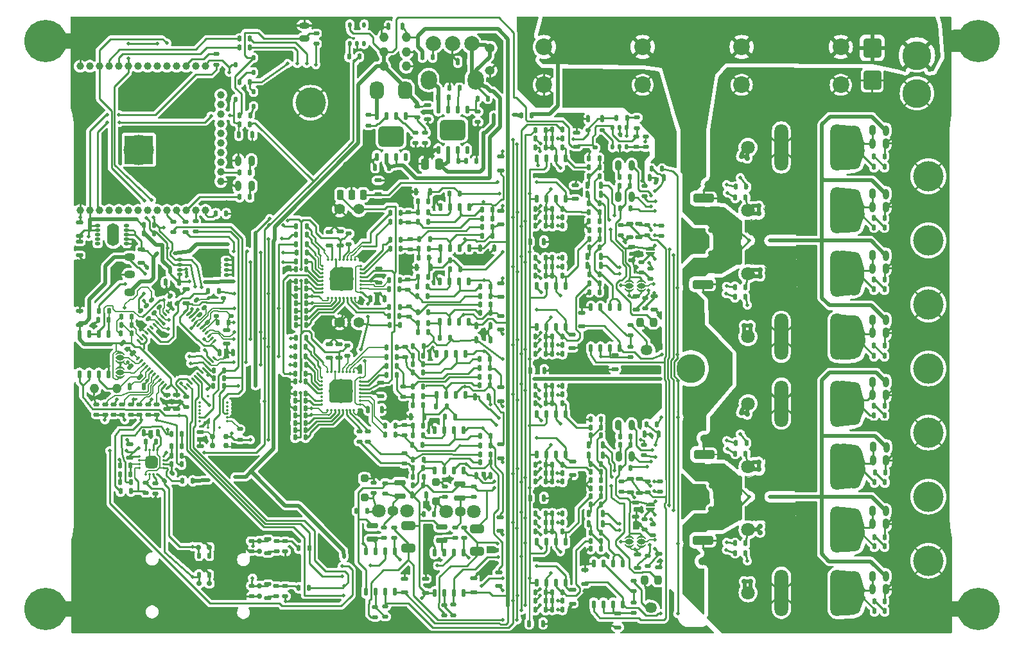
<source format=gbr>
%TF.GenerationSoftware,KiCad,Pcbnew,8.0.3*%
%TF.CreationDate,2024-09-02T13:54:09+02:00*%
%TF.ProjectId,uberamp1,75626572-616d-4703-912e-6b696361645f,rev?*%
%TF.SameCoordinates,Original*%
%TF.FileFunction,Copper,L1,Top*%
%TF.FilePolarity,Positive*%
%FSLAX46Y46*%
G04 Gerber Fmt 4.6, Leading zero omitted, Abs format (unit mm)*
G04 Created by KiCad (PCBNEW 8.0.3) date 2024-09-02 13:54:09*
%MOMM*%
%LPD*%
G01*
G04 APERTURE LIST*
G04 Aperture macros list*
%AMRoundRect*
0 Rectangle with rounded corners*
0 $1 Rounding radius*
0 $2 $3 $4 $5 $6 $7 $8 $9 X,Y pos of 4 corners*
0 Add a 4 corners polygon primitive as box body*
4,1,4,$2,$3,$4,$5,$6,$7,$8,$9,$2,$3,0*
0 Add four circle primitives for the rounded corners*
1,1,$1+$1,$2,$3*
1,1,$1+$1,$4,$5*
1,1,$1+$1,$6,$7*
1,1,$1+$1,$8,$9*
0 Add four rect primitives between the rounded corners*
20,1,$1+$1,$2,$3,$4,$5,0*
20,1,$1+$1,$4,$5,$6,$7,0*
20,1,$1+$1,$6,$7,$8,$9,0*
20,1,$1+$1,$8,$9,$2,$3,0*%
%AMHorizOval*
0 Thick line with rounded ends*
0 $1 width*
0 $2 $3 position (X,Y) of the first rounded end (center of the circle)*
0 $4 $5 position (X,Y) of the second rounded end (center of the circle)*
0 Add line between two ends*
20,1,$1,$2,$3,$4,$5,0*
0 Add two circle primitives to create the rounded ends*
1,1,$1,$2,$3*
1,1,$1,$4,$5*%
%AMFreePoly0*
4,1,21,0.320000,0.500000,0.210000,0.320000,0.150000,0.140000,0.150000,-0.130000,0.200000,-0.300000,0.290000,-0.460000,0.370000,-0.550000,0.450000,-0.620000,0.330000,-0.610000,0.160000,-0.550000,0.010000,-0.440000,-0.100000,-0.280000,-0.150000,-0.120000,-0.160000,0.000000,-0.150000,0.130000,-0.090000,0.300000,0.040000,0.460000,0.180000,0.560000,0.320000,0.610000,0.450000,0.620000,
0.320000,0.500000,0.320000,0.500000,$1*%
%AMFreePoly1*
4,1,28,0.100000,0.530000,0.190000,0.460000,0.260000,0.390000,0.320000,0.300000,0.370000,0.180000,0.390000,0.080000,0.390000,-0.080000,0.360000,-0.210000,0.320000,-0.300000,0.260000,-0.390000,0.170000,-0.480000,0.100000,-0.530000,0.000000,-0.580000,-0.100000,-0.530000,-0.180000,-0.470000,-0.250000,-0.400000,-0.300000,-0.330000,-0.350000,-0.230000,-0.380000,-0.130000,-0.390000,-0.080000,
-0.390000,0.080000,-0.360000,0.210000,-0.310000,0.320000,-0.230000,0.420000,-0.160000,0.490000,-0.080000,0.540000,0.000000,0.580000,0.100000,0.530000,0.100000,0.530000,$1*%
%AMFreePoly2*
4,1,17,-0.172000,0.601000,-0.064000,0.560000,0.020000,0.505000,0.104000,0.440000,0.165000,0.366000,0.221000,0.274000,0.266000,0.160000,0.283000,0.063000,0.283000,-0.059000,0.267000,-0.153000,0.211000,-0.300000,0.104000,-0.444000,-0.044000,-0.554000,-0.163000,-0.603000,-0.264000,-0.623000,-0.264000,0.617000,-0.172000,0.601000,-0.172000,0.601000,$1*%
%AMFreePoly3*
4,1,24,-1.550000,0.930000,-0.930000,1.550000,1.085000,1.550000,1.171449,1.541893,1.302280,1.496114,1.413805,1.413805,1.496114,1.302280,1.541893,1.171449,1.550000,1.085000,1.550000,-1.085000,1.541893,-1.171449,1.496114,-1.302280,1.413805,-1.413805,1.302280,-1.496114,1.171449,-1.541893,1.085000,-1.550000,-1.085000,-1.550000,-1.171449,-1.541893,-1.302280,-1.496114,-1.413805,-1.413805,
-1.496114,-1.302280,-1.541893,-1.171449,-1.550000,-1.085000,-1.550000,0.930000,-1.550000,0.930000,$1*%
%AMFreePoly4*
4,1,21,-0.800000,0.480000,-0.480000,0.800000,0.400000,0.800000,0.523607,0.780423,0.635114,0.723607,0.723607,0.635114,0.780423,0.523607,0.800000,0.400000,0.800000,-0.400000,0.780423,-0.523607,0.723607,-0.635114,0.635114,-0.723607,0.523607,-0.780423,0.400000,-0.800000,-0.400000,-0.800000,-0.523607,-0.780423,-0.635114,-0.723607,-0.723607,-0.635114,-0.780423,-0.523607,-0.800000,-0.400000,
-0.800000,0.480000,-0.800000,0.480000,$1*%
%AMFreePoly5*
4,1,21,-0.805000,0.483000,-0.483000,0.805000,0.402500,0.805000,0.526879,0.785300,0.639084,0.728129,0.728129,0.639084,0.785300,0.526879,0.805000,0.402500,0.805000,-0.402500,0.785300,-0.526879,0.728129,-0.639084,0.639084,-0.728129,0.526879,-0.785300,0.402500,-0.805000,-0.402500,-0.805000,-0.526879,-0.785300,-0.639084,-0.728129,-0.728129,-0.639084,-0.785300,-0.526879,-0.805000,-0.402500,
-0.805000,0.483000,-0.805000,0.483000,$1*%
G04 Aperture macros list end*
%TA.AperFunction,SMDPad,CuDef*%
%ADD10RoundRect,0.212000X0.178000X-0.053000X0.178000X0.053000X-0.178000X0.053000X-0.178000X-0.053000X0*%
%TD*%
%TA.AperFunction,SMDPad,CuDef*%
%ADD11O,0.810000X1.390000*%
%TD*%
%TA.AperFunction,SMDPad,CuDef*%
%ADD12O,0.870000X1.410000*%
%TD*%
%TA.AperFunction,SMDPad,CuDef*%
%ADD13RoundRect,0.212000X-0.053000X-0.178000X0.053000X-0.178000X0.053000X0.178000X-0.053000X0.178000X0*%
%TD*%
%TA.AperFunction,SMDPad,CuDef*%
%ADD14RoundRect,0.210000X-0.220971X-0.146725X-0.146725X-0.220971X0.220971X0.146725X0.146725X0.220971X0*%
%TD*%
%TA.AperFunction,SMDPad,CuDef*%
%ADD15RoundRect,0.212000X0.053000X0.178000X-0.053000X0.178000X-0.053000X-0.178000X0.053000X-0.178000X0*%
%TD*%
%TA.AperFunction,SMDPad,CuDef*%
%ADD16RoundRect,0.210000X-0.260000X0.052500X-0.260000X-0.052500X0.260000X-0.052500X0.260000X0.052500X0*%
%TD*%
%TA.AperFunction,SMDPad,CuDef*%
%ADD17RoundRect,0.181129X0.077627X-0.140127X0.077627X0.140127X-0.077627X0.140127X-0.077627X-0.140127X0*%
%TD*%
%TA.AperFunction,SMDPad,CuDef*%
%ADD18RoundRect,0.210000X-0.052500X-0.260000X0.052500X-0.260000X0.052500X0.260000X-0.052500X0.260000X0*%
%TD*%
%TA.AperFunction,SMDPad,CuDef*%
%ADD19O,1.150000X1.300000*%
%TD*%
%TA.AperFunction,SMDPad,CuDef*%
%ADD20O,0.549996X1.129996*%
%TD*%
%TA.AperFunction,SMDPad,CuDef*%
%ADD21RoundRect,0.210000X0.220971X0.146725X0.146725X0.220971X-0.220971X-0.146725X-0.146725X-0.220971X0*%
%TD*%
%TA.AperFunction,ComponentPad*%
%ADD22C,3.600000*%
%TD*%
%TA.AperFunction,ConnectorPad*%
%ADD23C,5.600000*%
%TD*%
%TA.AperFunction,SMDPad,CuDef*%
%ADD24RoundRect,0.212000X-0.178000X0.053000X-0.178000X-0.053000X0.178000X-0.053000X0.178000X0.053000X0*%
%TD*%
%TA.AperFunction,SMDPad,CuDef*%
%ADD25RoundRect,0.228000X0.499500X-0.152000X0.499500X0.152000X-0.499500X0.152000X-0.499500X-0.152000X0*%
%TD*%
%TA.AperFunction,SMDPad,CuDef*%
%ADD26RoundRect,0.228000X0.504500X-0.152000X0.504500X0.152000X-0.504500X0.152000X-0.504500X-0.152000X0*%
%TD*%
%TA.AperFunction,SMDPad,CuDef*%
%ADD27C,4.000000*%
%TD*%
%TA.AperFunction,SMDPad,CuDef*%
%ADD28RoundRect,0.210000X0.052500X0.260000X-0.052500X0.260000X-0.052500X-0.260000X0.052500X-0.260000X0*%
%TD*%
%TA.AperFunction,SMDPad,CuDef*%
%ADD29RoundRect,0.150000X-0.150000X-0.200000X0.150000X-0.200000X0.150000X0.200000X-0.150000X0.200000X0*%
%TD*%
%TA.AperFunction,SMDPad,CuDef*%
%ADD30RoundRect,0.212000X0.163342X0.088388X0.088388X0.163342X-0.163342X-0.088388X-0.088388X-0.163342X0*%
%TD*%
%TA.AperFunction,SMDPad,CuDef*%
%ADD31RoundRect,0.210000X0.260000X-0.052500X0.260000X0.052500X-0.260000X0.052500X-0.260000X-0.052500X0*%
%TD*%
%TA.AperFunction,SMDPad,CuDef*%
%ADD32FreePoly0,270.000000*%
%TD*%
%TA.AperFunction,SMDPad,CuDef*%
%ADD33FreePoly1,270.000000*%
%TD*%
%TA.AperFunction,SMDPad,CuDef*%
%ADD34FreePoly0,90.000000*%
%TD*%
%TA.AperFunction,SMDPad,CuDef*%
%ADD35FreePoly2,270.000000*%
%TD*%
%TA.AperFunction,SMDPad,CuDef*%
%ADD36FreePoly2,90.000000*%
%TD*%
%TA.AperFunction,SMDPad,CuDef*%
%ADD37RoundRect,0.402259X-0.100565X0.222741X-0.100565X-0.222741X0.100565X-0.222741X0.100565X0.222741X0*%
%TD*%
%TA.AperFunction,SMDPad,CuDef*%
%ADD38O,1.589972X1.330000*%
%TD*%
%TA.AperFunction,SMDPad,CuDef*%
%ADD39RoundRect,0.250000X0.650000X-0.325000X0.650000X0.325000X-0.650000X0.325000X-0.650000X-0.325000X0*%
%TD*%
%TA.AperFunction,SMDPad,CuDef*%
%ADD40C,1.000000*%
%TD*%
%TA.AperFunction,SMDPad,CuDef*%
%ADD41R,3.800000X3.800000*%
%TD*%
%TA.AperFunction,ComponentPad*%
%ADD42C,4.000000*%
%TD*%
%TA.AperFunction,SMDPad,CuDef*%
%ADD43O,0.659998X0.769998*%
%TD*%
%TA.AperFunction,SMDPad,CuDef*%
%ADD44O,1.800000X6.200000*%
%TD*%
%TA.AperFunction,SMDPad,CuDef*%
%ADD45C,0.350000*%
%TD*%
%TA.AperFunction,HeatsinkPad*%
%ADD46FreePoly3,0.000000*%
%TD*%
%TA.AperFunction,ComponentPad*%
%ADD47C,3.200000*%
%TD*%
%TA.AperFunction,SMDPad,CuDef*%
%ADD48RoundRect,0.212000X-0.088388X0.163342X-0.163342X0.088388X0.088388X-0.163342X0.163342X-0.088388X0*%
%TD*%
%TA.AperFunction,SMDPad,CuDef*%
%ADD49RoundRect,0.150000X-0.200000X0.150000X-0.200000X-0.150000X0.200000X-0.150000X0.200000X0.150000X0*%
%TD*%
%TA.AperFunction,SMDPad,CuDef*%
%ADD50O,0.500000X0.740000*%
%TD*%
%TA.AperFunction,SMDPad,CuDef*%
%ADD51O,1.390000X0.810000*%
%TD*%
%TA.AperFunction,SMDPad,CuDef*%
%ADD52O,1.410000X0.870000*%
%TD*%
%TA.AperFunction,SMDPad,CuDef*%
%ADD53O,0.700000X0.450000*%
%TD*%
%TA.AperFunction,SMDPad,CuDef*%
%ADD54O,1.600000X3.000000*%
%TD*%
%TA.AperFunction,ComponentPad*%
%ADD55C,1.600000*%
%TD*%
%TA.AperFunction,SMDPad,CuDef*%
%ADD56RoundRect,0.250000X0.250000X-0.250000X0.250000X0.250000X-0.250000X0.250000X-0.250000X-0.250000X0*%
%TD*%
%TA.AperFunction,SMDPad,CuDef*%
%ADD57RoundRect,0.212000X-0.163342X-0.088388X-0.088388X-0.163342X0.163342X0.088388X0.088388X0.163342X0*%
%TD*%
%TA.AperFunction,SMDPad,CuDef*%
%ADD58RoundRect,0.181129X-0.140127X-0.077627X0.140127X-0.077627X0.140127X0.077627X-0.140127X0.077627X0*%
%TD*%
%TA.AperFunction,SMDPad,CuDef*%
%ADD59RoundRect,0.250000X-0.325000X-1.100000X0.325000X-1.100000X0.325000X1.100000X-0.325000X1.100000X0*%
%TD*%
%TA.AperFunction,ComponentPad*%
%ADD60RoundRect,0.540000X1.160000X-0.810000X1.160000X0.810000X-1.160000X0.810000X-1.160000X-0.810000X0*%
%TD*%
%TA.AperFunction,SMDPad,CuDef*%
%ADD61RoundRect,0.540000X1.160000X-0.810000X1.160000X0.810000X-1.160000X0.810000X-1.160000X-0.810000X0*%
%TD*%
%TA.AperFunction,SMDPad,CuDef*%
%ADD62RoundRect,0.181129X0.140127X0.077627X-0.140127X0.077627X-0.140127X-0.077627X0.140127X-0.077627X0*%
%TD*%
%TA.AperFunction,SMDPad,CuDef*%
%ADD63RoundRect,0.250000X1.100000X-0.325000X1.100000X0.325000X-1.100000X0.325000X-1.100000X-0.325000X0*%
%TD*%
%TA.AperFunction,SMDPad,CuDef*%
%ADD64RoundRect,0.250000X-1.100000X0.325000X-1.100000X-0.325000X1.100000X-0.325000X1.100000X0.325000X0*%
%TD*%
%TA.AperFunction,SMDPad,CuDef*%
%ADD65O,1.300000X1.150000*%
%TD*%
%TA.AperFunction,ComponentPad*%
%ADD66FreePoly4,270.000000*%
%TD*%
%TA.AperFunction,SMDPad,CuDef*%
%ADD67FreePoly5,270.000000*%
%TD*%
%TA.AperFunction,SMDPad,CuDef*%
%ADD68RoundRect,0.225000X0.225000X-0.425000X0.225000X0.425000X-0.225000X0.425000X-0.225000X-0.425000X0*%
%TD*%
%TA.AperFunction,SMDPad,CuDef*%
%ADD69RoundRect,0.381000X-0.762000X-0.381000X0.762000X-0.381000X0.762000X0.381000X-0.762000X0.381000X0*%
%TD*%
%TA.AperFunction,SMDPad,CuDef*%
%ADD70FreePoly1,90.000000*%
%TD*%
%TA.AperFunction,SMDPad,CuDef*%
%ADD71RoundRect,0.250000X-0.900000X1.000000X-0.900000X-1.000000X0.900000X-1.000000X0.900000X1.000000X0*%
%TD*%
%TA.AperFunction,ComponentPad*%
%ADD72C,3.800000*%
%TD*%
%TA.AperFunction,SMDPad,CuDef*%
%ADD73RoundRect,0.641200X-0.274800X0.501800X-0.274800X-0.501800X0.274800X-0.501800X0.274800X0.501800X0*%
%TD*%
%TA.AperFunction,SMDPad,CuDef*%
%ADD74HorizOval,0.310000X-0.134350X0.134350X0.134350X-0.134350X0*%
%TD*%
%TA.AperFunction,SMDPad,CuDef*%
%ADD75HorizOval,0.310000X-0.134350X-0.134350X0.134350X0.134350X0*%
%TD*%
%TA.AperFunction,SMDPad,CuDef*%
%ADD76O,0.790000X0.440000*%
%TD*%
%TA.AperFunction,SMDPad,CuDef*%
%ADD77O,1.445000X1.100000*%
%TD*%
%TA.AperFunction,SMDPad,CuDef*%
%ADD78RoundRect,0.427500X0.427500X0.972500X-0.427500X0.972500X-0.427500X-0.972500X0.427500X-0.972500X0*%
%TD*%
%TA.AperFunction,SMDPad,CuDef*%
%ADD79RoundRect,0.250000X0.250000X0.475000X-0.250000X0.475000X-0.250000X-0.475000X0.250000X-0.475000X0*%
%TD*%
%TA.AperFunction,ComponentPad*%
%ADD80C,1.800000*%
%TD*%
%TA.AperFunction,ComponentPad*%
%ADD81C,1.500000*%
%TD*%
%TA.AperFunction,SMDPad,CuDef*%
%ADD82C,2.200000*%
%TD*%
%TA.AperFunction,ComponentPad*%
%ADD83O,2.137656X2.508714*%
%TD*%
%TA.AperFunction,SMDPad,CuDef*%
%ADD84C,3.810000*%
%TD*%
%TA.AperFunction,ComponentPad*%
%ADD85C,1.400000*%
%TD*%
%TA.AperFunction,ComponentPad*%
%ADD86C,1.300000*%
%TD*%
%TA.AperFunction,SMDPad,CuDef*%
%ADD87C,1.400000*%
%TD*%
%TA.AperFunction,ComponentPad*%
%ADD88C,1.700000*%
%TD*%
%TA.AperFunction,SMDPad,CuDef*%
%ADD89C,2.000000*%
%TD*%
%TA.AperFunction,ViaPad*%
%ADD90C,0.500000*%
%TD*%
%TA.AperFunction,ViaPad*%
%ADD91C,1.000000*%
%TD*%
%TA.AperFunction,ViaPad*%
%ADD92C,2.500000*%
%TD*%
%TA.AperFunction,ViaPad*%
%ADD93C,0.700000*%
%TD*%
%TA.AperFunction,Conductor*%
%ADD94C,0.150000*%
%TD*%
%TA.AperFunction,Conductor*%
%ADD95C,0.250000*%
%TD*%
%TA.AperFunction,Conductor*%
%ADD96C,0.500000*%
%TD*%
%TA.AperFunction,Conductor*%
%ADD97C,2.000000*%
%TD*%
%TA.AperFunction,Conductor*%
%ADD98C,0.200000*%
%TD*%
%TA.AperFunction,Conductor*%
%ADD99C,0.220000*%
%TD*%
%TA.AperFunction,Conductor*%
%ADD100C,0.130000*%
%TD*%
G04 APERTURE END LIST*
D10*
%TO.P,R211,1*%
%TO.N,Net-(J7-Pin_1)*%
X50780000Y-28295000D03*
%TO.P,R211,2*%
%TO.N,Net-(D18-A)*%
X50780000Y-26925000D03*
%TD*%
D11*
%TO.P,D6,1,K*%
%TO.N,PVDD*%
X125895000Y-48135000D03*
D12*
%TO.P,D6,2,A*%
%TO.N,/poweramp/out1*%
X124155000Y-48125000D03*
%TD*%
D13*
%TO.P,R243,1*%
%TO.N,/esp32/rxd0*%
X40645000Y-28810000D03*
%TO.P,R243,2*%
%TO.N,Net-(J7-Pin_3)*%
X42015000Y-28810000D03*
%TD*%
%TO.P,R173,1*%
%TO.N,Net-(C117-Pad1)*%
X63465000Y-80000000D03*
%TO.P,R173,2*%
%TO.N,Net-(U17A-+)*%
X64835000Y-80000000D03*
%TD*%
%TO.P,R7,1*%
%TO.N,Net-(LED1-A)*%
X90785000Y-45910000D03*
%TO.P,R7,2*%
%TO.N,/poweramp/DVDD*%
X92155000Y-45910000D03*
%TD*%
D14*
%TO.P,C78,1*%
%TO.N,/dsp/+3v3_a*%
X25276533Y-67856533D03*
%TO.P,C78,2*%
%TO.N,GND*%
X26563467Y-69143467D03*
%TD*%
D13*
%TO.P,C119,1*%
%TO.N,Net-(U17A-+)*%
X67735000Y-77560000D03*
%TO.P,C119,2*%
%TO.N,/inputref*%
X69105000Y-77560000D03*
%TD*%
%TO.P,C121,1*%
%TO.N,Net-(U17B-+)*%
X63525000Y-86650000D03*
%TO.P,C121,2*%
%TO.N,/inputref*%
X64895000Y-86650000D03*
%TD*%
%TO.P,R114,1*%
%TO.N,Net-(C89-Pad1)*%
X64260000Y-55370000D03*
%TO.P,R114,2*%
%TO.N,Net-(U11B-+)*%
X65630000Y-55370000D03*
%TD*%
D15*
%TO.P,R18,1*%
%TO.N,/poweramp/trim*%
X88125000Y-58747140D03*
%TO.P,R18,2*%
%TO.N,Net-(C18-Pad1)*%
X86755000Y-58747140D03*
%TD*%
D13*
%TO.P,R168,1*%
%TO.N,Net-(C112-Pad2)*%
X72285000Y-72320000D03*
%TO.P,R168,2*%
%TO.N,/dac1/out1*%
X73655000Y-72320000D03*
%TD*%
D16*
%TO.P,C102,1*%
%TO.N,/dac1/out1*%
X75120000Y-81210000D03*
%TO.P,C102,2*%
%TO.N,/preamp2/in1*%
X75120000Y-83030000D03*
%TD*%
D15*
%TO.P,C33,1*%
%TO.N,Net-(C33-Pad1)*%
X125695000Y-52540000D03*
%TO.P,C33,2*%
%TO.N,/poweramp/out1*%
X124325000Y-52540000D03*
%TD*%
D17*
%TO.P,Q3,1,B*%
%TO.N,Net-(Q3-B)*%
X42470000Y-32060000D03*
%TO.P,Q3,2,C*%
%TO.N,/esp32/gpio0*%
X40148756Y-31111256D03*
%TO.P,Q3,3,E*%
%TO.N,Net-(D18-A)*%
X42470000Y-30160000D03*
%TD*%
D18*
%TO.P,C109,1*%
%TO.N,/dac supply/vref*%
X57590000Y-76612651D03*
%TO.P,C109,2*%
%TO.N,GND*%
X59410000Y-76612651D03*
%TD*%
D19*
%TO.P,C142,1*%
%TO.N,Net-(U15A-+)*%
X24445000Y-73805000D03*
%TO.P,C142,2*%
%TO.N,GND*%
X21495000Y-73805000D03*
%TD*%
D16*
%TO.P,C99,1*%
%TO.N,/dac0/out3*%
X75100000Y-64240000D03*
%TO.P,C99,2*%
%TO.N,/preamp1/in1*%
X75100000Y-66060000D03*
%TD*%
D15*
%TO.P,R227,1*%
%TO.N,GND*%
X36685000Y-95900000D03*
%TO.P,R227,2*%
%TO.N,/dsp/line_out/lineout0*%
X35315000Y-95900000D03*
%TD*%
D11*
%TO.P,LED3,1,K*%
%TO.N,Net-(IC2-19_FAULT)*%
X92385000Y-82775000D03*
D12*
%TO.P,LED3,2,A*%
%TO.N,Net-(LED3-A)*%
X90645000Y-82765000D03*
%TD*%
D20*
%TO.P,U8,1*%
%TO.N,Net-(R102-Pad1)*%
X61124998Y-95320000D03*
%TO.P,U8,2,-*%
%TO.N,Net-(U8A--)*%
X59855000Y-95320000D03*
%TO.P,U8,3,+*%
%TO.N,Net-(U8A-+)*%
X58585000Y-95320000D03*
%TO.P,U8,4,V-*%
%TO.N,GND*%
X57315000Y-95320000D03*
%TO.P,U8,5,+*%
%TO.N,/inputref*%
X57315000Y-100700000D03*
%TO.P,U8,6,-*%
%TO.N,Net-(U8B--)*%
X58585000Y-100700000D03*
%TO.P,U8,7*%
%TO.N,/~fb1*%
X59855000Y-100700000D03*
%TO.P,U8,8,V+*%
%TO.N,/12V*%
X61125000Y-100700000D03*
%TD*%
D13*
%TO.P,R34,1*%
%TO.N,Net-(U18-VIN)*%
X77805000Y-37740000D03*
%TO.P,R34,2*%
%TO.N,PVDD*%
X79175000Y-37740000D03*
%TD*%
D21*
%TO.P,C143,1*%
%TO.N,Net-(U15A-+)*%
X27563467Y-72273467D03*
%TO.P,C143,2*%
%TO.N,GND*%
X26276533Y-70986533D03*
%TD*%
D15*
%TO.P,R100,1*%
%TO.N,Net-(D23-K)*%
X57465000Y-90040000D03*
%TO.P,R100,2*%
%TO.N,/inputref*%
X56095000Y-90040000D03*
%TD*%
D22*
%TO.P,H3,1,1*%
%TO.N,GND*%
X15080000Y-102960000D03*
D23*
X15080000Y-102960000D03*
%TD*%
D13*
%TO.P,R164,1*%
%TO.N,Net-(C112-Pad2)*%
X63505000Y-73590000D03*
%TO.P,R164,2*%
%TO.N,Net-(U16B--)*%
X64875000Y-73590000D03*
%TD*%
D24*
%TO.P,R142,1*%
%TO.N,+3.3V*%
X55060000Y-53375000D03*
%TO.P,R142,2*%
%TO.N,Net-(U9-LDO_EN)*%
X55060000Y-54745000D03*
%TD*%
D15*
%TO.P,R88,1*%
%TO.N,/~fb0*%
X83265000Y-103033334D03*
%TO.P,R88,2*%
%TO.N,Net-(U6B--)*%
X81895000Y-103033334D03*
%TD*%
D25*
%TO.P,C69,1*%
%TO.N,Net-(J2-In)*%
X69670000Y-88280000D03*
D26*
%TO.P,C69,2*%
%TO.N,/inputref*%
X69670000Y-86480000D03*
%TD*%
D15*
%TO.P,R62,1*%
%TO.N,/~fb1*%
X83265000Y-57730000D03*
%TO.P,R62,2*%
%TO.N,Net-(U4A--)*%
X81895000Y-57730000D03*
%TD*%
D22*
%TO.P,H4,1,1*%
%TO.N,GND*%
X138080000Y-27960000D03*
D23*
X138080000Y-27960000D03*
%TD*%
D18*
%TO.P,C37,1*%
%TO.N,Net-(C35-Pad1)*%
X86730000Y-81249998D03*
%TO.P,C37,2*%
%TO.N,/poweramp1/in_d*%
X88550000Y-81249998D03*
%TD*%
D13*
%TO.P,R140,1*%
%TO.N,+3.3V*%
X48095000Y-64510000D03*
%TO.P,R140,2*%
%TO.N,Net-(U9-PS(-high))*%
X49465000Y-64510000D03*
%TD*%
%TO.P,R161,1*%
%TO.N,Net-(C111-Pad1)*%
X63525000Y-70640000D03*
%TO.P,R161,2*%
%TO.N,Net-(U16A-+)*%
X64895000Y-70640000D03*
%TD*%
%TO.P,C122,1*%
%TO.N,Net-(U17B--)*%
X72355000Y-83570000D03*
%TO.P,C122,2*%
%TO.N,/dac1/out3*%
X73725000Y-83570000D03*
%TD*%
%TO.P,R170,1*%
%TO.N,/dac1/dac_amp1/-in0*%
X59865000Y-79940000D03*
%TO.P,R170,2*%
%TO.N,Net-(C117-Pad2)*%
X61235000Y-79940000D03*
%TD*%
D27*
%TO.P,TP16,1,1*%
%TO.N,GND*%
X131490000Y-45810000D03*
%TD*%
D13*
%TO.P,C116,1*%
%TO.N,Net-(U16B--)*%
X72285000Y-73380000D03*
%TO.P,C116,2*%
%TO.N,/dac1/out1*%
X73655000Y-73380000D03*
%TD*%
D16*
%TO.P,CU28_3,1*%
%TO.N,+3.3V*%
X19540000Y-54420000D03*
%TO.P,CU28_3,2*%
%TO.N,GND*%
X19540000Y-56240000D03*
%TD*%
D15*
%TO.P,R191,1*%
%TO.N,Net-(U15B-+)*%
X23435000Y-63610000D03*
%TO.P,R191,2*%
%TO.N,Net-(J3-Pin_2)*%
X22065000Y-63610000D03*
%TD*%
D24*
%TO.P,R25,1*%
%TO.N,Net-(IC1-8_FREQ_ADG)*%
X93660000Y-57125000D03*
%TO.P,R25,2*%
%TO.N,GND*%
X93660000Y-58495000D03*
%TD*%
D15*
%TO.P,R90,1*%
%TO.N,/~fb1*%
X83265000Y-101873334D03*
%TO.P,R90,2*%
%TO.N,Net-(U6B--)*%
X81895000Y-101873334D03*
%TD*%
D13*
%TO.P,R110,1*%
%TO.N,Net-(C87-Pad2)*%
X64160000Y-51820000D03*
%TO.P,R110,2*%
%TO.N,Net-(U11A--)*%
X65530000Y-51820000D03*
%TD*%
D15*
%TO.P,R22,1*%
%TO.N,/12V*%
X96360000Y-44825000D03*
%TO.P,R22,2*%
%TO.N,Net-(IC1-22GVDD_CD)*%
X94990000Y-44825000D03*
%TD*%
D28*
%TO.P,CRD0,1*%
%TO.N,/inputref*%
X65790000Y-47820000D03*
%TO.P,CRD0,2*%
%TO.N,GND*%
X63970000Y-47820000D03*
%TD*%
D16*
%TO.P,C2,1*%
%TO.N,Net-(IC1-1_GVDD_AB)*%
X95330000Y-61620000D03*
%TO.P,C2,2*%
%TO.N,GND*%
X95330000Y-63440000D03*
%TD*%
D24*
%TO.P,C111,1*%
%TO.N,Net-(C111-Pad1)*%
X62490000Y-68315000D03*
%TO.P,C111,2*%
%TO.N,Net-(C111-Pad2)*%
X62490000Y-69685000D03*
%TD*%
D29*
%TO.P,D19,1,A1*%
%TO.N,GND*%
X36660000Y-94817500D03*
%TO.P,D19,2,A2*%
%TO.N,/dsp/line_out/lineout0*%
X35260000Y-94817500D03*
%TD*%
D13*
%TO.P,C138,1*%
%TO.N,/dsp/+3v3_a*%
X25025000Y-65470000D03*
%TO.P,C138,2*%
%TO.N,Net-(U22-PLL_LF)*%
X26395000Y-65470000D03*
%TD*%
D15*
%TO.P,C58,1*%
%TO.N,/poweramp1/sw0*%
X107497500Y-81025000D03*
%TO.P,C58,2*%
%TO.N,Net-(IC2-23_BST_D)*%
X106127500Y-81025000D03*
%TD*%
D13*
%TO.P,R174,1*%
%TO.N,Net-(C117-Pad2)*%
X63435000Y-81260000D03*
%TO.P,R174,2*%
%TO.N,Net-(U17A--)*%
X64805000Y-81260000D03*
%TD*%
D20*
%TO.P,U5,1*%
%TO.N,/poweramp1/in0*%
X83664998Y-77206666D03*
%TO.P,U5,2,-*%
%TO.N,Net-(U5A--)*%
X82395000Y-77206666D03*
%TO.P,U5,3,+*%
%TO.N,/inputref*%
X81125000Y-77206666D03*
%TO.P,U5,4,V-*%
%TO.N,GND*%
X79855000Y-77206666D03*
%TO.P,U5,5,+*%
%TO.N,/inputref*%
X79855000Y-82586666D03*
%TO.P,U5,6,-*%
%TO.N,Net-(U5B--)*%
X81125000Y-82586666D03*
%TO.P,U5,7*%
%TO.N,/poweramp1/in1*%
X82395000Y-82586666D03*
%TO.P,U5,8,V+*%
%TO.N,/12V*%
X83665000Y-82586666D03*
%TD*%
%TO.P,U3,1*%
%TO.N,/poweramp1/trim*%
X91187498Y-96945000D03*
%TO.P,U3,2,-*%
X89917500Y-96945000D03*
%TO.P,U3,3,+*%
%TO.N,Net-(U3A-+)*%
X88647500Y-96945000D03*
%TO.P,U3,4,V-*%
%TO.N,GND*%
X87377500Y-96945000D03*
%TO.P,U3,5,+*%
%TO.N,/poweramp/input_ref_z*%
X87377500Y-102325000D03*
%TO.P,U3,6,-*%
%TO.N,/poweramp1/input_ref*%
X88647500Y-102325000D03*
%TO.P,U3,7*%
X89917500Y-102325000D03*
%TO.P,U3,8,V+*%
%TO.N,/12V*%
X91187500Y-102325000D03*
%TD*%
D15*
%TO.P,R60,1*%
%TO.N,/~fb0*%
X83265000Y-56560000D03*
%TO.P,R60,2*%
%TO.N,Net-(U4A--)*%
X81895000Y-56560000D03*
%TD*%
D28*
%TO.P,CU20,1*%
%TO.N,/12V*%
X62110000Y-26020000D03*
%TO.P,CU20,2*%
%TO.N,GND*%
X60290000Y-26020000D03*
%TD*%
D10*
%TO.P,C42,1*%
%TO.N,Net-(IC2-20_VBG)*%
X93950000Y-82675000D03*
%TO.P,C42,2*%
%TO.N,GND*%
X93950000Y-81305000D03*
%TD*%
%TO.P,R215,1*%
%TO.N,/dsp/in_lrclk*%
X31930000Y-53195000D03*
%TO.P,R215,2*%
%TO.N,Net-(U26-IO25)*%
X31930000Y-51825000D03*
%TD*%
D13*
%TO.P,R137,1*%
%TO.N,+3.3V*%
X48105000Y-62570000D03*
%TO.P,R137,2*%
%TO.N,Net-(U9-TDM_MODE_1{slash}scl)*%
X49475000Y-62570000D03*
%TD*%
%TO.P,R87,1*%
%TO.N,/fb0*%
X79645000Y-103043334D03*
%TO.P,R87,2*%
%TO.N,Net-(U6B--)*%
X81015000Y-103043334D03*
%TD*%
D30*
%TO.P,R192,1*%
%TO.N,/dsp/aux1*%
X28604368Y-64594368D03*
%TO.P,R192,2*%
%TO.N,Net-(J3-Pin_3)*%
X27635632Y-63625632D03*
%TD*%
D13*
%TO.P,C90,1*%
%TO.N,Net-(U11B-+)*%
X67050000Y-56900000D03*
%TO.P,C90,2*%
%TO.N,/inputref*%
X68420000Y-56900000D03*
%TD*%
D16*
%TO.P,CU23,1*%
%TO.N,+5V*%
X27710000Y-55430000D03*
%TO.P,CU23,2*%
%TO.N,GND*%
X27710000Y-57250000D03*
%TD*%
D10*
%TO.P,R20,1*%
%TO.N,/poweramp/input_ref_z*%
X94430000Y-53630000D03*
%TO.P,R20,2*%
%TO.N,/poweramp/AVDD*%
X94430000Y-52260000D03*
%TD*%
D13*
%TO.P,C113,1*%
%TO.N,Net-(U16A-+)*%
X63535000Y-68260000D03*
%TO.P,C113,2*%
%TO.N,/inputref*%
X64905000Y-68260000D03*
%TD*%
D15*
%TO.P,R40,1*%
%TO.N,Net-(C41-Pad1)*%
X88325000Y-93963324D03*
%TO.P,R40,2*%
%TO.N,/poweramp1/in3*%
X86955000Y-93963324D03*
%TD*%
D13*
%TO.P,R150,1*%
%TO.N,+3.3V*%
X47995000Y-79322651D03*
%TO.P,R150,2*%
%TO.N,Net-(U14-PS(-high))*%
X49365000Y-79322651D03*
%TD*%
D27*
%TO.P,TP21,1,1*%
%TO.N,unconnected-(TP21-Pad1)*%
X131490000Y-71194998D03*
%TD*%
D15*
%TO.P,C66,1*%
%TO.N,Net-(C66-Pad1)*%
X125735000Y-94680000D03*
%TO.P,C66,2*%
%TO.N,/poweramp1/out2*%
X124365000Y-94680000D03*
%TD*%
%TO.P,R80,1*%
%TO.N,/~fb0*%
X83265000Y-39663334D03*
%TO.P,R80,2*%
%TO.N,Net-(U1A--)*%
X81895000Y-39663334D03*
%TD*%
D13*
%TO.P,R213,1*%
%TO.N,Net-(D18-A)*%
X40675000Y-37750000D03*
%TO.P,R213,2*%
%TO.N,Net-(Q2-B)*%
X42045000Y-37750000D03*
%TD*%
%TO.P,C91,1*%
%TO.N,Net-(U11B--)*%
X72625000Y-53670000D03*
%TO.P,C91,2*%
%TO.N,/dac0/out1*%
X73995000Y-53670000D03*
%TD*%
D31*
%TO.P,CU10,1*%
%TO.N,/12V*%
X58930000Y-48160000D03*
%TO.P,CU10,2*%
%TO.N,GND*%
X58930000Y-46340000D03*
%TD*%
D13*
%TO.P,R180,1*%
%TO.N,Net-(C118-Pad2)*%
X72355000Y-82510000D03*
%TO.P,R180,2*%
%TO.N,/dac1/out3*%
X73725000Y-82510000D03*
%TD*%
D15*
%TO.P,R146,1*%
%TO.N,Net-(U14-LRCK)*%
X49415000Y-70692651D03*
%TO.P,R146,2*%
%TO.N,/dac0/lrclk*%
X48045000Y-70692651D03*
%TD*%
D13*
%TO.P,R163,1*%
%TO.N,Net-(C112-Pad1)*%
X63485000Y-74840000D03*
%TO.P,R163,2*%
%TO.N,Net-(U16B-+)*%
X64855000Y-74840000D03*
%TD*%
D24*
%TO.P,R151,1*%
%TO.N,+3.3V*%
X54900000Y-68175000D03*
%TO.P,R151,2*%
%TO.N,Net-(U14-LDO_EN)*%
X54900000Y-69545000D03*
%TD*%
D13*
%TO.P,R107,1*%
%TO.N,/dac0/dac_amp0/+in0*%
X60540000Y-50640000D03*
%TO.P,R107,2*%
%TO.N,Net-(C87-Pad1)*%
X61910000Y-50640000D03*
%TD*%
D15*
%TO.P,R78,1*%
%TO.N,/~fb0*%
X83265000Y-73456666D03*
%TO.P,R78,2*%
%TO.N,Net-(U5A--)*%
X81895000Y-73456666D03*
%TD*%
D24*
%TO.P,R233,1*%
%TO.N,/dsp/vout0*%
X29715000Y-75920000D03*
%TO.P,R233,2*%
%TO.N,Net-(C158-Pad1)*%
X29715000Y-77290000D03*
%TD*%
D28*
%TO.P,C154,1*%
%TO.N,Net-(U29C-pvdd)*%
X29870000Y-79670000D03*
%TO.P,C154,2*%
%TO.N,GND*%
X28050000Y-79670000D03*
%TD*%
D15*
%TO.P,C32,1*%
%TO.N,Net-(C32-Pad1)*%
X125695000Y-60730000D03*
%TO.P,C32,2*%
%TO.N,/poweramp/out2*%
X124325000Y-60730000D03*
%TD*%
D13*
%TO.P,R122,1*%
%TO.N,Net-(C84-Pad1)*%
X64110000Y-60350000D03*
%TO.P,R122,2*%
%TO.N,Net-(U12A-+)*%
X65480000Y-60350000D03*
%TD*%
%TO.P,R109,1*%
%TO.N,Net-(C87-Pad1)*%
X64190000Y-50560000D03*
%TO.P,R109,2*%
%TO.N,Net-(U11A-+)*%
X65560000Y-50560000D03*
%TD*%
D10*
%TO.P,R104,1*%
%TO.N,Net-(U8B--)*%
X59870000Y-103975000D03*
%TO.P,R104,2*%
%TO.N,/~fb1*%
X59870000Y-102605000D03*
%TD*%
D28*
%TO.P,CU30,1*%
%TO.N,+3.3V*%
X32700000Y-59810000D03*
%TO.P,CU30,2*%
%TO.N,GND*%
X30880000Y-59810000D03*
%TD*%
D15*
%TO.P,R132,1*%
%TO.N,Net-(U9-LRCK)*%
X49515000Y-55880000D03*
%TO.P,R132,2*%
%TO.N,/dac0/lrclk*%
X48145000Y-55880000D03*
%TD*%
D18*
%TO.P,C16,1*%
%TO.N,Net-(C16-Pad1)*%
X86515000Y-48152856D03*
%TO.P,C16,2*%
%TO.N,/poweramp/in_c*%
X88335000Y-48152856D03*
%TD*%
D15*
%TO.P,R17,1*%
%TO.N,/poweramp/trim*%
X88125000Y-55232856D03*
%TO.P,R17,2*%
%TO.N,Net-(C17-Pad1)*%
X86755000Y-55232856D03*
%TD*%
D11*
%TO.P,D10,1,K*%
%TO.N,/poweramp1/out2*%
X124135000Y-91715000D03*
D12*
%TO.P,D10,2,A*%
%TO.N,GND*%
X125875000Y-91725000D03*
%TD*%
D13*
%TO.P,R165,1*%
%TO.N,Net-(C111-Pad1)*%
X63525000Y-69500000D03*
%TO.P,R165,2*%
%TO.N,/inputref*%
X64895000Y-69500000D03*
%TD*%
D15*
%TO.P,R75,1*%
%TO.N,Net-(D17-K)*%
X66315000Y-90400000D03*
%TO.P,R75,2*%
%TO.N,/inputref*%
X64945000Y-90400000D03*
%TD*%
D16*
%TO.P,CU22,1*%
%TO.N,+3.3V*%
X38940000Y-66110000D03*
%TO.P,CU22,2*%
%TO.N,GND*%
X38940000Y-67930000D03*
%TD*%
D13*
%TO.P,R175,1*%
%TO.N,Net-(C118-Pad1)*%
X63525000Y-84350000D03*
%TO.P,R175,2*%
%TO.N,Net-(U17B-+)*%
X64895000Y-84350000D03*
%TD*%
%TO.P,R61,1*%
%TO.N,/fb1*%
X79645000Y-57740000D03*
%TO.P,R61,2*%
%TO.N,Net-(U4A--)*%
X81015000Y-57740000D03*
%TD*%
D16*
%TO.P,C137,1*%
%TO.N,Net-(U22-FILTA)*%
X31110000Y-74680000D03*
%TO.P,C137,2*%
%TO.N,GND*%
X31110000Y-76500000D03*
%TD*%
%TO.P,C108,1*%
%TO.N,/dac0/AVDD*%
X59260000Y-73040000D03*
%TO.P,C108,2*%
%TO.N,GND*%
X59260000Y-74860000D03*
%TD*%
%TO.P,C107,1*%
%TO.N,GND*%
X52470000Y-67950000D03*
%TO.P,C107,2*%
%TO.N,Net-(U14-VDD18)*%
X52470000Y-69770000D03*
%TD*%
D13*
%TO.P,R129,1*%
%TO.N,Net-(C85-Pad2)*%
X72405000Y-62770000D03*
%TO.P,R129,2*%
%TO.N,/dac0/out3*%
X73775000Y-62770000D03*
%TD*%
D15*
%TO.P,R27,1*%
%TO.N,GND*%
X125695000Y-59460000D03*
%TO.P,R27,2*%
%TO.N,Net-(C32-Pad1)*%
X124325000Y-59460000D03*
%TD*%
D30*
%TO.P,R194,1*%
%TO.N,/dsp/aux3*%
X30034368Y-63104368D03*
%TO.P,R194,2*%
%TO.N,Net-(J3-Pin_5)*%
X29065632Y-62135632D03*
%TD*%
D31*
%TO.P,C133,1*%
%TO.N,Net-(Q1-C)*%
X33590000Y-62530000D03*
%TO.P,C133,2*%
%TO.N,GND*%
X33590000Y-60710000D03*
%TD*%
D13*
%TO.P,R116,1*%
%TO.N,Net-(C89-Pad1)*%
X64280000Y-56580000D03*
%TO.P,R116,2*%
%TO.N,/inputref*%
X65650000Y-56580000D03*
%TD*%
D18*
%TO.P,C82,1*%
%TO.N,Net-(Q1-C)*%
X38000000Y-69070000D03*
%TO.P,C82,2*%
%TO.N,GND*%
X39820000Y-69070000D03*
%TD*%
D24*
%TO.P,R237,1*%
%TO.N,/dsp/vout2*%
X25192142Y-75920000D03*
%TO.P,R237,2*%
%TO.N,/dsp/line_out/lineout2*%
X25192142Y-77290000D03*
%TD*%
D32*
%TO.P,JP2,1,A*%
%TO.N,/poweramp/DVDD*%
X92040000Y-59570000D03*
D33*
%TO.P,JP2,2,C*%
%TO.N,Net-(IC1-4_M2)*%
X92040000Y-60260000D03*
D34*
%TO.P,JP2,3,B*%
%TO.N,GND*%
X92040000Y-60950000D03*
%TD*%
D16*
%TO.P,C147,1*%
%TO.N,Net-(D22-A2)*%
X44410000Y-99670000D03*
%TO.P,C147,2*%
%TO.N,Net-(C147-Pad2)*%
X44410000Y-101490000D03*
%TD*%
D13*
%TO.P,R128,1*%
%TO.N,Net-(C85-Pad1)*%
X64200000Y-66370000D03*
%TO.P,R128,2*%
%TO.N,/inputref*%
X65570000Y-66370000D03*
%TD*%
D22*
%TO.P,H2,1,1*%
%TO.N,GND*%
X138080000Y-102960000D03*
D23*
X138080000Y-102960000D03*
%TD*%
D11*
%TO.P,D12,1,K*%
%TO.N,/poweramp1/out0*%
X124125000Y-74690000D03*
D12*
%TO.P,D12,2,A*%
%TO.N,GND*%
X125865000Y-74700000D03*
%TD*%
D10*
%TO.P,R187,1*%
%TO.N,Net-(U19-FB)*%
X64140000Y-37985000D03*
%TO.P,R187,2*%
%TO.N,+5V*%
X64140000Y-36615000D03*
%TD*%
D15*
%TO.P,C5,1*%
%TO.N,Net-(C15-Pad1)*%
X88110000Y-43410000D03*
%TO.P,C5,2*%
%TO.N,GND*%
X86740000Y-43410000D03*
%TD*%
D13*
%TO.P,R115,1*%
%TO.N,Net-(C89-Pad2)*%
X64380000Y-54100000D03*
%TO.P,R115,2*%
%TO.N,Net-(U11B--)*%
X65750000Y-54100000D03*
%TD*%
D31*
%TO.P,C97,1*%
%TO.N,/dac0/out1*%
X75070000Y-52180000D03*
%TO.P,C97,2*%
%TO.N,/preamp0/in1*%
X75070000Y-50360000D03*
%TD*%
D11*
%TO.P,D8,1,K*%
%TO.N,PVDD*%
X125895000Y-39760000D03*
D12*
%TO.P,D8,2,A*%
%TO.N,/poweramp/out0*%
X124155000Y-39750000D03*
%TD*%
D15*
%TO.P,C41,1*%
%TO.N,Net-(C41-Pad1)*%
X88325000Y-95030000D03*
%TO.P,C41,2*%
%TO.N,GND*%
X86955000Y-95030000D03*
%TD*%
D18*
%TO.P,C47,1*%
%TO.N,Net-(C41-Pad1)*%
X86730000Y-91689992D03*
%TO.P,C47,2*%
%TO.N,/poweramp1/in_a*%
X88550000Y-91689992D03*
%TD*%
D13*
%TO.P,R182,1*%
%TO.N,Net-(U18-FB)*%
X72035000Y-35530000D03*
%TO.P,R182,2*%
%TO.N,/supplies/15V*%
X73405000Y-35530000D03*
%TD*%
%TO.P,R117,1*%
%TO.N,Net-(C89-Pad2)*%
X72625000Y-52523332D03*
%TO.P,R117,2*%
%TO.N,/dac0/out1*%
X73995000Y-52523332D03*
%TD*%
D24*
%TO.P,R190,1*%
%TO.N,Net-(U22-ADC_RES)*%
X33610000Y-74895000D03*
%TO.P,R190,2*%
%TO.N,GND*%
X33610000Y-76265000D03*
%TD*%
D11*
%TO.P,D9,1,K*%
%TO.N,/poweramp1/out3*%
X124135000Y-100350000D03*
D12*
%TO.P,D9,2,A*%
%TO.N,GND*%
X125875000Y-100360000D03*
%TD*%
D15*
%TO.P,C34,1*%
%TO.N,Net-(C34-Pad1)*%
X125695000Y-44570000D03*
%TO.P,C34,2*%
%TO.N,/poweramp/out0*%
X124325000Y-44570000D03*
%TD*%
D31*
%TO.P,C81,1*%
%TO.N,+5V*%
X85090000Y-41895001D03*
%TO.P,C81,2*%
%TO.N,GND*%
X85090000Y-40075001D03*
%TD*%
D27*
%TO.P,TP18,1,1*%
%TO.N,GND*%
X131490000Y-79656664D03*
%TD*%
D13*
%TO.P,R108,1*%
%TO.N,Net-(C87-Pad2)*%
X72625000Y-51376666D03*
%TO.P,R108,2*%
%TO.N,/dac0/out0*%
X73995000Y-51376666D03*
%TD*%
%TO.P,R155,1*%
%TO.N,GND*%
X47985000Y-76432651D03*
%TO.P,R155,2*%
%TO.N,Net-(U14-TDM_MODE_0{slash}sda)*%
X49355000Y-76432651D03*
%TD*%
%TO.P,R125,1*%
%TO.N,Net-(C85-Pad2)*%
X64185000Y-63760000D03*
%TO.P,R125,2*%
%TO.N,Net-(U12B--)*%
X65555000Y-63760000D03*
%TD*%
D35*
%TO.P,JP4,1,A*%
%TO.N,Net-(IC2-8_FREQ_ADG)*%
X94854500Y-89864000D03*
D36*
%TO.P,JP4,2,B*%
%TO.N,/poweramp1/DVDD*%
X94849500Y-89186000D03*
%TD*%
D15*
%TO.P,R9,1*%
%TO.N,/poweramp/~reset*%
X92195000Y-50030000D03*
%TO.P,R9,2*%
%TO.N,/poweramp/DVDD*%
X90825000Y-50030000D03*
%TD*%
%TO.P,R29,1*%
%TO.N,GND*%
X125705000Y-43150000D03*
%TO.P,R29,2*%
%TO.N,Net-(C34-Pad1)*%
X124335000Y-43150000D03*
%TD*%
%TO.P,R32,1*%
%TO.N,/poweramp1/trim*%
X88325000Y-80043332D03*
%TO.P,R32,2*%
%TO.N,Net-(C35-Pad1)*%
X86955000Y-80043332D03*
%TD*%
D13*
%TO.P,R120,1*%
%TO.N,/dac0/dac_amp1/+in1*%
X60395000Y-64280000D03*
%TO.P,R120,2*%
%TO.N,Net-(C85-Pad1)*%
X61765000Y-64280000D03*
%TD*%
D24*
%TO.P,R101,1*%
%TO.N,Net-(J9-In)*%
X59680000Y-92175000D03*
%TO.P,R101,2*%
%TO.N,Net-(U8A-+)*%
X59680000Y-93545000D03*
%TD*%
D13*
%TO.P,R63,1*%
%TO.N,Net-(U4B--)*%
X81895000Y-66990000D03*
%TO.P,R63,2*%
%TO.N,/poweramp/in3*%
X83265000Y-66990000D03*
%TD*%
%TO.P,R166,1*%
%TO.N,Net-(C111-Pad2)*%
X72285000Y-71160000D03*
%TO.P,R166,2*%
%TO.N,/dac1/out0*%
X73655000Y-71160000D03*
%TD*%
%TO.P,C20,1*%
%TO.N,Net-(IC1-44_BST_A)*%
X105990000Y-61725000D03*
%TO.P,C20,2*%
%TO.N,/poweramp/sw3*%
X107360000Y-61725000D03*
%TD*%
%TO.P,R179,1*%
%TO.N,Net-(C118-Pad1)*%
X63535000Y-85520000D03*
%TO.P,R179,2*%
%TO.N,/inputref*%
X64905000Y-85520000D03*
%TD*%
D16*
%TO.P,C13,1*%
%TO.N,GND*%
X92980000Y-61620000D03*
%TO.P,C13,2*%
%TO.N,/12V*%
X92980000Y-63440000D03*
%TD*%
D13*
%TO.P,R123,1*%
%TO.N,Net-(C84-Pad2)*%
X64080000Y-61610000D03*
%TO.P,R123,2*%
%TO.N,Net-(U12A--)*%
X65450000Y-61610000D03*
%TD*%
D16*
%TO.P,C43,1*%
%TO.N,/poweramp1/DVDD*%
X92880000Y-88920000D03*
%TO.P,C43,2*%
%TO.N,GND*%
X92880000Y-90740000D03*
%TD*%
D13*
%TO.P,R186,1*%
%TO.N,Net-(C139-Pad1)*%
X25015000Y-66540000D03*
%TO.P,R186,2*%
%TO.N,/dsp/+3v3_a*%
X26385000Y-66540000D03*
%TD*%
%TO.P,R58,1*%
%TO.N,/preamp1/in0*%
X79645000Y-58910000D03*
%TO.P,R58,2*%
%TO.N,Net-(U4A--)*%
X81015000Y-58910000D03*
%TD*%
D24*
%TO.P,R44,1*%
%TO.N,/12V*%
X94530000Y-95925000D03*
%TO.P,R44,2*%
%TO.N,Net-(IC2-1_GVDD_AB)*%
X94530000Y-97295000D03*
%TD*%
D13*
%TO.P,R119,1*%
%TO.N,/dac0/dac_amp1/-in0*%
X60365000Y-60680000D03*
%TO.P,R119,2*%
%TO.N,Net-(C84-Pad2)*%
X61735000Y-60680000D03*
%TD*%
D15*
%TO.P,R14,1*%
%TO.N,Net-(C18-Pad1)*%
X88125000Y-59918568D03*
%TO.P,R14,2*%
%TO.N,/poweramp/in3*%
X86755000Y-59918568D03*
%TD*%
D13*
%TO.P,R159,1*%
%TO.N,/dac1/dac_amp0/+in1*%
X60005000Y-72040000D03*
%TO.P,R159,2*%
%TO.N,Net-(C112-Pad1)*%
X61375000Y-72040000D03*
%TD*%
D15*
%TO.P,R152,1*%
%TO.N,Net-(U14-DATA1)*%
X49365000Y-71852651D03*
%TO.P,R152,2*%
%TO.N,/dac0/data_out*%
X47995000Y-71852651D03*
%TD*%
%TO.P,R229,1*%
%TO.N,/dsp/fakegnd*%
X26300000Y-86230000D03*
%TO.P,R229,2*%
%TO.N,Net-(R229-Pad2)*%
X24930000Y-86230000D03*
%TD*%
%TO.P,R235,1*%
%TO.N,Net-(R226-Pad2)*%
X33065000Y-81470000D03*
%TO.P,R235,2*%
%TO.N,Net-(U29A-+)*%
X31695000Y-81470000D03*
%TD*%
D13*
%TO.P,R54,1*%
%TO.N,/fb0*%
X79645000Y-69250000D03*
%TO.P,R54,2*%
%TO.N,Net-(U4B--)*%
X81015000Y-69250000D03*
%TD*%
D31*
%TO.P,CU8,1*%
%TO.N,/12V*%
X62420000Y-100790000D03*
%TO.P,CU8,2*%
%TO.N,GND*%
X62420000Y-98970000D03*
%TD*%
D11*
%TO.P,D1,1,K*%
%TO.N,/poweramp/out3*%
X124125000Y-66495000D03*
D12*
%TO.P,D1,2,A*%
%TO.N,GND*%
X125865000Y-66505000D03*
%TD*%
D13*
%TO.P,R177,1*%
%TO.N,Net-(C117-Pad1)*%
X63485000Y-78760000D03*
%TO.P,R177,2*%
%TO.N,/inputref*%
X64855000Y-78760000D03*
%TD*%
D10*
%TO.P,C126,1*%
%TO.N,Net-(U19-BOOT)*%
X57640000Y-39085000D03*
%TO.P,C126,2*%
%TO.N,Net-(U19-SW)*%
X57640000Y-37715000D03*
%TD*%
D28*
%TO.P,CU18_1,1*%
%TO.N,/supplies/15V*%
X71260000Y-30670000D03*
%TO.P,CU18_1,2*%
%TO.N,GND*%
X69440000Y-30670000D03*
%TD*%
D13*
%TO.P,R82,1*%
%TO.N,Net-(U5B--)*%
X81895000Y-83886666D03*
%TO.P,R82,2*%
%TO.N,/poweramp1/in1*%
X83265000Y-83886666D03*
%TD*%
D20*
%TO.P,U16,1*%
%TO.N,/dac1/out0*%
X70429998Y-69260000D03*
%TO.P,U16,2,-*%
%TO.N,Net-(U16A--)*%
X69160000Y-69260000D03*
%TO.P,U16,3,+*%
%TO.N,Net-(U16A-+)*%
X67890000Y-69260000D03*
%TO.P,U16,4,V-*%
%TO.N,GND*%
X66620000Y-69260000D03*
%TO.P,U16,5,+*%
%TO.N,Net-(U16B-+)*%
X66620000Y-74640000D03*
%TO.P,U16,6,-*%
%TO.N,Net-(U16B--)*%
X67890000Y-74640000D03*
%TO.P,U16,7*%
%TO.N,/dac1/out1*%
X69160000Y-74640000D03*
%TO.P,U16,8,V+*%
%TO.N,/12V*%
X70430000Y-74640000D03*
%TD*%
D37*
%TO.P,RV2,1,1*%
%TO.N,GND*%
X94077500Y-99122500D03*
D38*
%TO.P,RV2,2,2*%
%TO.N,Net-(R46-Pad2)*%
X94942493Y-102817500D03*
D37*
%TO.P,RV2,3,3*%
%TO.N,/poweramp1/AVDD*%
X95814652Y-99127500D03*
%TD*%
D39*
%TO.P,C76,1*%
%TO.N,/fb1*%
X62920000Y-94895000D03*
%TO.P,C76,2*%
%TO.N,/inputref*%
X62920000Y-91945000D03*
%TD*%
D18*
%TO.P,C141,1*%
%TO.N,Net-(U22-FILTD)*%
X26180000Y-73600000D03*
%TO.P,C141,2*%
%TO.N,GND*%
X28000000Y-73600000D03*
%TD*%
D11*
%TO.P,LED2,1,K*%
%TO.N,Net-(IC1-19_FAULT)*%
X92355000Y-48550000D03*
D12*
%TO.P,LED2,2,A*%
%TO.N,Net-(LED2-A)*%
X90615000Y-48540000D03*
%TD*%
D28*
%TO.P,CU19_0,1*%
%TO.N,/supplies/15V*%
X60350000Y-44590000D03*
%TO.P,CU19_0,2*%
%TO.N,GND*%
X58530000Y-44590000D03*
%TD*%
D15*
%TO.P,R11,1*%
%TO.N,Net-(C15-Pad1)*%
X88110000Y-44595714D03*
%TO.P,R11,2*%
%TO.N,/poweramp/in0*%
X86740000Y-44595714D03*
%TD*%
D40*
%TO.P,U26,1,GND*%
%TO.N,GND*%
X19640000Y-50320000D03*
%TO.P,U26,2,VDD*%
%TO.N,+3.3V*%
X20910000Y-50320000D03*
%TO.P,U26,3,EN*%
%TO.N,Net-(Q2-C)*%
X22180000Y-50320000D03*
%TO.P,U26,4,SENSOR_VP*%
%TO.N,unconnected-(U26-SENSOR_VP-Pad4)*%
X23450000Y-50320000D03*
%TO.P,U26,5,SENSOR_VN*%
%TO.N,unconnected-(U26-SENSOR_VN-Pad5)*%
X24720000Y-50320000D03*
%TO.P,U26,6,IO34*%
%TO.N,unconnected-(U26-IO34-Pad6)*%
X25990000Y-50320000D03*
%TO.P,U26,7,IO35*%
%TO.N,unconnected-(U26-IO35-Pad7)*%
X27260000Y-50320000D03*
%TO.P,U26,8,IO32*%
%TO.N,unconnected-(U26-IO32-Pad8)*%
X28530000Y-50320000D03*
%TO.P,U26,9,IO33*%
%TO.N,unconnected-(U26-IO33-Pad9)*%
X29800000Y-50320000D03*
%TO.P,U26,10,IO25*%
%TO.N,Net-(U26-IO25)*%
X31070000Y-50320000D03*
%TO.P,U26,11,IO26*%
%TO.N,Net-(U26-IO26)*%
X32340000Y-50320000D03*
%TO.P,U26,12,IO27*%
%TO.N,/esp32/io27*%
X33610000Y-50320000D03*
%TO.P,U26,13,IO14*%
%TO.N,Net-(U26-IO14)*%
X34880000Y-50320000D03*
%TO.P,U26,14,IO12*%
%TO.N,Net-(U26-IO12)*%
X36150000Y-50320000D03*
%TO.P,U26,15,GND*%
%TO.N,GND*%
X38170000Y-46510000D03*
%TO.P,U26,16,IO13*%
%TO.N,/esp32/io13*%
X38170000Y-45240000D03*
%TO.P,U26,17,SHD/SD2*%
%TO.N,unconnected-(U26-SHD{slash}SD2-Pad17)*%
X38170000Y-43970000D03*
%TO.P,U26,18,SWP/SD3*%
%TO.N,unconnected-(U26-SWP{slash}SD3-Pad18)*%
X38170000Y-42700000D03*
%TO.P,U26,19,SCS/CMD*%
%TO.N,unconnected-(U26-SCS{slash}CMD-Pad19)*%
X38170000Y-41430000D03*
%TO.P,U26,20,SCK/CLK*%
%TO.N,unconnected-(U26-SCK{slash}CLK-Pad20)*%
X38170000Y-40160000D03*
%TO.P,U26,21,SDO/SD0*%
%TO.N,unconnected-(U26-SDO{slash}SD0-Pad21)*%
X38170000Y-38890000D03*
%TO.P,U26,22,SDI/SD1*%
%TO.N,unconnected-(U26-SDI{slash}SD1-Pad22)*%
X38170000Y-37620000D03*
%TO.P,U26,23,IO15*%
%TO.N,unconnected-(U26-IO15-Pad23)*%
X38170000Y-36350000D03*
%TO.P,U26,24,IO2*%
%TO.N,unconnected-(U26-IO2-Pad24)*%
X38170000Y-35080000D03*
%TO.P,U26,25,IO0*%
%TO.N,/esp32/gpio0*%
X36140000Y-31280000D03*
%TO.P,U26,26,IO4*%
%TO.N,unconnected-(U26-IO4-Pad26)*%
X34870000Y-31280000D03*
%TO.P,U26,27,IO16*%
%TO.N,Net-(U26-IO16)*%
X33600000Y-31280000D03*
%TO.P,U26,28,IO17*%
%TO.N,unconnected-(U26-IO17-Pad28)*%
X32330000Y-31280000D03*
%TO.P,U26,29,IO5*%
%TO.N,unconnected-(U26-IO5-Pad29)*%
X31060000Y-31280000D03*
%TO.P,U26,30,IO18*%
%TO.N,unconnected-(U26-IO18-Pad30)*%
X29790000Y-31280000D03*
%TO.P,U26,31,IO19*%
%TO.N,unconnected-(U26-IO19-Pad31)*%
X28520000Y-31280000D03*
%TO.P,U26,32,NC*%
%TO.N,unconnected-(U26-NC-Pad32)*%
X27250000Y-31280000D03*
%TO.P,U26,33,IO21*%
%TO.N,/dsp/i2c_sda*%
X25980000Y-31280000D03*
%TO.P,U26,34,RXD0/IO3*%
%TO.N,/esp32/rxd0*%
X24710000Y-31280000D03*
%TO.P,U26,35,TXD0/IO1*%
%TO.N,/esp32/txd0*%
X23440000Y-31280000D03*
%TO.P,U26,36,IO22*%
%TO.N,/dsp/i2c_scl*%
X22170000Y-31280000D03*
%TO.P,U26,37,IO23*%
%TO.N,unconnected-(U26-IO23-Pad37)*%
X20900000Y-31280000D03*
%TO.P,U26,38,GND*%
%TO.N,GND*%
X19630000Y-31280000D03*
D41*
%TO.P,U26,39,GND*%
X27360000Y-42300000D03*
D42*
X27360000Y-42300000D03*
%TD*%
D15*
%TO.P,C144,1*%
%TO.N,Net-(U15B-+)*%
X23410000Y-64750000D03*
%TO.P,C144,2*%
%TO.N,GND*%
X22040000Y-64750000D03*
%TD*%
D43*
%TO.P,U21,1,EN*%
%TO.N,+3.3V*%
X37095000Y-81344349D03*
%TO.P,U21,2,GND*%
%TO.N,GND*%
X38874999Y-81359348D03*
%TO.P,U21,3,CLK*%
%TO.N,/dac0/mclk*%
X38875000Y-80214349D03*
%TO.P,U21,4,VCC*%
%TO.N,+3.3V*%
X37085000Y-80214349D03*
%TD*%
D15*
%TO.P,R67,1*%
%TO.N,/~fb0*%
X83265000Y-86136666D03*
%TO.P,R67,2*%
%TO.N,Net-(U5B--)*%
X81895000Y-86136666D03*
%TD*%
D44*
%TO.P,C28,1*%
%TO.N,/poweramp/out2*%
X119445000Y-58666666D03*
%TO.P,C28,2*%
%TO.N,GND*%
X112105000Y-58666666D03*
%TD*%
D18*
%TO.P,C18,1*%
%TO.N,Net-(C18-Pad1)*%
X86530000Y-57575712D03*
%TO.P,C18,2*%
%TO.N,/poweramp/in_a*%
X88350000Y-57575712D03*
%TD*%
D15*
%TO.P,C21,1*%
%TO.N,/poweramp/sw0*%
X107485000Y-47200000D03*
%TO.P,C21,2*%
%TO.N,Net-(IC1-23_BST_D)*%
X106115000Y-47200000D03*
%TD*%
D13*
%TO.P,C114,1*%
%TO.N,Net-(U16A--)*%
X72285000Y-69940000D03*
%TO.P,C114,2*%
%TO.N,/dac1/out0*%
X73655000Y-69940000D03*
%TD*%
D20*
%TO.P,U11,1*%
%TO.N,/dac0/out0*%
X70944998Y-49880000D03*
%TO.P,U11,2,-*%
%TO.N,Net-(U11A--)*%
X69675000Y-49880000D03*
%TO.P,U11,3,+*%
%TO.N,Net-(U11A-+)*%
X68405000Y-49880000D03*
%TO.P,U11,4,V-*%
%TO.N,GND*%
X67135000Y-49880000D03*
%TO.P,U11,5,+*%
%TO.N,Net-(U11B-+)*%
X67135000Y-55260000D03*
%TO.P,U11,6,-*%
%TO.N,Net-(U11B--)*%
X68405000Y-55260000D03*
%TO.P,U11,7*%
%TO.N,/dac0/out1*%
X69675000Y-55260000D03*
%TO.P,U11,8,V+*%
%TO.N,/12V*%
X70945000Y-55260000D03*
%TD*%
D13*
%TO.P,C93,1*%
%TO.N,Net-(U12A--)*%
X72405000Y-60390000D03*
%TO.P,C93,2*%
%TO.N,/dac0/out2*%
X73775000Y-60390000D03*
%TD*%
D11*
%TO.P,D13,1,K*%
%TO.N,PVDD*%
X125875000Y-98615000D03*
D12*
%TO.P,D13,2,A*%
%TO.N,/poweramp1/out3*%
X124135000Y-98605000D03*
%TD*%
D16*
%TO.P,C103,1*%
%TO.N,/dac1/out3*%
X74830000Y-98130000D03*
%TO.P,C103,2*%
%TO.N,/preamp3/in1*%
X74830000Y-99950000D03*
%TD*%
D13*
%TO.P,R167,1*%
%TO.N,Net-(C112-Pad1)*%
X63505000Y-76050000D03*
%TO.P,R167,2*%
%TO.N,/inputref*%
X64875000Y-76050000D03*
%TD*%
D24*
%TO.P,R36,1*%
%TO.N,Net-(IC2-7_OC_ADJ)*%
X95142500Y-91810000D03*
%TO.P,R36,2*%
%TO.N,GND*%
X95142500Y-93180000D03*
%TD*%
D15*
%TO.P,R97,1*%
%TO.N,/~fb1*%
X83265000Y-91523334D03*
%TO.P,R97,2*%
%TO.N,Net-(U6A--)*%
X81895000Y-91523334D03*
%TD*%
D45*
%TO.P,U9,1,MCLK*%
%TO.N,Net-(U9-MCLK)*%
X51550000Y-57620000D03*
%TO.P,U9,2,BICLK*%
%TO.N,Net-(U9-BICLK)*%
X51550000Y-58120000D03*
%TO.P,U9,3,LRCK*%
%TO.N,Net-(U9-LRCK)*%
X51550000Y-58620000D03*
%TO.P,U9,4,DATA1*%
%TO.N,Net-(U9-DATA1)*%
X51550000Y-59120000D03*
%TO.P,U9,5,DATA2*%
%TO.N,Net-(U9-DATA2)*%
X51550000Y-59620000D03*
%TO.P,U9,6,TDMO1*%
%TO.N,/dac0/data_out*%
X51550000Y-60120000D03*
%TO.P,U9,7,MUTE*%
%TO.N,Net-(U9-MUTE)*%
X51550000Y-60620000D03*
%TO.P,U9,8,DCHAIN*%
%TO.N,Net-(U9-DCHAIN)*%
X51550000Y-61120000D03*
%TO.P,U9,9,TDM_MODE_0/sda*%
%TO.N,Net-(U9-TDM_MODE_0{slash}sda)*%
X52350000Y-61920000D03*
%TO.P,U9,10,TDM_MODE_1/scl*%
%TO.N,Net-(U9-TDM_MODE_1{slash}scl)*%
X52850000Y-61920000D03*
%TO.P,U9,11,i2s(DIF0)*%
%TO.N,Net-(U9-i2s(DIF0))*%
X53350000Y-61920000D03*
%TO.P,U9,12,PS(-high)*%
%TO.N,Net-(U9-PS(-high))*%
X53850000Y-61920000D03*
%TO.P,U9,13,i2C(-high)*%
%TO.N,Net-(U9-i2C(-high))*%
X54350000Y-61920000D03*
%TO.P,U9,14,AOUT0+*%
%TO.N,/dac0/dac_amp1/+in1*%
X54850000Y-61920000D03*
%TO.P,U9,15,AOUT0-*%
%TO.N,/dac0/dac_amp1/-in1*%
X55350000Y-61920000D03*
%TO.P,U9,16,VREF01-*%
%TO.N,GND*%
X55850000Y-61920000D03*
%TO.P,U9,17,VREF01+*%
%TO.N,/dac supply/vref*%
X56650000Y-61120000D03*
%TO.P,U9,18,AOUT1-*%
%TO.N,/dac0/dac_amp1/-in0*%
X56650000Y-60620000D03*
%TO.P,U9,19,AOUT1+*%
%TO.N,/dac0/dac_amp1/+in0*%
X56650000Y-60120000D03*
%TO.P,U9,20,AGND*%
%TO.N,GND*%
X56650000Y-59620000D03*
%TO.P,U9,21,AVDD*%
%TO.N,/dac0/AVDD*%
X56650000Y-59120000D03*
%TO.P,U9,22,AOUT2+*%
%TO.N,/dac0/dac_amp0/+in1*%
X56650000Y-58620000D03*
%TO.P,U9,23,AOUT2-*%
%TO.N,/dac0/dac_amp0/-in1*%
X56650000Y-58120000D03*
%TO.P,U9,24,VREF23+*%
%TO.N,/dac supply/vref*%
X56650000Y-57620000D03*
%TO.P,U9,25,VREF23-*%
%TO.N,GND*%
X55850000Y-56820000D03*
%TO.P,U9,26,AOUT3-*%
%TO.N,/dac0/dac_amp0/-in0*%
X55350000Y-56820000D03*
%TO.P,U9,27,AOUT3+*%
%TO.N,/dac0/dac_amp0/+in0*%
X54850000Y-56820000D03*
%TO.P,U9,28,LDO_EN*%
%TO.N,Net-(U9-LDO_EN)*%
X54350000Y-56820000D03*
%TO.P,U9,29,DVDD*%
%TO.N,+3.3V*%
X53850000Y-56820000D03*
%TO.P,U9,30,DGND*%
%TO.N,GND*%
X53350000Y-56820000D03*
%TO.P,U9,31,VDD18*%
%TO.N,Net-(U9-VDD18)*%
X52850000Y-56820000D03*
%TO.P,U9,32,TURNON*%
%TO.N,Net-(U9-TURNON)*%
X52350000Y-56820000D03*
D46*
%TO.P,U9,33,pad*%
%TO.N,GND*%
X54100000Y-59370000D03*
D47*
X54100000Y-59370000D03*
%TD*%
D25*
%TO.P,C70,1*%
%TO.N,Net-(U7A-+)*%
X67320000Y-93910000D03*
D26*
%TO.P,C70,2*%
%TO.N,/inputref*%
X67320000Y-92110000D03*
%TD*%
D13*
%TO.P,R134,1*%
%TO.N,GND*%
X48085000Y-59660000D03*
%TO.P,R134,2*%
%TO.N,Net-(U9-MUTE)*%
X49455000Y-59660000D03*
%TD*%
D11*
%TO.P,D7,1,K*%
%TO.N,/poweramp/out0*%
X124125000Y-41470000D03*
D12*
%TO.P,D7,2,A*%
%TO.N,GND*%
X125865000Y-41480000D03*
%TD*%
D48*
%TO.P,R224,1*%
%TO.N,Net-(U29A--)*%
X31719368Y-85035632D03*
%TO.P,R224,2*%
%TO.N,/dsp/line_out/lineout0*%
X30750632Y-86004368D03*
%TD*%
D15*
%TO.P,C35,1*%
%TO.N,Net-(C35-Pad1)*%
X88325000Y-77910000D03*
%TO.P,C35,2*%
%TO.N,GND*%
X86955000Y-77910000D03*
%TD*%
D13*
%TO.P,R1,1*%
%TO.N,/preamp0/in0*%
X79645000Y-42013334D03*
%TO.P,R1,2*%
%TO.N,Net-(U1A--)*%
X81015000Y-42013334D03*
%TD*%
%TO.P,C115,1*%
%TO.N,Net-(U16B-+)*%
X66595000Y-76240000D03*
%TO.P,C115,2*%
%TO.N,/inputref*%
X67965000Y-76240000D03*
%TD*%
D24*
%TO.P,R172,1*%
%TO.N,/dac1/dac_amp1/-in1*%
X57600000Y-79475000D03*
%TO.P,R172,2*%
%TO.N,Net-(C118-Pad2)*%
X57600000Y-80845000D03*
%TD*%
D13*
%TO.P,R144,1*%
%TO.N,+3.3V*%
X47985000Y-80282651D03*
%TO.P,R144,2*%
%TO.N,Net-(U14-i2C(-high))*%
X49355000Y-80282651D03*
%TD*%
D15*
%TO.P,R154,1*%
%TO.N,Net-(U14-BICLK)*%
X49395000Y-69592651D03*
%TO.P,R154,2*%
%TO.N,/dac0/bclk*%
X48025000Y-69592651D03*
%TD*%
%TO.P,C68,1*%
%TO.N,Net-(C68-Pad1)*%
X125695000Y-77360000D03*
%TO.P,C68,2*%
%TO.N,/poweramp1/out0*%
X124325000Y-77360000D03*
%TD*%
%TO.P,R195,1*%
%TO.N,/pg*%
X56465000Y-30010000D03*
%TO.P,R195,2*%
%TO.N,Net-(U25-RUN)*%
X55095000Y-30010000D03*
%TD*%
D16*
%TO.P,CU4,1*%
%TO.N,/12V*%
X84530000Y-66680000D03*
%TO.P,CU4,2*%
%TO.N,GND*%
X84530000Y-68500000D03*
%TD*%
D13*
%TO.P,R91,1*%
%TO.N,/preamp3/in0*%
X79645000Y-92703334D03*
%TO.P,R91,2*%
%TO.N,Net-(U6A--)*%
X81015000Y-92703334D03*
%TD*%
D32*
%TO.P,JP5,1,A*%
%TO.N,/poweramp1/DVDD*%
X92052500Y-93395000D03*
D33*
%TO.P,JP5,2,C*%
%TO.N,Net-(IC2-4_M2)*%
X92052500Y-94085000D03*
D34*
%TO.P,JP5,3,B*%
%TO.N,GND*%
X92052500Y-94775000D03*
%TD*%
D24*
%TO.P,R205,1*%
%TO.N,Net-(C148-Pad1)*%
X45510000Y-99895000D03*
%TO.P,R205,2*%
%TO.N,Net-(C147-Pad2)*%
X45510000Y-101265000D03*
%TD*%
%TO.P,R203,1*%
%TO.N,Net-(D21-A2)*%
X42220000Y-93975000D03*
%TO.P,R203,2*%
%TO.N,GND*%
X42220000Y-95345000D03*
%TD*%
D18*
%TO.P,C104,1*%
%TO.N,Net-(Q2-C)*%
X40560000Y-40330000D03*
%TO.P,C104,2*%
%TO.N,GND*%
X42380000Y-40330000D03*
%TD*%
D49*
%TO.P,D21,1,A1*%
%TO.N,GND*%
X43310000Y-95350000D03*
%TO.P,D21,2,A2*%
%TO.N,Net-(D21-A2)*%
X43310000Y-93950000D03*
%TD*%
D16*
%TO.P,C136,1*%
%TO.N,/dsp/+3v3_a*%
X32340000Y-74680000D03*
%TO.P,C136,2*%
%TO.N,GND*%
X32340000Y-76500000D03*
%TD*%
D13*
%TO.P,C120,1*%
%TO.N,Net-(U17A--)*%
X72355000Y-80130000D03*
%TO.P,C120,2*%
%TO.N,/dac1/out2*%
X73725000Y-80130000D03*
%TD*%
D10*
%TO.P,C160,1*%
%TO.N,/dsp/line_out/lineout2*%
X24061428Y-77290000D03*
%TO.P,C160,2*%
%TO.N,GND*%
X24061428Y-75920000D03*
%TD*%
D50*
%TO.P,U13,1*%
%TO.N,Net-(Q4-B)*%
X89840000Y-41925001D03*
%TO.P,U13,2,V-*%
%TO.N,GND*%
X90790000Y-41925001D03*
%TO.P,U13,3,+*%
%TO.N,Net-(U13-+)*%
X91740000Y-41925001D03*
%TO.P,U13,4,-*%
%TO.N,Net-(U13--)*%
X91740000Y-39405001D03*
%TO.P,U13,5,~{CS}*%
%TO.N,GND*%
X90790000Y-39405001D03*
%TO.P,U13,6,V+*%
%TO.N,+5V*%
X89840000Y-39405001D03*
%TD*%
D13*
%TO.P,R56,1*%
%TO.N,/fb1*%
X79645000Y-68100000D03*
%TO.P,R56,2*%
%TO.N,Net-(U4B--)*%
X81015000Y-68100000D03*
%TD*%
D51*
%TO.P,D18,1,K*%
%TO.N,GND*%
X49205000Y-25867499D03*
D52*
%TO.P,D18,2,A*%
%TO.N,Net-(D18-A)*%
X49195000Y-27607499D03*
%TD*%
D13*
%TO.P,C19,1*%
%TO.N,Net-(IC1-43_BST_B)*%
X105990000Y-60450000D03*
%TO.P,C19,2*%
%TO.N,/poweramp/sw2*%
X107360000Y-60450000D03*
%TD*%
D44*
%TO.P,C61,1*%
%TO.N,/poweramp1/out3*%
X119457500Y-100825000D03*
%TO.P,C61,2*%
%TO.N,GND*%
X112117500Y-100825000D03*
%TD*%
D13*
%TO.P,R178,1*%
%TO.N,Net-(C117-Pad2)*%
X72355000Y-81350000D03*
%TO.P,R178,2*%
%TO.N,/dac1/out2*%
X73725000Y-81350000D03*
%TD*%
%TO.P,C139,1*%
%TO.N,Net-(C139-Pad1)*%
X25045000Y-64380000D03*
%TO.P,C139,2*%
%TO.N,Net-(U22-PLL_LF)*%
X26415000Y-64380000D03*
%TD*%
D10*
%TO.P,R47,1*%
%TO.N,/poweramp/input_ref_z*%
X94490000Y-87515000D03*
%TO.P,R47,2*%
%TO.N,/poweramp1/AVDD*%
X94490000Y-86145000D03*
%TD*%
%TO.P,R200,1*%
%TO.N,Net-(U13-+)*%
X94200000Y-41940001D03*
%TO.P,R200,2*%
%TO.N,GND*%
X94200000Y-40570001D03*
%TD*%
D15*
%TO.P,R3,1*%
%TO.N,/~fb0*%
X83265000Y-52343334D03*
%TO.P,R3,2*%
%TO.N,Net-(U1B--)*%
X81895000Y-52343334D03*
%TD*%
D13*
%TO.P,R89,1*%
%TO.N,/fb1*%
X79645000Y-101893334D03*
%TO.P,R89,2*%
%TO.N,Net-(U6B--)*%
X81015000Y-101893334D03*
%TD*%
%TO.P,C88,1*%
%TO.N,Net-(U11A-+)*%
X68325000Y-48050000D03*
%TO.P,C88,2*%
%TO.N,/inputref*%
X69695000Y-48050000D03*
%TD*%
%TO.P,R106,1*%
%TO.N,/dac0/dac_amp0/-in0*%
X60500000Y-51790000D03*
%TO.P,R106,2*%
%TO.N,Net-(C87-Pad2)*%
X61870000Y-51790000D03*
%TD*%
%TO.P,R138,1*%
%TO.N,+3.3V*%
X48085000Y-60640000D03*
%TO.P,R138,2*%
%TO.N,Net-(U9-DCHAIN)*%
X49455000Y-60640000D03*
%TD*%
D49*
%TO.P,D22,1,A1*%
%TO.N,GND*%
X43310000Y-101280000D03*
%TO.P,D22,2,A2*%
%TO.N,Net-(D22-A2)*%
X43310000Y-99880000D03*
%TD*%
D15*
%TO.P,R69,1*%
%TO.N,/~fb1*%
X83265000Y-84976666D03*
%TO.P,R69,2*%
%TO.N,Net-(U5B--)*%
X81895000Y-84976666D03*
%TD*%
D13*
%TO.P,R121,1*%
%TO.N,/dac0/dac_amp1/-in1*%
X60410000Y-63100000D03*
%TO.P,R121,2*%
%TO.N,Net-(C85-Pad2)*%
X61780000Y-63100000D03*
%TD*%
D16*
%TO.P,C51,1*%
%TO.N,/poweramp1/AVDD*%
X93370000Y-85780000D03*
%TO.P,C51,2*%
%TO.N,/poweramp/input_ref_z*%
X93370000Y-87600000D03*
%TD*%
D31*
%TO.P,CU3,1*%
%TO.N,/12V*%
X86172500Y-99625000D03*
%TO.P,CU3,2*%
%TO.N,GND*%
X86172500Y-97805000D03*
%TD*%
D53*
%TO.P,U23,1,gnd*%
%TO.N,GND*%
X25785000Y-54720000D03*
%TO.P,U23,2,mode/sync*%
X25785000Y-54130000D03*
%TO.P,U23,3,Vin*%
%TO.N,+5V*%
X25785000Y-53530000D03*
%TO.P,U23,4,en*%
X25785000Y-52920000D03*
%TO.P,U23,5,pgood*%
%TO.N,unconnected-(U23-pgood-Pad5)*%
X25785000Y-52320000D03*
%TO.P,U23,6,vout*%
%TO.N,+3.3V*%
X21945000Y-52330000D03*
%TO.P,U23,7,fb*%
X21945000Y-52930000D03*
%TO.P,U23,8,8*%
%TO.N,unconnected-(U23-Pad8)*%
X21945000Y-53530000D03*
%TO.P,U23,9,9*%
%TO.N,unconnected-(U23-Pad9)*%
X21945000Y-54130000D03*
%TO.P,U23,10,10*%
%TO.N,unconnected-(U23-Pad10)*%
X21945000Y-54730000D03*
D54*
%TO.P,U23,pad,pad*%
%TO.N,GND*%
X23990000Y-53510000D03*
D55*
X23985000Y-54210000D03*
X23985000Y-52820000D03*
%TD*%
D13*
%TO.P,R4,1*%
%TO.N,/preamp0/in1*%
X79645000Y-50103334D03*
%TO.P,R4,2*%
%TO.N,Net-(U1B--)*%
X81015000Y-50103334D03*
%TD*%
D18*
%TO.P,CRP1,1*%
%TO.N,/inputref*%
X79022500Y-71420000D03*
%TO.P,CRP1,2*%
%TO.N,GND*%
X80842500Y-71420000D03*
%TD*%
D31*
%TO.P,C96,1*%
%TO.N,/dac0/out0*%
X75130000Y-45030000D03*
%TO.P,C96,2*%
%TO.N,/preamp0/in0*%
X75130000Y-43210000D03*
%TD*%
D15*
%TO.P,R246,1*%
%TO.N,Net-(LED6-A)*%
X42015000Y-48530000D03*
%TO.P,R246,2*%
%TO.N,/esp32/io27*%
X40645000Y-48530000D03*
%TD*%
D13*
%TO.P,R118,1*%
%TO.N,/dac0/dac_amp1/+in0*%
X60405000Y-59530000D03*
%TO.P,R118,2*%
%TO.N,Net-(C84-Pad1)*%
X61775000Y-59530000D03*
%TD*%
D10*
%TO.P,C89,1*%
%TO.N,Net-(C89-Pad1)*%
X63155000Y-55480000D03*
%TO.P,C89,2*%
%TO.N,Net-(C89-Pad2)*%
X63155000Y-54110000D03*
%TD*%
D13*
%TO.P,R153,1*%
%TO.N,+3.3V*%
X47985000Y-75452651D03*
%TO.P,R153,2*%
%TO.N,Net-(U14-DCHAIN)*%
X49355000Y-75452651D03*
%TD*%
D15*
%TO.P,R50,1*%
%TO.N,GND*%
X125735000Y-93470000D03*
%TO.P,R50,2*%
%TO.N,Net-(C66-Pad1)*%
X124365000Y-93470000D03*
%TD*%
D11*
%TO.P,LED1,1,K*%
%TO.N,Net-(IC1-21_CLIP_OTW)*%
X92355000Y-44405000D03*
D12*
%TO.P,LED1,2,A*%
%TO.N,Net-(LED1-A)*%
X90615000Y-44395000D03*
%TD*%
D13*
%TO.P,R59,1*%
%TO.N,/fb0*%
X79645000Y-56570000D03*
%TO.P,R59,2*%
%TO.N,Net-(U4A--)*%
X81015000Y-56570000D03*
%TD*%
%TO.P,R6,1*%
%TO.N,Net-(U1B--)*%
X81895000Y-50093334D03*
%TO.P,R6,2*%
%TO.N,/poweramp/in1*%
X83265000Y-50093334D03*
%TD*%
%TO.P,C95,1*%
%TO.N,Net-(U12B--)*%
X72405000Y-63830000D03*
%TO.P,C95,2*%
%TO.N,/dac0/out3*%
X73775000Y-63830000D03*
%TD*%
D28*
%TO.P,C80,1*%
%TO.N,/fan-control/fan+*%
X88459999Y-38225001D03*
%TO.P,C80,2*%
%TO.N,GND*%
X86639999Y-38225001D03*
%TD*%
D44*
%TO.P,C27,1*%
%TO.N,/poweramp/out3*%
X119445000Y-67000000D03*
%TO.P,C27,2*%
%TO.N,GND*%
X112105000Y-67000000D03*
%TD*%
D13*
%TO.P,R113,1*%
%TO.N,/dac0/dac_amp0/-in1*%
X60500000Y-54190000D03*
%TO.P,R113,2*%
%TO.N,Net-(C89-Pad2)*%
X61870000Y-54190000D03*
%TD*%
D22*
%TO.P,H5,1,1*%
%TO.N,GND*%
X15080000Y-27960000D03*
D23*
X15080000Y-27960000D03*
%TD*%
D13*
%TO.P,R141,1*%
%TO.N,+3.3V*%
X48085000Y-65470000D03*
%TO.P,R141,2*%
%TO.N,Net-(U9-i2C(-high))*%
X49455000Y-65470000D03*
%TD*%
D20*
%TO.P,U4,1*%
%TO.N,/poweramp/in2*%
X83664998Y-60310000D03*
%TO.P,U4,2,-*%
%TO.N,Net-(U4A--)*%
X82395000Y-60310000D03*
%TO.P,U4,3,+*%
%TO.N,/inputref*%
X81125000Y-60310000D03*
%TO.P,U4,4,V-*%
%TO.N,GND*%
X79855000Y-60310000D03*
%TO.P,U4,5,+*%
%TO.N,/inputref*%
X79855000Y-65690000D03*
%TO.P,U4,6,-*%
%TO.N,Net-(U4B--)*%
X81125000Y-65690000D03*
%TO.P,U4,7*%
%TO.N,/poweramp/in3*%
X82395000Y-65690000D03*
%TO.P,U4,8,V+*%
%TO.N,/12V*%
X83665000Y-65690000D03*
%TD*%
D50*
%TO.P,U25,1,RUN*%
%TO.N,Net-(U25-RUN)*%
X55200000Y-28305000D03*
%TO.P,U25,2,gnd*%
%TO.N,GND*%
X56150000Y-28305000D03*
%TO.P,U25,3,RST*%
%TO.N,unconnected-(U25-RST-Pad3)*%
X57100000Y-28305000D03*
%TO.P,U25,4,WDI*%
%TO.N,unconnected-(U25-WDI-Pad4)*%
X57100000Y-25785000D03*
%TO.P,U25,5,VDD*%
%TO.N,+5V*%
X55200000Y-25785000D03*
%TD*%
D15*
%TO.P,R45,1*%
%TO.N,/12V*%
X95685000Y-78540000D03*
%TO.P,R45,2*%
%TO.N,Net-(IC2-22GVDD_CD)*%
X94315000Y-78540000D03*
%TD*%
%TO.P,C8,1*%
%TO.N,Net-(C16-Pad1)*%
X88110000Y-51710000D03*
%TO.P,C8,2*%
%TO.N,GND*%
X86740000Y-51710000D03*
%TD*%
D13*
%TO.P,C94,1*%
%TO.N,Net-(U12B-+)*%
X67055000Y-67110000D03*
%TO.P,C94,2*%
%TO.N,/inputref*%
X68425000Y-67110000D03*
%TD*%
D15*
%TO.P,C67,1*%
%TO.N,Net-(C67-Pad1)*%
X125755000Y-86210000D03*
%TO.P,C67,2*%
%TO.N,/poweramp1/out1*%
X124385000Y-86210000D03*
%TD*%
D13*
%TO.P,R77,1*%
%TO.N,/fb0*%
X79645000Y-73466666D03*
%TO.P,R77,2*%
%TO.N,Net-(U5A--)*%
X81015000Y-73466666D03*
%TD*%
D56*
%TO.P,D17,1,K*%
%TO.N,Net-(D17-K)*%
X66530000Y-88720000D03*
%TO.P,D17,2,A*%
%TO.N,GND*%
X66530000Y-86220000D03*
%TD*%
D57*
%TO.P,R197,1*%
%TO.N,GND*%
X34985632Y-62155632D03*
%TO.P,R197,2*%
%TO.N,Net-(U22-ADDR1{slash}CDATA{slash}WB)*%
X35954368Y-63124368D03*
%TD*%
D45*
%TO.P,U14,1,MCLK*%
%TO.N,Net-(U14-MCLK)*%
X51450000Y-72432651D03*
%TO.P,U14,2,BICLK*%
%TO.N,Net-(U14-BICLK)*%
X51450000Y-72932651D03*
%TO.P,U14,3,LRCK*%
%TO.N,Net-(U14-LRCK)*%
X51450000Y-73432651D03*
%TO.P,U14,4,DATA1*%
%TO.N,Net-(U14-DATA1)*%
X51450000Y-73932651D03*
%TO.P,U14,5,DATA2*%
%TO.N,Net-(U14-DATA2)*%
X51450000Y-74432651D03*
%TO.P,U14,6,TDMO1*%
%TO.N,/dac1/data_out*%
X51450000Y-74932651D03*
%TO.P,U14,7,MUTE*%
%TO.N,Net-(U14-MUTE)*%
X51450000Y-75432651D03*
%TO.P,U14,8,DCHAIN*%
%TO.N,Net-(U14-DCHAIN)*%
X51450000Y-75932651D03*
%TO.P,U14,9,TDM_MODE_0/sda*%
%TO.N,Net-(U14-TDM_MODE_0{slash}sda)*%
X52250000Y-76732651D03*
%TO.P,U14,10,TDM_MODE_1/scl*%
%TO.N,Net-(U14-TDM_MODE_1{slash}scl)*%
X52750000Y-76732651D03*
%TO.P,U14,11,i2s(DIF0)*%
%TO.N,Net-(U14-i2s(DIF0))*%
X53250000Y-76732651D03*
%TO.P,U14,12,PS(-high)*%
%TO.N,Net-(U14-PS(-high))*%
X53750000Y-76732651D03*
%TO.P,U14,13,i2C(-high)*%
%TO.N,Net-(U14-i2C(-high))*%
X54250000Y-76732651D03*
%TO.P,U14,14,AOUT0+*%
%TO.N,/dac1/dac_amp1/+in1*%
X54750000Y-76732651D03*
%TO.P,U14,15,AOUT0-*%
%TO.N,/dac1/dac_amp1/-in1*%
X55250000Y-76732651D03*
%TO.P,U14,16,VREF01-*%
%TO.N,GND*%
X55750000Y-76732651D03*
%TO.P,U14,17,VREF01+*%
%TO.N,/dac supply/vref*%
X56550000Y-75932651D03*
%TO.P,U14,18,AOUT1-*%
%TO.N,/dac1/dac_amp1/-in0*%
X56550000Y-75432651D03*
%TO.P,U14,19,AOUT1+*%
%TO.N,/dac1/dac_amp1/+in0*%
X56550000Y-74932651D03*
%TO.P,U14,20,AGND*%
%TO.N,GND*%
X56550000Y-74432651D03*
%TO.P,U14,21,AVDD*%
%TO.N,/dac0/AVDD*%
X56550000Y-73932651D03*
%TO.P,U14,22,AOUT2+*%
%TO.N,/dac1/dac_amp0/+in1*%
X56550000Y-73432651D03*
%TO.P,U14,23,AOUT2-*%
%TO.N,/dac1/dac_amp0/-in1*%
X56550000Y-72932651D03*
%TO.P,U14,24,VREF23+*%
%TO.N,/dac supply/vref*%
X56550000Y-72432651D03*
%TO.P,U14,25,VREF23-*%
%TO.N,GND*%
X55750000Y-71632651D03*
%TO.P,U14,26,AOUT3-*%
%TO.N,/dac1/dac_amp0/-in0*%
X55250000Y-71632651D03*
%TO.P,U14,27,AOUT3+*%
%TO.N,/dac1/dac_amp0/+in0*%
X54750000Y-71632651D03*
%TO.P,U14,28,LDO_EN*%
%TO.N,Net-(U14-LDO_EN)*%
X54250000Y-71632651D03*
%TO.P,U14,29,DVDD*%
%TO.N,+3.3V*%
X53750000Y-71632651D03*
%TO.P,U14,30,DGND*%
%TO.N,GND*%
X53250000Y-71632651D03*
%TO.P,U14,31,VDD18*%
%TO.N,Net-(U14-VDD18)*%
X52750000Y-71632651D03*
%TO.P,U14,32,TURNON*%
%TO.N,Net-(U14-TURNON)*%
X52250000Y-71632651D03*
D46*
%TO.P,U14,33,pad*%
%TO.N,GND*%
X54000000Y-74182651D03*
D47*
X54000000Y-74182651D03*
%TD*%
D57*
%TO.P,C140,1*%
%TO.N,GND*%
X31491264Y-61631264D03*
%TO.P,C140,2*%
%TO.N,Net-(U22-MCLKI)*%
X32460000Y-62600000D03*
%TD*%
D13*
%TO.P,R157,1*%
%TO.N,/dac1/dac_amp0/+in0*%
X59995000Y-68440000D03*
%TO.P,R157,2*%
%TO.N,Net-(C111-Pad1)*%
X61365000Y-68440000D03*
%TD*%
D15*
%TO.P,C40,1*%
%TO.N,Net-(C40-Pad1)*%
X88325000Y-87003328D03*
%TO.P,C40,2*%
%TO.N,GND*%
X86955000Y-87003328D03*
%TD*%
D13*
%TO.P,R209,1*%
%TO.N,Net-(U22-MP5)*%
X37235000Y-71480000D03*
%TO.P,R209,2*%
%TO.N,/dsp/in_bclk*%
X38605000Y-71480000D03*
%TD*%
D15*
%TO.P,R12,1*%
%TO.N,Net-(C16-Pad1)*%
X88110000Y-50524284D03*
%TO.P,R12,2*%
%TO.N,/poweramp/in1*%
X86740000Y-50524284D03*
%TD*%
D18*
%TO.P,C17,1*%
%TO.N,Net-(C17-Pad1)*%
X86530000Y-56404284D03*
%TO.P,C17,2*%
%TO.N,/poweramp/in_b*%
X88350000Y-56404284D03*
%TD*%
D13*
%TO.P,R92,1*%
%TO.N,/fb1*%
X79645000Y-40843334D03*
%TO.P,R92,2*%
%TO.N,Net-(U1A--)*%
X81015000Y-40843334D03*
%TD*%
D31*
%TO.P,CU978,1*%
%TO.N,+3.3V*%
X53920000Y-54930000D03*
%TO.P,CU978,2*%
%TO.N,GND*%
X53920000Y-53110000D03*
%TD*%
D10*
%TO.P,R232,1*%
%TO.N,Net-(U29B--)*%
X28320000Y-87645000D03*
%TO.P,R232,2*%
%TO.N,/dsp/line_out/lineout1*%
X28320000Y-86275000D03*
%TD*%
D30*
%TO.P,R198,1*%
%TO.N,+3.3V*%
X36369368Y-65074368D03*
%TO.P,R198,2*%
%TO.N,Net-(U22-CLATCH{slash}WP)*%
X35400632Y-64105632D03*
%TD*%
D24*
%TO.P,R24,1*%
%TO.N,Net-(IC1-7_OC_ADJ)*%
X94820000Y-57975000D03*
%TO.P,R24,2*%
%TO.N,GND*%
X94820000Y-59345000D03*
%TD*%
%TO.P,R171,1*%
%TO.N,/dac1/dac_amp1/+in1*%
X56480000Y-79495000D03*
%TO.P,R171,2*%
%TO.N,Net-(C118-Pad1)*%
X56480000Y-80865000D03*
%TD*%
%TO.P,R73,1*%
%TO.N,Net-(J2-In)*%
X69120000Y-92225000D03*
%TO.P,R73,2*%
%TO.N,Net-(U7A-+)*%
X69120000Y-93595000D03*
%TD*%
D13*
%TO.P,R149,1*%
%TO.N,GND*%
X47985000Y-74472651D03*
%TO.P,R149,2*%
%TO.N,Net-(U14-MUTE)*%
X49355000Y-74472651D03*
%TD*%
D35*
%TO.P,JP3,1,A*%
%TO.N,Net-(IC1-8_FREQ_ADG)*%
X94842000Y-56039000D03*
D36*
%TO.P,JP3,2,B*%
%TO.N,/poweramp/DVDD*%
X94837000Y-55361000D03*
%TD*%
D13*
%TO.P,R221,1*%
%TO.N,GND*%
X47995000Y-72922651D03*
%TO.P,R221,2*%
%TO.N,Net-(U14-DATA2)*%
X49365000Y-72922651D03*
%TD*%
D16*
%TO.P,C48,1*%
%TO.N,Net-(IC2-1_GVDD_AB)*%
X95940000Y-95650000D03*
%TO.P,C48,2*%
%TO.N,GND*%
X95940000Y-97470000D03*
%TD*%
%TO.P,C11,1*%
%TO.N,/poweramp/input_ref_z*%
X92120000Y-52035000D03*
%TO.P,C11,2*%
%TO.N,GND*%
X92120000Y-53855000D03*
%TD*%
D13*
%TO.P,R86,1*%
%TO.N,/preamp3/in1*%
X79645000Y-100793334D03*
%TO.P,R86,2*%
%TO.N,Net-(U6B--)*%
X81015000Y-100793334D03*
%TD*%
D15*
%TO.P,R183,1*%
%TO.N,Net-(U18-EN)*%
X69555000Y-43780000D03*
%TO.P,R183,2*%
%TO.N,Net-(U18-VIN)*%
X68185000Y-43780000D03*
%TD*%
D31*
%TO.P,CU28_4,1*%
%TO.N,+3.3V*%
X19560000Y-53720000D03*
%TO.P,CU28_4,2*%
%TO.N,GND*%
X19560000Y-51900000D03*
%TD*%
D10*
%TO.P,C112,1*%
%TO.N,Net-(C112-Pad1)*%
X62270000Y-74915000D03*
%TO.P,C112,2*%
%TO.N,Net-(C112-Pad2)*%
X62270000Y-73545000D03*
%TD*%
D24*
%TO.P,C117,1*%
%TO.N,Net-(C117-Pad1)*%
X62370000Y-78635000D03*
%TO.P,C117,2*%
%TO.N,Net-(C117-Pad2)*%
X62370000Y-80005000D03*
%TD*%
D20*
%TO.P,U15,1*%
%TO.N,/dsp/fakegnd*%
X19540002Y-71980000D03*
%TO.P,U15,2,-*%
X20810000Y-71980000D03*
%TO.P,U15,3,+*%
%TO.N,Net-(U15A-+)*%
X22080000Y-71980000D03*
%TO.P,U15,4,V-*%
%TO.N,GND*%
X23350000Y-71980000D03*
%TO.P,U15,5,+*%
%TO.N,Net-(U15B-+)*%
X23350000Y-66600000D03*
%TO.P,U15,6,-*%
%TO.N,/dsp/aux0*%
X22080000Y-66600000D03*
%TO.P,U15,7*%
X20810000Y-66600000D03*
%TO.P,U15,8,V+*%
%TO.N,/dsp/+3v3_a*%
X19540000Y-66600000D03*
%TD*%
D18*
%TO.P,C38,1*%
%TO.N,Net-(C36-Pad1)*%
X86730000Y-82596664D03*
%TO.P,C38,2*%
%TO.N,/poweramp1/in_c*%
X88550000Y-82596664D03*
%TD*%
D56*
%TO.P,D23,1,K*%
%TO.N,Net-(D23-K)*%
X57120000Y-88220000D03*
%TO.P,D23,2,A*%
%TO.N,GND*%
X57120000Y-85720000D03*
%TD*%
D37*
%TO.P,RV1,1,1*%
%TO.N,GND*%
X93490003Y-65090000D03*
D38*
%TO.P,RV1,2,2*%
%TO.N,Net-(R19-Pad2)*%
X94354996Y-68785000D03*
D37*
%TO.P,RV1,3,3*%
%TO.N,/poweramp/AVDD*%
X95227155Y-65095000D03*
%TD*%
D15*
%TO.P,R236,1*%
%TO.N,GND*%
X36675000Y-98440000D03*
%TO.P,R236,2*%
%TO.N,/dsp/line_out/lineout1*%
X35305000Y-98440000D03*
%TD*%
D58*
%TO.P,Q1,1,B*%
%TO.N,Net-(Q1-B)*%
X37620000Y-64230000D03*
%TO.P,Q1,2,C*%
%TO.N,Net-(Q1-C)*%
X38568744Y-61908756D03*
%TO.P,Q1,3,E*%
%TO.N,+3.3V*%
X39520000Y-64230000D03*
%TD*%
D20*
%TO.P,U12,1*%
%TO.N,/dac0/out2*%
X70864998Y-59670000D03*
%TO.P,U12,2,-*%
%TO.N,Net-(U12A--)*%
X69595000Y-59670000D03*
%TO.P,U12,3,+*%
%TO.N,Net-(U12A-+)*%
X68325000Y-59670000D03*
%TO.P,U12,4,V-*%
%TO.N,GND*%
X67055000Y-59670000D03*
%TO.P,U12,5,+*%
%TO.N,Net-(U12B-+)*%
X67055000Y-65050000D03*
%TO.P,U12,6,-*%
%TO.N,Net-(U12B--)*%
X68325000Y-65050000D03*
%TO.P,U12,7*%
%TO.N,/dac0/out3*%
X69595000Y-65050000D03*
%TO.P,U12,8,V+*%
%TO.N,/12V*%
X70865000Y-65050000D03*
%TD*%
D24*
%TO.P,R202,1*%
%TO.N,Net-(C145-Pad1)*%
X45520000Y-93965000D03*
%TO.P,R202,2*%
%TO.N,Net-(C146-Pad2)*%
X45520000Y-95335000D03*
%TD*%
D44*
%TO.P,C62,1*%
%TO.N,/poweramp1/out2*%
X119457500Y-92491666D03*
%TO.P,C62,2*%
%TO.N,GND*%
X112117500Y-92491666D03*
%TD*%
D10*
%TO.P,C50,1*%
%TO.N,/poweramp1/input_ref*%
X92640000Y-103465000D03*
%TO.P,C50,2*%
%TO.N,Net-(U3A-+)*%
X92640000Y-102095000D03*
%TD*%
D13*
%TO.P,C86,1*%
%TO.N,Net-(U11A--)*%
X72625000Y-50230000D03*
%TO.P,C86,2*%
%TO.N,/dac0/out0*%
X73995000Y-50230000D03*
%TD*%
D24*
%TO.P,C156,1*%
%TO.N,Net-(U29C-bias)*%
X29560000Y-86325000D03*
%TO.P,C156,2*%
%TO.N,GND*%
X29560000Y-87695000D03*
%TD*%
D20*
%TO.P,U7,1*%
%TO.N,Net-(R74-Pad1)*%
X70164998Y-95480000D03*
%TO.P,U7,2,-*%
%TO.N,Net-(U7A--)*%
X68895000Y-95480000D03*
%TO.P,U7,3,+*%
%TO.N,Net-(U7A-+)*%
X67625000Y-95480000D03*
%TO.P,U7,4,V-*%
%TO.N,GND*%
X66355000Y-95480000D03*
%TO.P,U7,5,+*%
%TO.N,/inputref*%
X66355000Y-100860000D03*
%TO.P,U7,6,-*%
%TO.N,Net-(U7B--)*%
X67625000Y-100860000D03*
%TO.P,U7,7*%
%TO.N,/~fb0*%
X68895000Y-100860000D03*
%TO.P,U7,8,V+*%
%TO.N,/12V*%
X70165000Y-100860000D03*
%TD*%
D15*
%TO.P,R206,1*%
%TO.N,/dsp/audio_input/adc1*%
X49825000Y-100150000D03*
%TO.P,R206,2*%
%TO.N,Net-(C148-Pad1)*%
X48455000Y-100150000D03*
%TD*%
D13*
%TO.P,R68,1*%
%TO.N,/fb1*%
X79645000Y-84996666D03*
%TO.P,R68,2*%
%TO.N,Net-(U5B--)*%
X81015000Y-84996666D03*
%TD*%
D24*
%TO.P,C148,1*%
%TO.N,Net-(C148-Pad1)*%
X46670000Y-99895000D03*
%TO.P,C148,2*%
%TO.N,GND*%
X46670000Y-101265000D03*
%TD*%
D31*
%TO.P,CU1,1*%
%TO.N,/12V*%
X84930000Y-48810000D03*
%TO.P,CU1,2*%
%TO.N,GND*%
X84930000Y-46990000D03*
%TD*%
D10*
%TO.P,C3,1*%
%TO.N,Net-(IC1-20_VBG)*%
X94060000Y-48435000D03*
%TO.P,C3,2*%
%TO.N,GND*%
X94060000Y-47065000D03*
%TD*%
D13*
%TO.P,R220,1*%
%TO.N,GND*%
X48095000Y-58110000D03*
%TO.P,R220,2*%
%TO.N,Net-(U9-DATA2)*%
X49465000Y-58110000D03*
%TD*%
D18*
%TO.P,CU9,1*%
%TO.N,/12V*%
X71900000Y-65550000D03*
%TO.P,CU9,2*%
%TO.N,GND*%
X73720000Y-65550000D03*
%TD*%
D27*
%TO.P,TP22,1,1*%
%TO.N,unconnected-(TP22-Pad1)*%
X131490000Y-88118330D03*
%TD*%
D18*
%TO.P,C15,1*%
%TO.N,Net-(C15-Pad1)*%
X86515000Y-46967142D03*
%TO.P,C15,2*%
%TO.N,/poweramp/in_d*%
X88335000Y-46967142D03*
%TD*%
D15*
%TO.P,R39,1*%
%TO.N,Net-(C40-Pad1)*%
X88325000Y-88069994D03*
%TO.P,R39,2*%
%TO.N,/poweramp1/in2*%
X86955000Y-88069994D03*
%TD*%
D18*
%TO.P,CU11,1*%
%TO.N,/12V*%
X72400000Y-55270000D03*
%TO.P,CU11,2*%
%TO.N,GND*%
X74220000Y-55270000D03*
%TD*%
D59*
%TO.P,C59,1*%
%TO.N,PVDD*%
X106337500Y-89925000D03*
%TO.P,C59,2*%
%TO.N,GND*%
X109287500Y-89925000D03*
%TD*%
D13*
%TO.P,R76,1*%
%TO.N,/fb0*%
X79645000Y-39673334D03*
%TO.P,R76,2*%
%TO.N,Net-(U1A--)*%
X81015000Y-39673334D03*
%TD*%
%TO.P,R185,1*%
%TO.N,Net-(Q1-B)*%
X37805000Y-65090000D03*
%TO.P,R185,2*%
%TO.N,+3.3V*%
X39175000Y-65090000D03*
%TD*%
%TO.P,C57,1*%
%TO.N,Net-(IC2-44_BST_A)*%
X106002500Y-95550000D03*
%TO.P,C57,2*%
%TO.N,/poweramp1/sw3*%
X107372500Y-95550000D03*
%TD*%
D10*
%TO.P,R71,1*%
%TO.N,/fb0*%
X67670000Y-103785000D03*
%TO.P,R71,2*%
%TO.N,Net-(U7B--)*%
X67670000Y-102415000D03*
%TD*%
D13*
%TO.P,C54,1*%
%TO.N,Net-(IC2-43_BST_B)*%
X106002500Y-94275000D03*
%TO.P,C54,2*%
%TO.N,/poweramp1/sw2*%
X107372500Y-94275000D03*
%TD*%
D31*
%TO.P,CU2,1*%
%TO.N,/12V*%
X85780003Y-65650000D03*
%TO.P,CU2,2*%
%TO.N,GND*%
X85780003Y-63830000D03*
%TD*%
D20*
%TO.P,U18,1,PGND*%
%TO.N,GND*%
X66855002Y-42360000D03*
%TO.P,U18,2,VIN*%
%TO.N,Net-(U18-VIN)*%
X68125000Y-42360000D03*
%TO.P,U18,3,EN*%
%TO.N,Net-(U18-EN)*%
X69395000Y-42360000D03*
%TO.P,U18,4,PG*%
%TO.N,unconnected-(U18-PG-Pad4)*%
X70665000Y-42360000D03*
%TO.P,U18,5,FB*%
%TO.N,Net-(U18-FB)*%
X70665000Y-36980000D03*
%TO.P,U18,6,VCC*%
%TO.N,Net-(U18-VCC)*%
X69395000Y-36980000D03*
%TO.P,U18,7,BOOT*%
%TO.N,Net-(U18-BOOT)*%
X68125000Y-36980000D03*
%TO.P,U18,8,SW*%
%TO.N,Net-(U18-SW)*%
X66855000Y-36980000D03*
D60*
%TO.P,U18,9,PAD*%
%TO.N,GND*%
X68760000Y-39670000D03*
D61*
X68760000Y-39670000D03*
%TD*%
D15*
%TO.P,R15,1*%
%TO.N,/poweramp/trim*%
X88110000Y-45781428D03*
%TO.P,R15,2*%
%TO.N,Net-(C15-Pad1)*%
X86740000Y-45781428D03*
%TD*%
D10*
%TO.P,R103,1*%
%TO.N,/fb1*%
X58540000Y-104045000D03*
%TO.P,R103,2*%
%TO.N,Net-(U8B--)*%
X58540000Y-102675000D03*
%TD*%
%TO.P,R216,1*%
%TO.N,/dsp/sd0in*%
X33560000Y-53170000D03*
%TO.P,R216,2*%
%TO.N,Net-(U26-IO26)*%
X33560000Y-51800000D03*
%TD*%
D15*
%TO.P,R240,1*%
%TO.N,Net-(U13--)*%
X91755000Y-38135001D03*
%TO.P,R240,2*%
%TO.N,/fan-control/fan+*%
X90385000Y-38135001D03*
%TD*%
%TO.P,R148,1*%
%TO.N,Net-(U14-MCLK)*%
X49395000Y-68362651D03*
%TO.P,R148,2*%
%TO.N,/dac0/mclk*%
X48025000Y-68362651D03*
%TD*%
D13*
%TO.P,C92,1*%
%TO.N,Net-(U12A-+)*%
X68405000Y-58070000D03*
%TO.P,C92,2*%
%TO.N,/inputref*%
X69775000Y-58070000D03*
%TD*%
D15*
%TO.P,C124,1*%
%TO.N,Net-(U18-VCC)*%
X69665000Y-34150000D03*
%TO.P,C124,2*%
%TO.N,GND*%
X68295000Y-34150000D03*
%TD*%
D10*
%TO.P,C9,1*%
%TO.N,/inputref*%
X92180003Y-69705000D03*
%TO.P,C9,2*%
%TO.N,Net-(U2A-+)*%
X92180003Y-68335000D03*
%TD*%
D62*
%TO.P,Q4,1,B*%
%TO.N,Net-(Q4-B)*%
X88510000Y-39695001D03*
%TO.P,Q4,2,C*%
%TO.N,+5V*%
X87561256Y-42016245D03*
%TO.P,Q4,3,E*%
%TO.N,/fan-control/fan+*%
X86610000Y-39695001D03*
%TD*%
D15*
%TO.P,R130,1*%
%TO.N,Net-(U9-MCLK)*%
X49495000Y-53550000D03*
%TO.P,R130,2*%
%TO.N,/dac0/mclk*%
X48125000Y-53550000D03*
%TD*%
D10*
%TO.P,R21,1*%
%TO.N,GND*%
X90960000Y-53630000D03*
%TO.P,R21,2*%
%TO.N,/poweramp/input_ref_z*%
X90960000Y-52260000D03*
%TD*%
D15*
%TO.P,C7,1*%
%TO.N,Net-(C18-Pad1)*%
X88125000Y-61090000D03*
%TO.P,C7,2*%
%TO.N,GND*%
X86755000Y-61090000D03*
%TD*%
D63*
%TO.P,C26,1*%
%TO.N,PVDD*%
X101900000Y-51675000D03*
%TO.P,C26,2*%
%TO.N,GND*%
X101900000Y-48725000D03*
%TD*%
D13*
%TO.P,R169,1*%
%TO.N,/dac1/dac_amp1/+in0*%
X59865000Y-78715000D03*
%TO.P,R169,2*%
%TO.N,Net-(C117-Pad1)*%
X61235000Y-78715000D03*
%TD*%
%TO.P,R176,1*%
%TO.N,Net-(C118-Pad2)*%
X63545000Y-83230000D03*
%TO.P,R176,2*%
%TO.N,Net-(U17B--)*%
X64915000Y-83230000D03*
%TD*%
%TO.P,R112,1*%
%TO.N,/dac0/dac_amp0/+in1*%
X60550000Y-55360000D03*
%TO.P,R112,2*%
%TO.N,Net-(C89-Pad1)*%
X61920000Y-55360000D03*
%TD*%
D16*
%TO.P,C101,1*%
%TO.N,/dac1/out2*%
X75060000Y-90840000D03*
%TO.P,C101,2*%
%TO.N,/preamp3/in0*%
X75060000Y-92660000D03*
%TD*%
D15*
%TO.P,R30,1*%
%TO.N,Net-(C35-Pad1)*%
X88325000Y-78976666D03*
%TO.P,R30,2*%
%TO.N,/poweramp1/in0*%
X86955000Y-78976666D03*
%TD*%
D13*
%TO.P,R66,1*%
%TO.N,/fb0*%
X79645000Y-86146666D03*
%TO.P,R66,2*%
%TO.N,Net-(U5B--)*%
X81015000Y-86146666D03*
%TD*%
D59*
%TO.P,C25,1*%
%TO.N,PVDD*%
X106325000Y-56100000D03*
%TO.P,C25,2*%
%TO.N,GND*%
X109275000Y-56100000D03*
%TD*%
D10*
%TO.P,R74,1*%
%TO.N,Net-(R74-Pad1)*%
X70290000Y-93545000D03*
%TO.P,R74,2*%
%TO.N,/fb0*%
X70290000Y-92175000D03*
%TD*%
D16*
%TO.P,C77,1*%
%TO.N,/dac0/AVDD*%
X59010000Y-58000000D03*
%TO.P,C77,2*%
%TO.N,GND*%
X59010000Y-59820000D03*
%TD*%
D13*
%TO.P,R135,1*%
%TO.N,/pg*%
X48125000Y-52410000D03*
%TO.P,R135,2*%
%TO.N,Net-(U9-TURNON)*%
X49495000Y-52410000D03*
%TD*%
D20*
%TO.P,U19,1,PGND*%
%TO.N,GND*%
X58745002Y-43230000D03*
%TO.P,U19,2,VIN*%
%TO.N,/supplies/15V*%
X60015000Y-43230000D03*
%TO.P,U19,3,EN*%
X61285000Y-43230000D03*
%TO.P,U19,4,PG*%
%TO.N,unconnected-(U19-PG-Pad4)*%
X62555000Y-43230000D03*
%TO.P,U19,5,FB*%
%TO.N,Net-(U19-FB)*%
X62555000Y-37850000D03*
%TO.P,U19,6,VCC*%
%TO.N,Net-(U19-VCC)*%
X61285000Y-37850000D03*
%TO.P,U19,7,BOOT*%
%TO.N,Net-(U19-BOOT)*%
X60015000Y-37850000D03*
%TO.P,U19,8,SW*%
%TO.N,Net-(U19-SW)*%
X58745000Y-37850000D03*
D60*
%TO.P,U19,9,PAD*%
%TO.N,GND*%
X60650000Y-40540000D03*
D61*
X60650000Y-40540000D03*
%TD*%
D13*
%TO.P,R105,1*%
%TO.N,/dac supply/vref*%
X60425000Y-65490000D03*
%TO.P,R105,2*%
%TO.N,/dac0/AVDD*%
X61795000Y-65490000D03*
%TD*%
D10*
%TO.P,C158,1*%
%TO.N,Net-(C158-Pad1)*%
X28584284Y-77290000D03*
%TO.P,C158,2*%
%TO.N,GND*%
X28584284Y-75920000D03*
%TD*%
D24*
%TO.P,R23,1*%
%TO.N,/12V*%
X94140000Y-61855000D03*
%TO.P,R23,2*%
%TO.N,Net-(IC1-1_GVDD_AB)*%
X94140000Y-63225000D03*
%TD*%
D15*
%TO.P,R219,1*%
%TO.N,/dsp/i2c_scl*%
X29395000Y-53310000D03*
%TO.P,R219,2*%
%TO.N,+3.3V*%
X28025000Y-53310000D03*
%TD*%
D13*
%TO.P,R127,1*%
%TO.N,Net-(C84-Pad2)*%
X72405000Y-61610000D03*
%TO.P,R127,2*%
%TO.N,/dac0/out2*%
X73775000Y-61610000D03*
%TD*%
D64*
%TO.P,C53,1*%
%TO.N,PVDD*%
X101812500Y-90950000D03*
%TO.P,C53,2*%
%TO.N,GND*%
X101812500Y-93900000D03*
%TD*%
D10*
%TO.P,C73,1*%
%TO.N,Net-(D23-K)*%
X58370000Y-87665000D03*
%TO.P,C73,2*%
%TO.N,GND*%
X58370000Y-86295000D03*
%TD*%
D13*
%TO.P,R79,1*%
%TO.N,/fb1*%
X79645000Y-74636666D03*
%TO.P,R79,2*%
%TO.N,Net-(U5A--)*%
X81015000Y-74636666D03*
%TD*%
D11*
%TO.P,D16,1,K*%
%TO.N,PVDD*%
X125895000Y-72965000D03*
D12*
%TO.P,D16,2,A*%
%TO.N,/poweramp1/out0*%
X124155000Y-72955000D03*
%TD*%
D18*
%TO.P,CU17,1*%
%TO.N,/12V*%
X71920000Y-85340000D03*
%TO.P,CU17,2*%
%TO.N,GND*%
X73740000Y-85340000D03*
%TD*%
D44*
%TO.P,C63,1*%
%TO.N,/poweramp1/out1*%
X119457500Y-84158333D03*
%TO.P,C63,2*%
%TO.N,GND*%
X112117500Y-84158333D03*
%TD*%
D13*
%TO.P,C155,1*%
%TO.N,Net-(U29C-c1n)*%
X28265000Y-80830000D03*
%TO.P,C155,2*%
%TO.N,Net-(U29C-c1p)*%
X29635000Y-80830000D03*
%TD*%
D24*
%TO.P,R38,1*%
%TO.N,Net-(IC2-8_FREQ_ADG)*%
X94082500Y-91090000D03*
%TO.P,R38,2*%
%TO.N,GND*%
X94082500Y-92460000D03*
%TD*%
D15*
%TO.P,R55,1*%
%TO.N,/~fb0*%
X83265000Y-69240000D03*
%TO.P,R55,2*%
%TO.N,Net-(U4B--)*%
X81895000Y-69240000D03*
%TD*%
D13*
%TO.P,R143,1*%
%TO.N,+3.3V*%
X47985000Y-78372651D03*
%TO.P,R143,2*%
%TO.N,Net-(U14-i2s(DIF0))*%
X49355000Y-78372651D03*
%TD*%
D10*
%TO.P,C71,1*%
%TO.N,Net-(D17-K)*%
X67750000Y-88155000D03*
%TO.P,C71,2*%
%TO.N,GND*%
X67750000Y-86785000D03*
%TD*%
D18*
%TO.P,C46,1*%
%TO.N,Net-(C40-Pad1)*%
X86730000Y-90343326D03*
%TO.P,C46,2*%
%TO.N,/poweramp1/in_b*%
X88550000Y-90343326D03*
%TD*%
D13*
%TO.P,R53,1*%
%TO.N,/preamp1/in1*%
X79645000Y-67000000D03*
%TO.P,R53,2*%
%TO.N,Net-(U4B--)*%
X81015000Y-67000000D03*
%TD*%
D32*
%TO.P,JP6,1,A*%
%TO.N,/poweramp1/DVDD*%
X93632500Y-93395000D03*
D33*
%TO.P,JP6,2,C*%
%TO.N,Net-(IC2-3_M1)*%
X93632500Y-94085000D03*
D34*
%TO.P,JP6,3,B*%
%TO.N,GND*%
X93632500Y-94775000D03*
%TD*%
D65*
%TO.P,CU18_2,1*%
%TO.N,/supplies/15V*%
X73655000Y-28855000D03*
%TO.P,CU18_2,2*%
%TO.N,GND*%
X73655000Y-31805000D03*
%TD*%
D13*
%TO.P,R225,1*%
%TO.N,Net-(U29A-+)*%
X31655000Y-82680000D03*
%TO.P,R225,2*%
%TO.N,GND*%
X33025000Y-82680000D03*
%TD*%
%TO.P,R5,1*%
%TO.N,/fb0*%
X79645000Y-52353334D03*
%TO.P,R5,2*%
%TO.N,Net-(U1B--)*%
X81015000Y-52353334D03*
%TD*%
D19*
%TO.P,C130,1*%
%TO.N,+5V*%
X59715000Y-29365000D03*
%TO.P,C130,2*%
%TO.N,GND*%
X62665000Y-29365000D03*
%TD*%
D10*
%TO.P,R188,1*%
%TO.N,GND*%
X65150000Y-41385000D03*
%TO.P,R188,2*%
%TO.N,Net-(U19-FB)*%
X65150000Y-40015000D03*
%TD*%
D24*
%TO.P,C84,1*%
%TO.N,Net-(C84-Pad1)*%
X62800000Y-59455000D03*
%TO.P,C84,2*%
%TO.N,Net-(C84-Pad2)*%
X62800000Y-60825000D03*
%TD*%
D17*
%TO.P,Q2,1,B*%
%TO.N,Net-(Q2-B)*%
X42500000Y-36560000D03*
%TO.P,Q2,2,C*%
%TO.N,Net-(Q2-C)*%
X40178756Y-35611256D03*
%TO.P,Q2,3,E*%
%TO.N,Net-(J7-Pin_4)*%
X42500000Y-34660000D03*
%TD*%
D11*
%TO.P,D15,1,K*%
%TO.N,PVDD*%
X125975000Y-81585000D03*
D12*
%TO.P,D15,2,A*%
%TO.N,/poweramp1/out1*%
X124235000Y-81575000D03*
%TD*%
D15*
%TO.P,R93,1*%
%TO.N,/~fb1*%
X83265000Y-40833334D03*
%TO.P,R93,2*%
%TO.N,Net-(U1A--)*%
X81895000Y-40833334D03*
%TD*%
D31*
%TO.P,C98,1*%
%TO.N,/dac0/out2*%
X75070000Y-61740000D03*
%TO.P,C98,2*%
%TO.N,/preamp1/in0*%
X75070000Y-59920000D03*
%TD*%
D15*
%TO.P,R26,1*%
%TO.N,GND*%
X125695000Y-68120000D03*
%TO.P,R26,2*%
%TO.N,Net-(C31-Pad1)*%
X124325000Y-68120000D03*
%TD*%
D31*
%TO.P,C157,1*%
%TO.N,/dsp/-5V*%
X26200000Y-83010000D03*
%TO.P,C157,2*%
%TO.N,GND*%
X26200000Y-81190000D03*
%TD*%
D10*
%TO.P,R46,1*%
%TO.N,Net-(U3A-+)*%
X92630000Y-100625000D03*
%TO.P,R46,2*%
%TO.N,Net-(R46-Pad2)*%
X92630000Y-99255000D03*
%TD*%
D15*
%TO.P,R35,1*%
%TO.N,/poweramp1/~reset*%
X92225000Y-84360000D03*
%TO.P,R35,2*%
%TO.N,/poweramp1/DVDD*%
X90855000Y-84360000D03*
%TD*%
D16*
%TO.P,C83,1*%
%TO.N,GND*%
X52540000Y-53130000D03*
%TO.P,C83,2*%
%TO.N,Net-(U9-VDD18)*%
X52540000Y-54950000D03*
%TD*%
D13*
%TO.P,R2,1*%
%TO.N,Net-(U1A--)*%
X81895000Y-41993334D03*
%TO.P,R2,2*%
%TO.N,/poweramp/in0*%
X83265000Y-41993334D03*
%TD*%
%TO.P,R136,1*%
%TO.N,GND*%
X48085000Y-61620000D03*
%TO.P,R136,2*%
%TO.N,Net-(U9-TDM_MODE_0{slash}sda)*%
X49455000Y-61620000D03*
%TD*%
%TO.P,R84,1*%
%TO.N,/fb1*%
X79645000Y-51203334D03*
%TO.P,R84,2*%
%TO.N,Net-(U1B--)*%
X81015000Y-51203334D03*
%TD*%
%TO.P,R230,1*%
%TO.N,Net-(R229-Pad2)*%
X24910000Y-85140000D03*
%TO.P,R230,2*%
%TO.N,Net-(U29B-+)*%
X26280000Y-85140000D03*
%TD*%
D16*
%TO.P,CR0,1*%
%TO.N,/inputref*%
X90170003Y-69450000D03*
%TO.P,CR0,2*%
%TO.N,GND*%
X90170003Y-71270000D03*
%TD*%
D11*
%TO.P,D14,1,K*%
%TO.N,PVDD*%
X125885000Y-89995000D03*
D12*
%TO.P,D14,2,A*%
%TO.N,/poweramp1/out2*%
X124145000Y-89985000D03*
%TD*%
D19*
%TO.P,C129,1*%
%TO.N,+5V*%
X59675000Y-31245000D03*
%TO.P,C129,2*%
%TO.N,GND*%
X62625000Y-31245000D03*
%TD*%
D15*
%TO.P,R33,1*%
%TO.N,/poweramp1/trim*%
X88325000Y-83803330D03*
%TO.P,R33,2*%
%TO.N,Net-(C36-Pad1)*%
X86955000Y-83803330D03*
%TD*%
D13*
%TO.P,R162,1*%
%TO.N,Net-(C111-Pad2)*%
X63505000Y-71740000D03*
%TO.P,R162,2*%
%TO.N,Net-(U16A--)*%
X64875000Y-71740000D03*
%TD*%
D15*
%TO.P,C65,1*%
%TO.N,Net-(C65-Pad1)*%
X125745000Y-103230000D03*
%TO.P,C65,2*%
%TO.N,/poweramp1/out3*%
X124375000Y-103230000D03*
%TD*%
D10*
%TO.P,R102,1*%
%TO.N,Net-(R102-Pad1)*%
X61030000Y-93585000D03*
%TO.P,R102,2*%
%TO.N,/fb1*%
X61030000Y-92215000D03*
%TD*%
D18*
%TO.P,CRP2,1*%
%TO.N,/inputref*%
X78982500Y-88290000D03*
%TO.P,CRP2,2*%
%TO.N,GND*%
X80802500Y-88290000D03*
%TD*%
D32*
%TO.P,JP1,1,A*%
%TO.N,/poweramp/DVDD*%
X93620000Y-59570000D03*
D33*
%TO.P,JP1,2,C*%
%TO.N,Net-(IC1-3_M1)*%
X93620000Y-60260000D03*
D34*
%TO.P,JP1,3,B*%
%TO.N,GND*%
X93620000Y-60950000D03*
%TD*%
D15*
%TO.P,R210,1*%
%TO.N,/pg*%
X42025000Y-38920000D03*
%TO.P,R210,2*%
%TO.N,Net-(Q2-C)*%
X40655000Y-38920000D03*
%TD*%
D39*
%TO.P,C72,1*%
%TO.N,/fb0*%
X72000000Y-95315000D03*
%TO.P,C72,2*%
%TO.N,/inputref*%
X72000000Y-92365000D03*
%TD*%
D13*
%TO.P,R147,1*%
%TO.N,+3.3V*%
X48005000Y-77382651D03*
%TO.P,R147,2*%
%TO.N,Net-(U14-TDM_MODE_1{slash}scl)*%
X49375000Y-77382651D03*
%TD*%
%TO.P,R8,1*%
%TO.N,Net-(LED2-A)*%
X90785000Y-47050000D03*
%TO.P,R8,2*%
%TO.N,/poweramp/DVDD*%
X92155000Y-47050000D03*
%TD*%
D63*
%TO.P,C60,1*%
%TO.N,PVDD*%
X101912500Y-85500000D03*
%TO.P,C60,2*%
%TO.N,GND*%
X101912500Y-82550000D03*
%TD*%
D16*
%TO.P,CU5,1*%
%TO.N,/12V*%
X84550000Y-83480000D03*
%TO.P,CU5,2*%
%TO.N,GND*%
X84550000Y-85300000D03*
%TD*%
D15*
%TO.P,R16,1*%
%TO.N,/poweramp/trim*%
X88110000Y-49338570D03*
%TO.P,R16,2*%
%TO.N,Net-(C16-Pad1)*%
X86740000Y-49338570D03*
%TD*%
%TO.P,R52,1*%
%TO.N,GND*%
X125695000Y-76140000D03*
%TO.P,R52,2*%
%TO.N,Net-(C68-Pad1)*%
X124325000Y-76140000D03*
%TD*%
%TO.P,R231,1*%
%TO.N,Net-(U29B-+)*%
X26240000Y-84010000D03*
%TO.P,R231,2*%
%TO.N,GND*%
X24870000Y-84010000D03*
%TD*%
D25*
%TO.P,C74,1*%
%TO.N,Net-(J9-In)*%
X61770000Y-88040000D03*
D26*
%TO.P,C74,2*%
%TO.N,/inputref*%
X61770000Y-86240000D03*
%TD*%
D24*
%TO.P,R214,1*%
%TO.N,Net-(U26-IO16)*%
X37560000Y-29675000D03*
%TO.P,R214,2*%
%TO.N,+3.3V*%
X37560000Y-31045000D03*
%TD*%
D13*
%TO.P,R96,1*%
%TO.N,/fb1*%
X79645000Y-91533334D03*
%TO.P,R96,2*%
%TO.N,Net-(U6A--)*%
X81015000Y-91533334D03*
%TD*%
D24*
%TO.P,C145,1*%
%TO.N,Net-(C145-Pad1)*%
X46680000Y-93995000D03*
%TO.P,C145,2*%
%TO.N,GND*%
X46680000Y-95365000D03*
%TD*%
D15*
%TO.P,R41,1*%
%TO.N,/poweramp1/trim*%
X88325000Y-89136660D03*
%TO.P,R41,2*%
%TO.N,Net-(C40-Pad1)*%
X86955000Y-89136660D03*
%TD*%
D28*
%TO.P,C49,1*%
%TO.N,Net-(IC2-22GVDD_CD)*%
X95900000Y-79840000D03*
%TO.P,C49,2*%
%TO.N,GND*%
X94080000Y-79840000D03*
%TD*%
D15*
%TO.P,R234,1*%
%TO.N,Net-(C158-Pad1)*%
X33005000Y-83850000D03*
%TO.P,R234,2*%
%TO.N,Net-(U29A--)*%
X31635000Y-83850000D03*
%TD*%
D13*
%TO.P,R228,1*%
%TO.N,Net-(C159-Pad1)*%
X24955000Y-87410000D03*
%TO.P,R228,2*%
%TO.N,Net-(U29B--)*%
X26325000Y-87410000D03*
%TD*%
D10*
%TO.P,R207,1*%
%TO.N,/dac0/mclk*%
X40690000Y-80565000D03*
%TO.P,R207,2*%
%TO.N,Net-(U27-CLK)*%
X40690000Y-79195000D03*
%TD*%
D13*
%TO.P,R160,1*%
%TO.N,/dac1/dac_amp0/-in1*%
X60005000Y-70870000D03*
%TO.P,R160,2*%
%TO.N,Net-(C112-Pad2)*%
X61375000Y-70870000D03*
%TD*%
D24*
%TO.P,R242,1*%
%TO.N,/inputref*%
X59870000Y-86325000D03*
%TO.P,R242,2*%
%TO.N,Net-(J9-In)*%
X59870000Y-87695000D03*
%TD*%
D13*
%TO.P,R126,1*%
%TO.N,Net-(C84-Pad1)*%
X64145000Y-59080000D03*
%TO.P,R126,2*%
%TO.N,/inputref*%
X65515000Y-59080000D03*
%TD*%
D15*
%TO.P,R49,1*%
%TO.N,GND*%
X125725000Y-101920000D03*
%TO.P,R49,2*%
%TO.N,Net-(C65-Pad1)*%
X124355000Y-101920000D03*
%TD*%
%TO.P,R28,1*%
%TO.N,GND*%
X125695000Y-51340000D03*
%TO.P,R28,2*%
%TO.N,Net-(C33-Pad1)*%
X124325000Y-51340000D03*
%TD*%
D10*
%TO.P,R181,1*%
%TO.N,GND*%
X72090000Y-38625000D03*
%TO.P,R181,2*%
%TO.N,Net-(U18-FB)*%
X72090000Y-37255000D03*
%TD*%
D15*
%TO.P,C123,1*%
%TO.N,Net-(U18-BOOT)*%
X68205000Y-35350000D03*
%TO.P,C123,2*%
%TO.N,Net-(U18-SW)*%
X66835000Y-35350000D03*
%TD*%
D45*
%TO.P,U29,1,pvdd*%
%TO.N,Net-(U29C-pvdd)*%
X29790000Y-81990000D03*
%TO.P,U29,2,c1p*%
%TO.N,Net-(U29C-c1p)*%
X29290000Y-81990000D03*
%TO.P,U29,3,pgnd*%
%TO.N,GND*%
X28790000Y-81990000D03*
%TO.P,U29,4,c1n*%
%TO.N,Net-(U29C-c1n)*%
X28290000Y-81990000D03*
%TO.P,U29,5,pvss*%
%TO.N,/dsp/-5V*%
X27460000Y-82820000D03*
%TO.P,U29,6,sgnd*%
%TO.N,GND*%
X27460000Y-83320000D03*
%TO.P,U29,7,+*%
%TO.N,Net-(U29B-+)*%
X27460000Y-83820000D03*
%TO.P,U29,8,-*%
%TO.N,Net-(U29B--)*%
X27460000Y-84320000D03*
%TO.P,U29,9,svdd2*%
%TO.N,Net-(U29C-pvdd)*%
X28290000Y-85160000D03*
%TO.P,U29,10*%
%TO.N,/dsp/line_out/lineout1*%
X28790000Y-85160000D03*
%TO.P,U29,11,bias*%
%TO.N,Net-(U29C-bias)*%
X29290000Y-85160000D03*
%TO.P,U29,12*%
%TO.N,/dsp/line_out/lineout0*%
X29790000Y-85160000D03*
%TO.P,U29,13,svdd*%
%TO.N,Net-(U29C-pvdd)*%
X30630000Y-84320000D03*
%TO.P,U29,14,-*%
%TO.N,Net-(U29A--)*%
X30630000Y-83820000D03*
%TO.P,U29,15,+*%
%TO.N,Net-(U29A-+)*%
X30630000Y-83320000D03*
%TO.P,U29,16,EN*%
%TO.N,/pg*%
X30630000Y-82820000D03*
D66*
%TO.P,U29,pad,pad*%
%TO.N,GND*%
X29040000Y-83570000D03*
D67*
X29040000Y-83570000D03*
%TD*%
D11*
%TO.P,LED5,1,K*%
%TO.N,GND*%
X40475000Y-43765000D03*
D12*
%TO.P,LED5,2,A*%
%TO.N,Net-(LED5-A)*%
X42215000Y-43775000D03*
%TD*%
D27*
%TO.P,TP19,1,1*%
%TO.N,GND*%
X131490000Y-96580000D03*
%TD*%
D18*
%TO.P,C79,1*%
%TO.N,/dac supply/vref*%
X57920000Y-61940000D03*
%TO.P,C79,2*%
%TO.N,GND*%
X59740000Y-61940000D03*
%TD*%
D68*
%TO.P,U10,1,OUT*%
%TO.N,/dac0/AVDD*%
X53947500Y-48250000D03*
%TO.P,U10,2,GND*%
%TO.N,GND*%
X55447500Y-48250000D03*
D69*
X55447500Y-44620000D03*
D68*
%TO.P,U10,3,IN*%
%TO.N,/12V*%
X56947500Y-48250000D03*
%TD*%
D34*
%TO.P,JP8,1,A*%
%TO.N,/dsp/+3v3_a*%
X24935001Y-72420000D03*
D70*
%TO.P,JP8,2,C*%
%TO.N,/dsp/pll1*%
X24935001Y-71730000D03*
D32*
%TO.P,JP8,3,B*%
%TO.N,GND*%
X24935001Y-71040000D03*
%TD*%
D71*
%TO.P,D24,1,K*%
%TO.N,PVDD*%
X124090000Y-28840000D03*
%TO.P,D24,2,A*%
%TO.N,GND*%
X124090000Y-33140000D03*
%TD*%
D18*
%TO.P,CRB1,1*%
%TO.N,/inputref*%
X63430000Y-87900000D03*
%TO.P,CRB1,2*%
%TO.N,GND*%
X65250000Y-87900000D03*
%TD*%
D10*
%TO.P,R48,1*%
%TO.N,GND*%
X90990000Y-87455000D03*
%TO.P,R48,2*%
%TO.N,/poweramp/input_ref_z*%
X90990000Y-86085000D03*
%TD*%
D15*
%TO.P,R95,1*%
%TO.N,/~fb0*%
X83265000Y-90353334D03*
%TO.P,R95,2*%
%TO.N,Net-(U6A--)*%
X81895000Y-90353334D03*
%TD*%
D13*
%TO.P,R10,1*%
%TO.N,/12V*%
X64765000Y-30070000D03*
%TO.P,R10,2*%
%TO.N,Net-(U20-VO)*%
X66135000Y-30070000D03*
%TD*%
D30*
%TO.P,R193,1*%
%TO.N,/dsp/aux2*%
X29364368Y-63864368D03*
%TO.P,R193,2*%
%TO.N,Net-(J3-Pin_4)*%
X28395632Y-62895632D03*
%TD*%
D31*
%TO.P,CRB0,1*%
%TO.N,/inputref*%
X65170000Y-100810000D03*
%TO.P,CRB0,2*%
%TO.N,GND*%
X65170000Y-98990000D03*
%TD*%
D24*
%TO.P,R238,1*%
%TO.N,/dsp/vout3*%
X22930714Y-75920000D03*
%TO.P,R238,2*%
%TO.N,/dsp/line_out/lineout3*%
X22930714Y-77290000D03*
%TD*%
D15*
%TO.P,C22,1*%
%TO.N,/poweramp/sw1*%
X107385000Y-48600000D03*
%TO.P,C22,2*%
%TO.N,Net-(IC1-24_BST_C)*%
X106015000Y-48600000D03*
%TD*%
D13*
%TO.P,R226,1*%
%TO.N,/dsp/fakegnd*%
X31695000Y-79840000D03*
%TO.P,R226,2*%
%TO.N,Net-(R226-Pad2)*%
X33065000Y-79840000D03*
%TD*%
D59*
%TO.P,C24,1*%
%TO.N,PVDD*%
X106325000Y-52900000D03*
%TO.P,C24,2*%
%TO.N,GND*%
X109275000Y-52900000D03*
%TD*%
D27*
%TO.P,TP23,1,1*%
%TO.N,GND*%
X50010000Y-36080000D03*
%TD*%
D13*
%TO.P,R208,1*%
%TO.N,Net-(U22-MP4)*%
X37225000Y-72500000D03*
%TO.P,R208,2*%
%TO.N,/dsp/in_lrclk*%
X38595000Y-72500000D03*
%TD*%
D16*
%TO.P,C52,1*%
%TO.N,/poweramp/input_ref_z*%
X92170000Y-85760000D03*
%TO.P,C52,2*%
%TO.N,GND*%
X92170000Y-87580000D03*
%TD*%
%TO.P,CR1,1*%
%TO.N,/poweramp1/input_ref*%
X90510000Y-103550000D03*
%TO.P,CR1,2*%
%TO.N,GND*%
X90510000Y-105370000D03*
%TD*%
D13*
%TO.P,R65,1*%
%TO.N,/preamp2/in1*%
X79645000Y-83896666D03*
%TO.P,R65,2*%
%TO.N,Net-(U5B--)*%
X81015000Y-83896666D03*
%TD*%
D15*
%TO.P,R13,1*%
%TO.N,Net-(C17-Pad1)*%
X88125000Y-54061428D03*
%TO.P,R13,2*%
%TO.N,/poweramp/in2*%
X86755000Y-54061428D03*
%TD*%
D16*
%TO.P,CU19_1,1*%
%TO.N,+5V*%
X65440000Y-36420000D03*
%TO.P,CU19_1,2*%
%TO.N,GND*%
X65440000Y-38240000D03*
%TD*%
D13*
%TO.P,R70,1*%
%TO.N,/preamp2/in0*%
X79645000Y-75806666D03*
%TO.P,R70,2*%
%TO.N,Net-(U5A--)*%
X81015000Y-75806666D03*
%TD*%
D10*
%TO.P,C118,1*%
%TO.N,Net-(C118-Pad1)*%
X62400000Y-83770000D03*
%TO.P,C118,2*%
%TO.N,Net-(C118-Pad2)*%
X62400000Y-82400000D03*
%TD*%
D15*
%TO.P,R85,1*%
%TO.N,/~fb1*%
X83265000Y-51183334D03*
%TO.P,R85,2*%
%TO.N,Net-(U1B--)*%
X81895000Y-51183334D03*
%TD*%
D24*
%TO.P,C12,1*%
%TO.N,Net-(IC1-15_C_START)*%
X96240000Y-52285000D03*
%TO.P,C12,2*%
%TO.N,GND*%
X96240000Y-53655000D03*
%TD*%
D28*
%TO.P,CRD1,1*%
%TO.N,/inputref*%
X65840000Y-57800000D03*
%TO.P,CRD1,2*%
%TO.N,GND*%
X64020000Y-57800000D03*
%TD*%
D72*
%TO.P,H6,1,1*%
%TO.N,GND*%
X100160000Y-71190000D03*
%TD*%
D44*
%TO.P,C64,1*%
%TO.N,/poweramp1/out0*%
X119457500Y-75825000D03*
%TO.P,C64,2*%
%TO.N,GND*%
X112117500Y-75825000D03*
%TD*%
D10*
%TO.P,R72,1*%
%TO.N,Net-(U7B--)*%
X68810000Y-103765000D03*
%TO.P,R72,2*%
%TO.N,/~fb0*%
X68810000Y-102395000D03*
%TD*%
D19*
%TO.P,C131,1*%
%TO.N,/12V*%
X62665000Y-27415000D03*
%TO.P,C131,2*%
%TO.N,GND*%
X59715000Y-27415000D03*
%TD*%
D73*
%TO.P,L10,1,1*%
%TO.N,+5V*%
X62480000Y-34470000D03*
%TO.P,L10,2,2*%
%TO.N,Net-(U19-SW)*%
X58760000Y-34470000D03*
%TD*%
D11*
%TO.P,LED4,1,K*%
%TO.N,Net-(IC2-21_CLIP_OTW)*%
X92345000Y-78695000D03*
D12*
%TO.P,LED4,2,A*%
%TO.N,Net-(LED4-A)*%
X90605000Y-78685000D03*
%TD*%
D15*
%TO.P,R201,1*%
%TO.N,/dsp/audio_input/adc0*%
X49835000Y-94950000D03*
%TO.P,R201,2*%
%TO.N,Net-(C145-Pad1)*%
X48465000Y-94950000D03*
%TD*%
D24*
%TO.P,C87,1*%
%TO.N,Net-(C87-Pad1)*%
X62935000Y-50565000D03*
%TO.P,C87,2*%
%TO.N,Net-(C87-Pad2)*%
X62935000Y-51935000D03*
%TD*%
D10*
%TO.P,C159,1*%
%TO.N,Net-(C159-Pad1)*%
X26322856Y-77290000D03*
%TO.P,C159,2*%
%TO.N,GND*%
X26322856Y-75920000D03*
%TD*%
D15*
%TO.P,R51,1*%
%TO.N,GND*%
X125795000Y-84910000D03*
%TO.P,R51,2*%
%TO.N,Net-(C67-Pad1)*%
X124425000Y-84910000D03*
%TD*%
D74*
%TO.P,U22,1,AGND*%
%TO.N,GND*%
X33497584Y-73744600D03*
%TO.P,U22,2,ADC0*%
%TO.N,/dsp/audio_input/adc0*%
X33844066Y-73391047D03*
%TO.P,U22,3,ADC_RES*%
%TO.N,Net-(U22-ADC_RES)*%
X34197620Y-73037494D03*
%TO.P,U22,4,ADC1*%
%TO.N,/dsp/audio_input/adc1*%
X34551173Y-72683940D03*
%TO.P,U22,5,~{RESET}*%
%TO.N,/pg*%
X34904727Y-72330387D03*
%TO.P,U22,6,SELFBOOT*%
%TO.N,Net-(U22-SELFBOOT)*%
X35258280Y-71976833D03*
%TO.P,U22,7,ADDR0*%
%TO.N,GND*%
X35611833Y-71623280D03*
%TO.P,U22,8,MP4*%
%TO.N,Net-(U22-MP4)*%
X35965387Y-71269727D03*
%TO.P,U22,9,MP5*%
%TO.N,Net-(U22-MP5)*%
X36318940Y-70916173D03*
%TO.P,U22,10,MP1*%
%TO.N,/dsp/sd0in*%
X36672494Y-70562620D03*
%TO.P,U22,11,MP0*%
%TO.N,/dsp/sd1in*%
X37026047Y-70209066D03*
%TO.P,U22,12,DGND*%
%TO.N,GND*%
X37379600Y-69855513D03*
D75*
%TO.P,U22,13,DVDD*%
%TO.N,Net-(Q1-C)*%
X37379600Y-67564487D03*
%TO.P,U22,14,MP7*%
%TO.N,/dsp/out_sd1*%
X37026047Y-67210934D03*
%TO.P,U22,15,MP6*%
%TO.N,/dac0/data_in*%
X36672494Y-66857380D03*
%TO.P,U22,16,MP10*%
%TO.N,/dac0/lrclk*%
X36318940Y-66503827D03*
%TO.P,U22,17,VDRIVE*%
%TO.N,Net-(Q1-B)*%
X35965387Y-66150273D03*
%TO.P,U22,18,IOVDD*%
%TO.N,+3.3V*%
X35611833Y-65796720D03*
%TO.P,U22,19,MP11*%
%TO.N,/dac0/bclk*%
X35258280Y-65443167D03*
%TO.P,U22,20,ADDR1/CDATA/WB*%
%TO.N,Net-(U22-ADDR1{slash}CDATA{slash}WB)*%
X34904727Y-65089613D03*
%TO.P,U22,21,CLATCH/WP*%
%TO.N,Net-(U22-CLATCH{slash}WP)*%
X34551173Y-64736060D03*
%TO.P,U22,22,SDA/COUT*%
%TO.N,/dsp/i2c_sda*%
X34197620Y-64382506D03*
%TO.P,U22,23,SCL/CCLK*%
%TO.N,/dsp/i2c_scl*%
X33844066Y-64028953D03*
%TO.P,U22,24,DVDD*%
%TO.N,Net-(Q1-C)*%
X33490513Y-63675400D03*
D74*
%TO.P,U22,25,DGND*%
%TO.N,GND*%
X31199487Y-63675400D03*
%TO.P,U22,26,MP9*%
%TO.N,/dsp/aux0*%
X30845934Y-64028953D03*
%TO.P,U22,27,MP8*%
%TO.N,/dsp/aux3*%
X30492380Y-64382506D03*
%TO.P,U22,28,MP3*%
%TO.N,/dsp/aux2*%
X30138827Y-64736060D03*
%TO.P,U22,29,MP2*%
%TO.N,/dsp/aux1*%
X29785273Y-65089613D03*
%TO.P,U22,30,RSVD*%
%TO.N,GND*%
X29431720Y-65443167D03*
%TO.P,U22,31,OSCO*%
%TO.N,unconnected-(U22-OSCO-Pad31)*%
X29078167Y-65796720D03*
%TO.P,U22,32,MCLKI*%
%TO.N,Net-(U22-MCLKI)*%
X28724613Y-66150273D03*
%TO.P,U22,33,PGND*%
%TO.N,GND*%
X28371060Y-66503827D03*
%TO.P,U22,34,PVDD*%
%TO.N,/dsp/+3v3_a*%
X28017506Y-66857380D03*
%TO.P,U22,35,PLL_LF*%
%TO.N,Net-(U22-PLL_LF)*%
X27663953Y-67210934D03*
%TO.P,U22,36,AVDD*%
%TO.N,/dsp/+3v3_a*%
X27310400Y-67564487D03*
D75*
%TO.P,U22,37,AGND*%
%TO.N,GND*%
X27296258Y-69869655D03*
%TO.P,U22,38,PLL_MODE0*%
%TO.N,/dsp/pll0*%
X27649811Y-70223209D03*
%TO.P,U22,39,PLL_MODE1*%
%TO.N,/dsp/pll1*%
X28003364Y-70576762D03*
%TO.P,U22,40,CM*%
%TO.N,Net-(U15A-+)*%
X28356918Y-70930315D03*
%TO.P,U22,41,FILTD*%
%TO.N,Net-(U22-FILTD)*%
X28710471Y-71283869D03*
%TO.P,U22,42,AGND*%
%TO.N,GND*%
X29064025Y-71637422D03*
%TO.P,U22,43,VOUT3*%
%TO.N,/dsp/vout3*%
X29417578Y-71990975D03*
%TO.P,U22,44,VOUT2*%
%TO.N,/dsp/vout2*%
X29771131Y-72344529D03*
%TO.P,U22,45,VOUT1*%
%TO.N,/dsp/vout1*%
X30124685Y-72698082D03*
%TO.P,U22,46,VOUT0*%
%TO.N,/dsp/vout0*%
X30478238Y-73051636D03*
%TO.P,U22,47,FILTA*%
%TO.N,Net-(U22-FILTA)*%
X30831791Y-73405189D03*
%TO.P,U22,48,AVDD*%
%TO.N,/dsp/+3v3_a*%
X31185345Y-73758742D03*
%TD*%
D15*
%TO.P,R31,1*%
%TO.N,Net-(C36-Pad1)*%
X88325000Y-84869996D03*
%TO.P,R31,2*%
%TO.N,/poweramp1/in1*%
X86955000Y-84869996D03*
%TD*%
%TO.P,R57,1*%
%TO.N,/~fb1*%
X83265000Y-68080000D03*
%TO.P,R57,2*%
%TO.N,Net-(U4B--)*%
X81895000Y-68080000D03*
%TD*%
%TO.P,R42,1*%
%TO.N,/poweramp1/trim*%
X88325000Y-92896658D03*
%TO.P,R42,2*%
%TO.N,Net-(C41-Pad1)*%
X86955000Y-92896658D03*
%TD*%
D27*
%TO.P,TP17,1,1*%
%TO.N,GND*%
X131490000Y-62733332D03*
%TD*%
D31*
%TO.P,CU21,1*%
%TO.N,GND*%
X35450000Y-81440000D03*
%TO.P,CU21,2*%
%TO.N,+3.3V*%
X35450000Y-79620000D03*
%TD*%
D16*
%TO.P,CU6,1*%
%TO.N,/12V*%
X84560000Y-100430000D03*
%TO.P,CU6,2*%
%TO.N,GND*%
X84560000Y-102250000D03*
%TD*%
%TO.P,C146,1*%
%TO.N,Net-(D21-A2)*%
X44380000Y-93740000D03*
%TO.P,C146,2*%
%TO.N,Net-(C146-Pad2)*%
X44380000Y-95560000D03*
%TD*%
D15*
%TO.P,R212,1*%
%TO.N,Net-(J7-Pin_4)*%
X42035000Y-33350000D03*
%TO.P,R212,2*%
%TO.N,Net-(Q3-B)*%
X40665000Y-33350000D03*
%TD*%
D11*
%TO.P,D4,1,K*%
%TO.N,PVDD*%
X125895000Y-56270000D03*
D12*
%TO.P,D4,2,A*%
%TO.N,/poweramp/out2*%
X124155000Y-56260000D03*
%TD*%
D24*
%TO.P,R204,1*%
%TO.N,Net-(D22-A2)*%
X42262500Y-99895000D03*
%TO.P,R204,2*%
%TO.N,GND*%
X42262500Y-101265000D03*
%TD*%
D20*
%TO.P,U2,1*%
%TO.N,/poweramp/trim*%
X90795001Y-63120000D03*
%TO.P,U2,2,-*%
X89525003Y-63120000D03*
%TO.P,U2,3,+*%
%TO.N,Net-(U2A-+)*%
X88255003Y-63120000D03*
%TO.P,U2,4,V-*%
%TO.N,GND*%
X86985003Y-63120000D03*
%TO.P,U2,5,+*%
%TO.N,/poweramp/input_ref_z*%
X86985003Y-68500000D03*
%TO.P,U2,6,-*%
%TO.N,/inputref*%
X88255003Y-68500000D03*
%TO.P,U2,7*%
X89525003Y-68500000D03*
%TO.P,U2,8,V+*%
%TO.N,/12V*%
X90795003Y-68500000D03*
%TD*%
D15*
%TO.P,R245,1*%
%TO.N,Net-(LED5-A)*%
X42035000Y-45300000D03*
%TO.P,R245,2*%
%TO.N,/esp32/io13*%
X40665000Y-45300000D03*
%TD*%
D31*
%TO.P,CU14,1*%
%TO.N,+3.3V*%
X53770000Y-69770000D03*
%TO.P,CU14,2*%
%TO.N,GND*%
X53770000Y-67950000D03*
%TD*%
D59*
%TO.P,C56,1*%
%TO.N,PVDD*%
X106337500Y-86725000D03*
%TO.P,C56,2*%
%TO.N,GND*%
X109287500Y-86725000D03*
%TD*%
D31*
%TO.P,CU7,1*%
%TO.N,/12V*%
X71530000Y-100740000D03*
%TO.P,CU7,2*%
%TO.N,GND*%
X71530000Y-98920000D03*
%TD*%
D10*
%TO.P,R19,1*%
%TO.N,Net-(U2A-+)*%
X92180003Y-66825000D03*
%TO.P,R19,2*%
%TO.N,Net-(R19-Pad2)*%
X92180003Y-65455000D03*
%TD*%
D11*
%TO.P,D3,1,K*%
%TO.N,/poweramp/out2*%
X124125000Y-57960000D03*
D12*
%TO.P,D3,2,A*%
%TO.N,GND*%
X125865000Y-57970000D03*
%TD*%
D28*
%TO.P,CRD3,1*%
%TO.N,/inputref*%
X65060000Y-77540000D03*
%TO.P,CRD3,2*%
%TO.N,GND*%
X63240000Y-77540000D03*
%TD*%
D16*
%TO.P,C10,1*%
%TO.N,/poweramp/AVDD*%
X93270000Y-52035000D03*
%TO.P,C10,2*%
%TO.N,/poweramp/input_ref_z*%
X93270000Y-53855000D03*
%TD*%
D24*
%TO.P,C45,1*%
%TO.N,Net-(IC2-15_C_START)*%
X96142500Y-86080000D03*
%TO.P,C45,2*%
%TO.N,GND*%
X96142500Y-87450000D03*
%TD*%
D13*
%TO.P,R64,1*%
%TO.N,Net-(U4A--)*%
X81895000Y-58890000D03*
%TO.P,R64,2*%
%TO.N,/poweramp/in2*%
X83265000Y-58890000D03*
%TD*%
D11*
%TO.P,D2,1,K*%
%TO.N,PVDD*%
X125895000Y-64775000D03*
D12*
%TO.P,D2,2,A*%
%TO.N,/poweramp/out3*%
X124155000Y-64765000D03*
%TD*%
D27*
%TO.P,TP20,1,1*%
%TO.N,unconnected-(TP20-Pad1)*%
X131490000Y-54271666D03*
%TD*%
D13*
%TO.P,R145,1*%
%TO.N,/pg*%
X48065000Y-67182651D03*
%TO.P,R145,2*%
%TO.N,Net-(U14-TURNON)*%
X49435000Y-67182651D03*
%TD*%
D16*
%TO.P,C44,1*%
%TO.N,GND*%
X93160000Y-95730000D03*
%TO.P,C44,2*%
%TO.N,/12V*%
X93160000Y-97550000D03*
%TD*%
D10*
%TO.P,R217,1*%
%TO.N,/dsp/in_bclk*%
X34850000Y-53125000D03*
%TO.P,R217,2*%
%TO.N,Net-(U26-IO14)*%
X34850000Y-51755000D03*
%TD*%
%TO.P,C161,1*%
%TO.N,/dsp/line_out/lineout3*%
X21800000Y-77290000D03*
%TO.P,C161,2*%
%TO.N,GND*%
X21800000Y-75920000D03*
%TD*%
D18*
%TO.P,CU15,1*%
%TO.N,/12V*%
X71690000Y-74970000D03*
%TO.P,CU15,2*%
%TO.N,GND*%
X73510000Y-74970000D03*
%TD*%
D20*
%TO.P,U17,1*%
%TO.N,/dac1/out2*%
X70219998Y-79320000D03*
%TO.P,U17,2,-*%
%TO.N,Net-(U17A--)*%
X68950000Y-79320000D03*
%TO.P,U17,3,+*%
%TO.N,Net-(U17A-+)*%
X67680000Y-79320000D03*
%TO.P,U17,4,V-*%
%TO.N,GND*%
X66410000Y-79320000D03*
%TO.P,U17,5,+*%
%TO.N,Net-(U17B-+)*%
X66410000Y-84700000D03*
%TO.P,U17,6,-*%
%TO.N,Net-(U17B--)*%
X67680000Y-84700000D03*
%TO.P,U17,7*%
%TO.N,/dac1/out3*%
X68950000Y-84700000D03*
%TO.P,U17,8,V+*%
%TO.N,/12V*%
X70220000Y-84700000D03*
%TD*%
D15*
%TO.P,C55,1*%
%TO.N,/poweramp1/sw1*%
X107397500Y-82425000D03*
%TO.P,C55,2*%
%TO.N,Net-(IC2-24_BST_C)*%
X106027500Y-82425000D03*
%TD*%
%TO.P,R239,1*%
%TO.N,+5V*%
X34505000Y-86040000D03*
%TO.P,R239,2*%
%TO.N,Net-(U29C-pvdd)*%
X33135000Y-86040000D03*
%TD*%
D16*
%TO.P,C100,1*%
%TO.N,/dac1/out0*%
X75080000Y-73690000D03*
%TO.P,C100,2*%
%TO.N,/preamp2/in0*%
X75080000Y-75510000D03*
%TD*%
D10*
%TO.P,C85,1*%
%TO.N,Net-(C85-Pad1)*%
X62970000Y-64375000D03*
%TO.P,C85,2*%
%TO.N,Net-(C85-Pad2)*%
X62970000Y-63005000D03*
%TD*%
D18*
%TO.P,CRP0,1*%
%TO.N,/inputref*%
X78990000Y-54440000D03*
%TO.P,CRP0,2*%
%TO.N,GND*%
X80810000Y-54440000D03*
%TD*%
D11*
%TO.P,LED6,1,K*%
%TO.N,GND*%
X40495000Y-47065000D03*
D12*
%TO.P,LED6,2,A*%
%TO.N,Net-(LED6-A)*%
X42235000Y-47075000D03*
%TD*%
D13*
%TO.P,R43,1*%
%TO.N,Net-(LED4-A)*%
X90825000Y-80160000D03*
%TO.P,R43,2*%
%TO.N,/poweramp1/DVDD*%
X92195000Y-80160000D03*
%TD*%
D44*
%TO.P,C30,1*%
%TO.N,/poweramp/out0*%
X119445000Y-42000000D03*
%TO.P,C30,2*%
%TO.N,GND*%
X112105000Y-42000000D03*
%TD*%
D13*
%TO.P,R139,1*%
%TO.N,+3.3V*%
X48085000Y-63560000D03*
%TO.P,R139,2*%
%TO.N,Net-(U9-i2s(DIF0))*%
X49455000Y-63560000D03*
%TD*%
D15*
%TO.P,R184,1*%
%TO.N,GND*%
X71865000Y-43790000D03*
%TO.P,R184,2*%
%TO.N,Net-(U18-EN)*%
X70495000Y-43790000D03*
%TD*%
D16*
%TO.P,C14,1*%
%TO.N,/poweramp/DVDD*%
X92400000Y-55100000D03*
%TO.P,C14,2*%
%TO.N,GND*%
X92400000Y-56920000D03*
%TD*%
D29*
%TO.P,D20,1,A1*%
%TO.N,GND*%
X36670000Y-99560000D03*
%TO.P,D20,2,A2*%
%TO.N,/dsp/line_out/lineout1*%
X35270000Y-99560000D03*
%TD*%
D32*
%TO.P,JP7,1,A*%
%TO.N,/dsp/+3v3_a*%
X24938003Y-69060000D03*
D33*
%TO.P,JP7,2,C*%
%TO.N,/dsp/pll0*%
X24938003Y-69750000D03*
D34*
%TO.P,JP7,3,B*%
%TO.N,GND*%
X24938003Y-70440000D03*
%TD*%
D15*
%TO.P,R218,1*%
%TO.N,/dsp/i2c_sda*%
X29385000Y-52240000D03*
%TO.P,R218,2*%
%TO.N,+3.3V*%
X28015000Y-52240000D03*
%TD*%
D13*
%TO.P,R94,1*%
%TO.N,/fb0*%
X79645000Y-90363334D03*
%TO.P,R94,2*%
%TO.N,Net-(U6A--)*%
X81015000Y-90363334D03*
%TD*%
D24*
%TO.P,C125,1*%
%TO.N,Net-(U19-VCC)*%
X63870000Y-40025000D03*
%TO.P,C125,2*%
%TO.N,GND*%
X63870000Y-41395000D03*
%TD*%
D64*
%TO.P,C23,1*%
%TO.N,PVDD*%
X101800000Y-57125000D03*
%TO.P,C23,2*%
%TO.N,GND*%
X101800000Y-60075000D03*
%TD*%
D13*
%TO.P,R124,1*%
%TO.N,Net-(C85-Pad1)*%
X64180000Y-65160000D03*
%TO.P,R124,2*%
%TO.N,Net-(U12B-+)*%
X65550000Y-65160000D03*
%TD*%
D25*
%TO.P,C75,1*%
%TO.N,Net-(U8A-+)*%
X58160000Y-93750000D03*
D26*
%TO.P,C75,2*%
%TO.N,/inputref*%
X58160000Y-91950000D03*
%TD*%
D18*
%TO.P,CRD2,1*%
%TO.N,/inputref*%
X71910000Y-67400000D03*
%TO.P,CRD2,2*%
%TO.N,GND*%
X73730000Y-67400000D03*
%TD*%
D13*
%TO.P,R37,1*%
%TO.N,Net-(LED3-A)*%
X90825000Y-81290000D03*
%TO.P,R37,2*%
%TO.N,/poweramp1/DVDD*%
X92195000Y-81290000D03*
%TD*%
%TO.P,R83,1*%
%TO.N,Net-(U5A--)*%
X81895000Y-75786666D03*
%TO.P,R83,2*%
%TO.N,/poweramp1/in0*%
X83265000Y-75786666D03*
%TD*%
D15*
%TO.P,C36,1*%
%TO.N,Net-(C36-Pad1)*%
X88325000Y-85936662D03*
%TO.P,C36,2*%
%TO.N,GND*%
X86955000Y-85936662D03*
%TD*%
D24*
%TO.P,R199,1*%
%TO.N,+5V*%
X92970000Y-40520001D03*
%TO.P,R199,2*%
%TO.N,Net-(U13-+)*%
X92970000Y-41890001D03*
%TD*%
%TO.P,R223,1*%
%TO.N,/dsp/vout1*%
X27453570Y-75920000D03*
%TO.P,R223,2*%
%TO.N,Net-(C159-Pad1)*%
X27453570Y-77290000D03*
%TD*%
D15*
%TO.P,C31,1*%
%TO.N,Net-(C31-Pad1)*%
X125695000Y-69510000D03*
%TO.P,C31,2*%
%TO.N,/poweramp/out3*%
X124325000Y-69510000D03*
%TD*%
D45*
%TO.P,U27,1,Q11*%
%TO.N,unconnected-(U27-Q11-Pad1)*%
X36490000Y-74840000D03*
%TO.P,U27,2,Q5*%
%TO.N,unconnected-(U27-Q5-Pad2)*%
X35400000Y-75680000D03*
%TO.P,U27,3,Q4*%
%TO.N,unconnected-(U27-Q4-Pad3)*%
X35420000Y-76170000D03*
%TO.P,U27,4,Q6*%
%TO.N,unconnected-(U27-Q6-Pad4)*%
X35410000Y-76670000D03*
%TO.P,U27,5,Q3*%
%TO.N,unconnected-(U27-Q3-Pad5)*%
X35410000Y-77170000D03*
%TO.P,U27,6,Q2*%
%TO.N,/dsp/in_bclk*%
X35410000Y-77670000D03*
%TO.P,U27,7,Q1*%
%TO.N,unconnected-(U27-Q1-Pad7)*%
X35410000Y-78170000D03*
%TO.P,U27,8,VSS*%
%TO.N,GND*%
X36490000Y-79000000D03*
%TO.P,U27,9,Q0*%
%TO.N,unconnected-(U27-Q0-Pad9)*%
X37990000Y-79010000D03*
%TO.P,U27,10,CLK*%
%TO.N,Net-(U27-CLK)*%
X39070000Y-78170000D03*
%TO.P,U27,11,Reset*%
%TO.N,GND*%
X39070000Y-77670000D03*
%TO.P,U27,12,Q8*%
%TO.N,/dsp/in_lrclk*%
X39070000Y-77170000D03*
%TO.P,U27,13,Q7*%
%TO.N,unconnected-(U27-Q7-Pad13)*%
X39070000Y-76670000D03*
%TO.P,U27,14,Q9*%
%TO.N,unconnected-(U27-Q9-Pad14)*%
X39070000Y-76170000D03*
%TO.P,U27,15,Q10*%
%TO.N,unconnected-(U27-Q10-Pad15)*%
X39070000Y-75670000D03*
%TO.P,U27,16,VDD*%
%TO.N,+3.3V*%
X37990000Y-74840000D03*
%TD*%
D24*
%TO.P,R241,1*%
%TO.N,/inputref*%
X71510000Y-86755000D03*
%TO.P,R241,2*%
%TO.N,Net-(J2-In)*%
X71510000Y-88125000D03*
%TD*%
D15*
%TO.P,R131,1*%
%TO.N,Net-(U9-BICLK)*%
X49495000Y-54780000D03*
%TO.P,R131,2*%
%TO.N,/dac0/bclk*%
X48125000Y-54780000D03*
%TD*%
D18*
%TO.P,CRP3,1*%
%TO.N,/inputref*%
X78860000Y-104870000D03*
%TO.P,CRP3,2*%
%TO.N,GND*%
X80680000Y-104870000D03*
%TD*%
D15*
%TO.P,R81,1*%
%TO.N,/~fb1*%
X83265000Y-74626666D03*
%TO.P,R81,2*%
%TO.N,Net-(U5A--)*%
X81895000Y-74626666D03*
%TD*%
D20*
%TO.P,U6,1*%
%TO.N,/poweramp1/in2*%
X83664998Y-94103334D03*
%TO.P,U6,2,-*%
%TO.N,Net-(U6A--)*%
X82395000Y-94103334D03*
%TO.P,U6,3,+*%
%TO.N,/inputref*%
X81125000Y-94103334D03*
%TO.P,U6,4,V-*%
%TO.N,GND*%
X79855000Y-94103334D03*
%TO.P,U6,5,+*%
%TO.N,/inputref*%
X79855000Y-99483334D03*
%TO.P,U6,6,-*%
%TO.N,Net-(U6B--)*%
X81125000Y-99483334D03*
%TO.P,U6,7*%
%TO.N,/poweramp1/in3*%
X82395000Y-99483334D03*
%TO.P,U6,8,V+*%
%TO.N,/12V*%
X83665000Y-99483334D03*
%TD*%
D24*
%TO.P,R156,1*%
%TO.N,Net-(U13--)*%
X93094407Y-38050001D03*
%TO.P,R156,2*%
%TO.N,+5V*%
X93094407Y-39420001D03*
%TD*%
D76*
%TO.P,U30,1,A0*%
%TO.N,GND*%
X38930000Y-58805000D03*
%TO.P,U30,2,A1*%
X38930000Y-58150000D03*
%TO.P,U30,3,A2*%
X38930000Y-57500000D03*
%TO.P,U30,4,GND*%
X38930000Y-56850000D03*
%TO.P,U30,5,SDA*%
%TO.N,/dsp/i2c_sda*%
X32770000Y-56850000D03*
%TO.P,U30,6,SCL*%
%TO.N,/dsp/i2c_scl*%
X32770000Y-57500000D03*
%TO.P,U30,7,WP*%
%TO.N,GND*%
X32770000Y-58150000D03*
%TO.P,U30,8,VCC*%
%TO.N,+3.3V*%
X32770000Y-58800000D03*
%TD*%
D11*
%TO.P,D5,1,K*%
%TO.N,/poweramp/out1*%
X124125000Y-49850000D03*
D12*
%TO.P,D5,2,A*%
%TO.N,GND*%
X125865000Y-49860000D03*
%TD*%
D13*
%TO.P,R111,1*%
%TO.N,Net-(C87-Pad1)*%
X64185000Y-49150000D03*
%TO.P,R111,2*%
%TO.N,/inputref*%
X65555000Y-49150000D03*
%TD*%
D44*
%TO.P,C29,1*%
%TO.N,/poweramp/out1*%
X119445000Y-50333333D03*
%TO.P,C29,2*%
%TO.N,GND*%
X112105000Y-50333333D03*
%TD*%
D77*
%TO.P,U24,1,IN*%
%TO.N,+5V*%
X26170000Y-61100000D03*
%TO.P,U24,2,GND*%
%TO.N,GND*%
X26170000Y-58800000D03*
D78*
X19785000Y-58800000D03*
D77*
%TO.P,U24,3,OUT*%
%TO.N,/dsp/+3v3_a*%
X26170000Y-56500000D03*
%TD*%
D13*
%TO.P,R98,1*%
%TO.N,Net-(U6B--)*%
X81895000Y-100783334D03*
%TO.P,R98,2*%
%TO.N,/poweramp1/in3*%
X83265000Y-100783334D03*
%TD*%
D15*
%TO.P,R133,1*%
%TO.N,Net-(U9-DATA1)*%
X49465000Y-57040000D03*
%TO.P,R133,2*%
%TO.N,/dac0/data_in*%
X48095000Y-57040000D03*
%TD*%
D13*
%TO.P,R222,1*%
%TO.N,Net-(U26-IO12)*%
X37525000Y-50730000D03*
%TO.P,R222,2*%
%TO.N,GND*%
X38895000Y-50730000D03*
%TD*%
%TO.P,R189,1*%
%TO.N,Net-(U22-MCLKI)*%
X36525000Y-60950000D03*
%TO.P,R189,2*%
%TO.N,/dac0/mclk*%
X37895000Y-60950000D03*
%TD*%
D11*
%TO.P,D11,1,K*%
%TO.N,/poweramp1/out1*%
X124195000Y-83330000D03*
D12*
%TO.P,D11,2,A*%
%TO.N,GND*%
X125935000Y-83340000D03*
%TD*%
D13*
%TO.P,R244,1*%
%TO.N,/esp32/txd0*%
X40625000Y-27640000D03*
%TO.P,R244,2*%
%TO.N,Net-(J7-Pin_2)*%
X41995000Y-27640000D03*
%TD*%
D15*
%TO.P,C6,1*%
%TO.N,Net-(C17-Pad1)*%
X88125000Y-52890000D03*
%TO.P,C6,2*%
%TO.N,GND*%
X86755000Y-52890000D03*
%TD*%
D28*
%TO.P,C1,1*%
%TO.N,Net-(IC1-22GVDD_CD)*%
X96585000Y-45995000D03*
%TO.P,C1,2*%
%TO.N,GND*%
X94765000Y-45995000D03*
%TD*%
D20*
%TO.P,U1,1*%
%TO.N,/poweramp/in0*%
X83664998Y-43413334D03*
%TO.P,U1,2,-*%
%TO.N,Net-(U1A--)*%
X82395000Y-43413334D03*
%TO.P,U1,3,+*%
%TO.N,/inputref*%
X81125000Y-43413334D03*
%TO.P,U1,4,V-*%
%TO.N,GND*%
X79855000Y-43413334D03*
%TO.P,U1,5,+*%
%TO.N,/inputref*%
X79855000Y-48793334D03*
%TO.P,U1,6,-*%
%TO.N,Net-(U1B--)*%
X81125000Y-48793334D03*
%TO.P,U1,7*%
%TO.N,/poweramp/in1*%
X82395000Y-48793334D03*
%TO.P,U1,8,V+*%
%TO.N,/12V*%
X83665000Y-48793334D03*
%TD*%
D31*
%TO.P,CU16,1*%
%TO.N,/dsp/+3v3_a*%
X19575000Y-65410000D03*
%TO.P,CU16,2*%
%TO.N,GND*%
X19575000Y-63590000D03*
%TD*%
D79*
%TO.P,CU18_0,1*%
%TO.N,Net-(U18-VIN)*%
X67000000Y-44160000D03*
%TO.P,CU18_0,2*%
%TO.N,GND*%
X65100000Y-44160000D03*
%TD*%
D13*
%TO.P,R158,1*%
%TO.N,/dac1/dac_amp0/-in0*%
X60015000Y-69650000D03*
%TO.P,R158,2*%
%TO.N,Net-(C111-Pad2)*%
X61385000Y-69650000D03*
%TD*%
%TO.P,R99,1*%
%TO.N,Net-(U6A--)*%
X81895000Y-92683334D03*
%TO.P,R99,2*%
%TO.N,/poweramp1/in2*%
X83265000Y-92683334D03*
%TD*%
%TO.P,R196,1*%
%TO.N,Net-(U22-SELFBOOT)*%
X37210000Y-73510000D03*
%TO.P,R196,2*%
%TO.N,+3.3V*%
X38580000Y-73510000D03*
%TD*%
D80*
%TO.P,L4,1,1*%
%TO.N,/poweramp/out0*%
X121700000Y-44000000D03*
X121700000Y-40000000D03*
%TO.P,L4,2,2*%
%TO.N,/poweramp/sw0*%
X107700000Y-42000000D03*
%TD*%
%TO.P,L2,1,1*%
%TO.N,/poweramp/out2*%
X121700000Y-60666666D03*
X121700000Y-56666666D03*
%TO.P,L2,2,2*%
%TO.N,/poweramp/sw2*%
X107700000Y-58666666D03*
%TD*%
%TO.P,L7,1,1*%
%TO.N,/poweramp1/out1*%
X121712500Y-86158333D03*
X121712500Y-82158333D03*
%TO.P,L7,2,2*%
%TO.N,/poweramp1/sw1*%
X107712500Y-84158333D03*
%TD*%
D81*
%TO.P,C128,1*%
%TO.N,PVDD*%
X106886666Y-28730000D03*
D82*
X106886666Y-28730000D03*
D81*
%TO.P,C128,2*%
%TO.N,GND*%
X106886666Y-33730000D03*
D82*
X106886666Y-33730000D03*
%TD*%
D81*
%TO.P,C162,1*%
%TO.N,PVDD*%
X80780000Y-28730000D03*
D82*
X80780000Y-28730000D03*
D81*
%TO.P,C162,2*%
%TO.N,GND*%
X80780000Y-33730000D03*
D82*
X80780000Y-33730000D03*
%TD*%
D80*
%TO.P,L8,1,1*%
%TO.N,/poweramp1/out0*%
X121712500Y-77825000D03*
X121712500Y-73825000D03*
%TO.P,L8,2,2*%
%TO.N,/poweramp1/sw0*%
X107712500Y-75825000D03*
%TD*%
D83*
%TO.P,L9,1,1*%
%TO.N,/supplies/15V*%
X71766828Y-33080000D03*
%TO.P,L9,2,2*%
%TO.N,Net-(U18-SW)*%
X65593172Y-33080000D03*
%TD*%
D80*
%TO.P,L3,1,1*%
%TO.N,/poweramp/out1*%
X121700000Y-52333333D03*
X121700000Y-48333333D03*
%TO.P,L3,2,2*%
%TO.N,/poweramp/sw1*%
X107700000Y-50333333D03*
%TD*%
D72*
%TO.P,J10,1,minus1*%
%TO.N,GND*%
X129980000Y-34850000D03*
D84*
X129980000Y-34850000D03*
D72*
%TO.P,J10,2,plus*%
%TO.N,PVDD*%
X129980000Y-29850000D03*
D84*
X129980000Y-29850000D03*
%TD*%
D85*
%TO.P,J2,1,In*%
%TO.N,Net-(J2-In)*%
X69730000Y-90055000D03*
D80*
%TO.P,J2,2,Ext*%
%TO.N,Net-(D17-K)*%
X67900000Y-90055000D03*
X71560000Y-90055000D03*
%TD*%
D86*
%TO.P,C39,1*%
%TO.N,/dac supply/vref*%
X56370000Y-65090000D03*
D87*
X56370000Y-65090000D03*
D86*
%TO.P,C39,2*%
%TO.N,GND*%
X53870000Y-65090000D03*
D87*
X53870000Y-65090000D03*
%TD*%
D81*
%TO.P,C127,1*%
%TO.N,PVDD*%
X93833333Y-28730000D03*
D82*
X93833333Y-28730000D03*
D81*
%TO.P,C127,2*%
%TO.N,GND*%
X93833333Y-33730000D03*
D82*
X93833333Y-33730000D03*
%TD*%
D88*
%TO.P,U20,1,VI*%
%TO.N,/supplies/15V*%
X71270000Y-28280000D03*
D89*
X71270000Y-28280000D03*
D88*
%TO.P,U20,2,GND*%
%TO.N,GND*%
X68730000Y-28280000D03*
D89*
X68730000Y-28280000D03*
D88*
%TO.P,U20,3,VO*%
%TO.N,Net-(U20-VO)*%
X66190000Y-28280000D03*
D89*
X66190000Y-28280000D03*
%TD*%
D80*
%TO.P,L1,1,1*%
%TO.N,/poweramp/out3*%
X121700000Y-69000000D03*
X121700000Y-65000000D03*
%TO.P,L1,2,2*%
%TO.N,/poweramp/sw3*%
X107700000Y-67000000D03*
%TD*%
D85*
%TO.P,J9,1,In*%
%TO.N,Net-(J9-In)*%
X60885000Y-89975000D03*
D80*
%TO.P,J9,2,Ext*%
%TO.N,Net-(D23-K)*%
X59055000Y-89975000D03*
X62715000Y-89975000D03*
%TD*%
D81*
%TO.P,C132,1*%
%TO.N,PVDD*%
X119940000Y-28730000D03*
D82*
X119940000Y-28730000D03*
D81*
%TO.P,C132,2*%
%TO.N,GND*%
X119940000Y-33730000D03*
D82*
X119940000Y-33730000D03*
%TD*%
D86*
%TO.P,C4,1*%
%TO.N,/dac0/AVDD*%
X56370000Y-50160000D03*
D87*
X56370000Y-50160000D03*
D86*
%TO.P,C4,2*%
%TO.N,GND*%
X53870000Y-50160000D03*
D87*
X53870000Y-50160000D03*
%TD*%
D80*
%TO.P,L5,1,1*%
%TO.N,/poweramp1/out3*%
X121712500Y-102825000D03*
X121712500Y-98825000D03*
%TO.P,L5,2,2*%
%TO.N,/poweramp1/sw3*%
X107712500Y-100825000D03*
%TD*%
%TO.P,L6,1,1*%
%TO.N,/poweramp1/out2*%
X121712500Y-94491666D03*
X121712500Y-90491666D03*
%TO.P,L6,2,2*%
%TO.N,/poweramp1/sw2*%
X107712500Y-92491666D03*
%TD*%
D90*
%TO.N,GND*%
X36450000Y-47580000D03*
D91*
X127600000Y-90110000D03*
D90*
X32760000Y-91050000D03*
X50600000Y-44520000D03*
X81550000Y-71410000D03*
X53040000Y-67210000D03*
X30510000Y-75470000D03*
X22450000Y-69350000D03*
X52320000Y-95410000D03*
X95410000Y-53560000D03*
X23380000Y-25860000D03*
X44360000Y-25920000D03*
X51440000Y-94040000D03*
X28560000Y-36260000D03*
D91*
X127480000Y-73230000D03*
D90*
X80000000Y-44350000D03*
X54600000Y-40580000D03*
X106430000Y-103920000D03*
D91*
X109850000Y-98700000D03*
D90*
X86120000Y-52330000D03*
X31010000Y-60730000D03*
D91*
X104950000Y-78390000D03*
D90*
X56070000Y-43210000D03*
X20600000Y-93040000D03*
X63830000Y-42240000D03*
D91*
X110160000Y-64330000D03*
D90*
X89250000Y-100870000D03*
X84330000Y-88180000D03*
X26990000Y-45280000D03*
D91*
X114550000Y-99050000D03*
X116075000Y-39325000D03*
D90*
X28150000Y-94870000D03*
D91*
X108850000Y-39430000D03*
D90*
X21810000Y-36880000D03*
X32960000Y-75720000D03*
X19330000Y-56950000D03*
X49700000Y-88230000D03*
X84230000Y-54380000D03*
X24475000Y-75250000D03*
D91*
X109070000Y-44360000D03*
D90*
X36710000Y-39710000D03*
X53910000Y-45640000D03*
X25670000Y-34490000D03*
X90360000Y-42840000D03*
X86200000Y-77910000D03*
X20920000Y-32900000D03*
X25790000Y-80600000D03*
X86320000Y-86460000D03*
X40780000Y-91130000D03*
D91*
X116150000Y-47800000D03*
D90*
X19990000Y-77040000D03*
X66150000Y-68440000D03*
X89290000Y-105020000D03*
X93550000Y-80570000D03*
X30820000Y-33620000D03*
X65140000Y-42160000D03*
D91*
X114460000Y-94950000D03*
D90*
X41450000Y-52630000D03*
D91*
X127520000Y-56110000D03*
X104480000Y-45310000D03*
D90*
X65860000Y-42870000D03*
X81500000Y-88280000D03*
D91*
X115900000Y-86440000D03*
D90*
X84210000Y-85846666D03*
X47390000Y-58140000D03*
D91*
X102480000Y-46890000D03*
D90*
X19160000Y-68850000D03*
D91*
X110612500Y-89655000D03*
X109180000Y-72600000D03*
D90*
X81380000Y-104890000D03*
X56590000Y-56360000D03*
X22820000Y-83040000D03*
X28310000Y-57660000D03*
X95850000Y-63880000D03*
X80470000Y-78026666D03*
X26672487Y-75257487D03*
D91*
X105260000Y-65020000D03*
D90*
X94550000Y-71440000D03*
D91*
X101912500Y-80425000D03*
D90*
X29340000Y-98560000D03*
X73750000Y-75920000D03*
D91*
X114412500Y-86425000D03*
X127450000Y-64570000D03*
D90*
X38950000Y-49160000D03*
D91*
X109360000Y-81690000D03*
X114400000Y-52600000D03*
D90*
X31240000Y-62850000D03*
X57010000Y-94320000D03*
D91*
X104310000Y-35600000D03*
D90*
X22950000Y-41580000D03*
X80470000Y-94923334D03*
X39320000Y-83540000D03*
X54170000Y-27110000D03*
D91*
X109010000Y-78790000D03*
D90*
X94300003Y-66340000D03*
X81540000Y-54450000D03*
X44280000Y-35050000D03*
X30920000Y-66770000D03*
X92840000Y-95070000D03*
X50960000Y-25680000D03*
X85940000Y-38190000D03*
X58300000Y-85520000D03*
X33840000Y-71410000D03*
X22810000Y-80010000D03*
D91*
X103887500Y-96200000D03*
D90*
X40475000Y-42660000D03*
X95362500Y-87385000D03*
D91*
X122240000Y-36000000D03*
D90*
X74750000Y-27770000D03*
X58140000Y-43740000D03*
X19630000Y-29860000D03*
X94660000Y-74240000D03*
D91*
X84620000Y-35300000D03*
D90*
X80470000Y-61130000D03*
X47230000Y-66180000D03*
X85320000Y-74160000D03*
D91*
X90910000Y-32470000D03*
D90*
X39770000Y-103070000D03*
X42680000Y-79050000D03*
X69740000Y-32770000D03*
X33940000Y-96580000D03*
D91*
X105100000Y-43310000D03*
D90*
X29330000Y-68550000D03*
X32900000Y-73170000D03*
X30530000Y-48940000D03*
X37610000Y-87740000D03*
D91*
X114530000Y-42140000D03*
X113990000Y-46660000D03*
D90*
X38780000Y-69710000D03*
X35690000Y-56380000D03*
D91*
X116087500Y-73150000D03*
D90*
X96270000Y-96570000D03*
X21100000Y-58090000D03*
X43740000Y-31570000D03*
X33730000Y-83100000D03*
X72090000Y-98260000D03*
X56430000Y-77282651D03*
D91*
X110560000Y-52820000D03*
D90*
X41010000Y-25530000D03*
X26700000Y-54980000D03*
X47290000Y-72952651D03*
D91*
X105040000Y-98210000D03*
X127590000Y-47890000D03*
D90*
X29565000Y-88310000D03*
X88340000Y-40900000D03*
D91*
X116150000Y-45125000D03*
D90*
X73300000Y-66420000D03*
X20730000Y-60520000D03*
D91*
X113900000Y-55820000D03*
D90*
X62670000Y-77510000D03*
X92200000Y-105020000D03*
X20980000Y-98160000D03*
X33590000Y-58120000D03*
X36020000Y-94090000D03*
D91*
X127420000Y-98360000D03*
D90*
X41420000Y-101350000D03*
D91*
X114930000Y-61230000D03*
D90*
X47760000Y-93260000D03*
X23520000Y-90370000D03*
D91*
X116010000Y-89830000D03*
D90*
X26030000Y-68580000D03*
X46190000Y-33010000D03*
X56720000Y-45920000D03*
X57230000Y-45360000D03*
X63690000Y-29420000D03*
X32810000Y-61300000D03*
X97750000Y-43370000D03*
D91*
X84520000Y-32600000D03*
D90*
X84120000Y-96280000D03*
X32500000Y-71930000D03*
X93760000Y-46380000D03*
X74700000Y-33450000D03*
X24825000Y-83270000D03*
X95675000Y-46195000D03*
X20130000Y-56950000D03*
X29080000Y-101320000D03*
X80770000Y-31850000D03*
X56600000Y-71092651D03*
D91*
X114210000Y-89750000D03*
X91110000Y-35630000D03*
X110110000Y-60650000D03*
D90*
X84210000Y-102743334D03*
X89570000Y-46000000D03*
X86110000Y-61590000D03*
X25890000Y-70380000D03*
D91*
X109160000Y-69050000D03*
D90*
X60140000Y-76600000D03*
X55120000Y-102780000D03*
X38420000Y-99780000D03*
X85160000Y-46060000D03*
X67640000Y-85900000D03*
X85380000Y-68420000D03*
D91*
X116100000Y-55850000D03*
D90*
X46720000Y-101960000D03*
X57970000Y-59630000D03*
X36580000Y-61890000D03*
X34060000Y-92580000D03*
D91*
X101672500Y-96655000D03*
D90*
X21540000Y-65270000D03*
X72090000Y-39300000D03*
D91*
X126160000Y-36860000D03*
D90*
X44810000Y-38920000D03*
X30390000Y-44980000D03*
X73070000Y-85730000D03*
X51090000Y-66482651D03*
X48100000Y-98980000D03*
X31170000Y-39970000D03*
X53160000Y-52420000D03*
X19510000Y-70490000D03*
X27630000Y-66020000D03*
X48450000Y-46520000D03*
X58180000Y-74352651D03*
X66080000Y-94430000D03*
X34670000Y-101480000D03*
X35810000Y-34400000D03*
X44560000Y-84880000D03*
X20930000Y-57160000D03*
X28485000Y-72820000D03*
X24400000Y-88710000D03*
D91*
X96200000Y-35960000D03*
D90*
X74870000Y-30540000D03*
X53760000Y-88910000D03*
X21100000Y-58880000D03*
D91*
X127610000Y-81730000D03*
D90*
X28965000Y-79810000D03*
X59340000Y-26070000D03*
D91*
X109030000Y-36600000D03*
D90*
X36600000Y-58640000D03*
X57250000Y-44160000D03*
X46280000Y-103760000D03*
X92060000Y-61560000D03*
X62410000Y-98180000D03*
X22990000Y-55590000D03*
X42060000Y-74810000D03*
X94360000Y-100180000D03*
X46820000Y-96170000D03*
X74330000Y-95010000D03*
X41370000Y-94830000D03*
X65150000Y-98240000D03*
X103350000Y-103870000D03*
X41080000Y-77350000D03*
X63380000Y-47830000D03*
X85820000Y-63060000D03*
X55170000Y-46040000D03*
D91*
X116162500Y-78950000D03*
D90*
X19470000Y-40130000D03*
D92*
X100440000Y-88210000D03*
D91*
X109090000Y-46970000D03*
D90*
X65940000Y-78500000D03*
X47230000Y-61220000D03*
D91*
X115660000Y-69390000D03*
D90*
X29065000Y-75280000D03*
X89170000Y-71320000D03*
X35345000Y-80630000D03*
X95460003Y-66660000D03*
X21880000Y-103240000D03*
X71890000Y-42910000D03*
X44370000Y-89630000D03*
X39490000Y-46620000D03*
X37110000Y-101310000D03*
X52880000Y-49390000D03*
X66585000Y-58850000D03*
D91*
X116620000Y-32370000D03*
D90*
X23335000Y-70870000D03*
X24760000Y-58770000D03*
X42610000Y-103220000D03*
X92710000Y-88220000D03*
X56160000Y-29110000D03*
X85410000Y-42910000D03*
X93290000Y-55810000D03*
D91*
X110600000Y-55830000D03*
D90*
X47080000Y-75990000D03*
D91*
X116162500Y-81625000D03*
X116020000Y-52650000D03*
X110030000Y-32340000D03*
D90*
X56790000Y-43360000D03*
X39630000Y-77500000D03*
X63650000Y-31260000D03*
X68720000Y-30120000D03*
X36090000Y-97740000D03*
X94190000Y-41260000D03*
X41580000Y-86820000D03*
X38600000Y-104070000D03*
X54270000Y-63980000D03*
D91*
X117150000Y-35200000D03*
D90*
X39805000Y-81534349D03*
X26740000Y-54360000D03*
X86070000Y-100570000D03*
X68260000Y-32490000D03*
X47280000Y-74462651D03*
X38980000Y-68740000D03*
X21100000Y-59750000D03*
X94740000Y-79940000D03*
X57700000Y-41190000D03*
X36525000Y-78120000D03*
X81730000Y-96340000D03*
D92*
X100460000Y-54420000D03*
D90*
X32080000Y-104040000D03*
X32710000Y-88090000D03*
X19860000Y-60670000D03*
X47300000Y-25820000D03*
X21360000Y-75010000D03*
X65430000Y-38870000D03*
X43610000Y-50190000D03*
X91510000Y-54250000D03*
X60170000Y-46330000D03*
X56770000Y-31460000D03*
X49180000Y-50430000D03*
X54430000Y-34030000D03*
X19470000Y-47860000D03*
X55400000Y-93730000D03*
X19620000Y-62960000D03*
X20200000Y-86150000D03*
X59150000Y-61270000D03*
X19640000Y-51220000D03*
X86260000Y-95320000D03*
D91*
X110572500Y-86645000D03*
D90*
X103370000Y-100080000D03*
X63450000Y-57830000D03*
X85900000Y-102610000D03*
D91*
X115630000Y-64640000D03*
D90*
X56430000Y-62460000D03*
X86785000Y-42510000D03*
X86212500Y-96855000D03*
D91*
X110090000Y-94750000D03*
D90*
X85660000Y-71240000D03*
X97790000Y-104620000D03*
X73390000Y-56110000D03*
X88350003Y-66860000D03*
D91*
X102830000Y-61690000D03*
D90*
X92980000Y-89870000D03*
X85090000Y-39300000D03*
X38770000Y-55900000D03*
X24300000Y-48170000D03*
X96030000Y-41880000D03*
X66665000Y-49060000D03*
D91*
X127440000Y-39350000D03*
X87290000Y-74930000D03*
D90*
X47380000Y-59650000D03*
X40290000Y-51100000D03*
X90740000Y-40240000D03*
X33190000Y-36860000D03*
X42350000Y-41270000D03*
X65270000Y-88810000D03*
X80750000Y-35650000D03*
X33070000Y-66950000D03*
X29430000Y-90960000D03*
D91*
X104710000Y-62690000D03*
D90*
X85030000Y-104760000D03*
%TO.N,Net-(IC1-15_C_START)*%
X95400000Y-52255000D03*
%TO.N,/poweramp/AVDD*%
X94900000Y-52890000D03*
X89620000Y-52870000D03*
%TO.N,/12V*%
X98442500Y-94345000D03*
X79810000Y-80346666D03*
X76070000Y-72540000D03*
X98442500Y-103585000D03*
X74220000Y-86090000D03*
X96240000Y-77620000D03*
X98430000Y-60520000D03*
X79510000Y-72570000D03*
X76050000Y-63450000D03*
X79810000Y-97243334D03*
X96212500Y-103585000D03*
X79810000Y-63450000D03*
X76030000Y-77680000D03*
X76070000Y-85760000D03*
X98440000Y-72840000D03*
X98410000Y-69340000D03*
X79810000Y-46553334D03*
X94620000Y-60870000D03*
X96320000Y-69320000D03*
X74870000Y-77690000D03*
X98452500Y-77650000D03*
X94770000Y-94520000D03*
X76050000Y-80340000D03*
X96160000Y-72570000D03*
X76060000Y-97230000D03*
X76070000Y-46553334D03*
X74720000Y-46570000D03*
%TO.N,/poweramp/DVDD*%
X95460000Y-54910000D03*
%TO.N,/poweramp/in_d*%
X90100000Y-50970000D03*
%TO.N,/poweramp/in_c*%
X89430000Y-51570000D03*
%TO.N,/poweramp/in_b*%
X90770000Y-57850000D03*
%TO.N,/poweramp/in_a*%
X90750000Y-58710000D03*
%TO.N,Net-(IC1-43_BST_B)*%
X104875000Y-60325000D03*
%TO.N,Net-(IC1-44_BST_A)*%
X104850000Y-61325000D03*
%TO.N,Net-(IC1-23_BST_D)*%
X104900000Y-46900000D03*
%TO.N,Net-(IC1-24_BST_C)*%
X105000000Y-48000000D03*
D93*
%TO.N,PVDD*%
X104950000Y-52540000D03*
X102870000Y-86690000D03*
X102780000Y-55930000D03*
X104940000Y-51740000D03*
D90*
X107912500Y-88125000D03*
X110612500Y-88125000D03*
D93*
X105000000Y-86350000D03*
D90*
X110600000Y-54300000D03*
D93*
X105020000Y-56210000D03*
X105000000Y-57030000D03*
X102820000Y-52880000D03*
X104990000Y-85550000D03*
X105050000Y-90840000D03*
D90*
X107900000Y-54300000D03*
D93*
X105070000Y-90020000D03*
X102830000Y-89740000D03*
D90*
%TO.N,/poweramp1/in_d*%
X90100000Y-84690000D03*
%TO.N,/poweramp1/in_c*%
X89732500Y-85505000D03*
%TO.N,Net-(IC2-15_C_START)*%
X95315237Y-86076452D03*
%TO.N,/poweramp1/DVDD*%
X95472500Y-88735000D03*
%TO.N,/poweramp1/in_b*%
X90760000Y-91730000D03*
%TO.N,/poweramp1/in_a*%
X90762500Y-92535000D03*
%TO.N,/poweramp1/AVDD*%
X89690000Y-86700000D03*
X94815000Y-86740000D03*
%TO.N,Net-(IC2-43_BST_B)*%
X104887500Y-94150000D03*
%TO.N,Net-(IC2-24_BST_C)*%
X105012500Y-81825000D03*
%TO.N,Net-(IC2-44_BST_A)*%
X104862500Y-95150000D03*
%TO.N,Net-(IC2-23_BST_D)*%
X104912500Y-80725000D03*
%TO.N,/inputref*%
X78890000Y-55790000D03*
X78880000Y-48060000D03*
X74540000Y-78690000D03*
X75380000Y-69950000D03*
X75380000Y-98910000D03*
X78880000Y-98930000D03*
X78880000Y-86930000D03*
X72590000Y-99900000D03*
X78880000Y-69950000D03*
X88310003Y-69630000D03*
X64690000Y-101510000D03*
X74230000Y-86930000D03*
X78890000Y-78700000D03*
X74930000Y-48080000D03*
X75350000Y-55810000D03*
%TO.N,Net-(IC1-3_M1)*%
X95270000Y-59990000D03*
%TO.N,Net-(IC1-4_M2)*%
X90910000Y-60240000D03*
%TO.N,Net-(IC1-7_OC_ADJ)*%
X94630000Y-57240000D03*
%TO.N,Net-(IC1-8_FREQ_ADG)*%
X95430000Y-56700000D03*
%TO.N,/poweramp/osc-*%
X97872500Y-89925000D03*
X97860000Y-56230000D03*
%TO.N,/poweramp/osc+*%
X97300000Y-89220000D03*
X97400000Y-55450000D03*
%TO.N,Net-(IC1-19_FAULT)*%
X94890000Y-49750000D03*
%TO.N,Net-(IC1-21_CLIP_OTW)*%
X94910000Y-48380000D03*
%TO.N,Net-(IC2-3_M1)*%
X95390000Y-93850000D03*
%TO.N,Net-(IC2-4_M2)*%
X90922500Y-94065000D03*
%TO.N,Net-(IC2-7_OC_ADJ)*%
X94890000Y-91120000D03*
%TO.N,Net-(IC2-8_FREQ_ADG)*%
X95442500Y-90525000D03*
%TO.N,Net-(IC2-19_FAULT)*%
X94950000Y-83520000D03*
%TO.N,Net-(IC2-21_CLIP_OTW)*%
X95080000Y-81950000D03*
%TO.N,/preamp0/in0*%
X80310000Y-42520000D03*
X75380000Y-42540000D03*
%TO.N,Net-(U1B--)*%
X81690000Y-47513334D03*
%TO.N,Net-(U1A--)*%
X82970000Y-44693334D03*
%TO.N,/preamp0/in1*%
X80320000Y-49690000D03*
X75320000Y-49710000D03*
%TO.N,/poweramp/~reset*%
X95430000Y-50380000D03*
%TO.N,/poweramp1/~reset*%
X94420000Y-84170000D03*
%TO.N,/preamp1/in1*%
X80370000Y-66500000D03*
X75330000Y-66630000D03*
%TO.N,Net-(U4A--)*%
X82970000Y-61590000D03*
%TO.N,/preamp1/in0*%
X80320000Y-59240000D03*
X75370000Y-59240000D03*
%TO.N,Net-(U4B--)*%
X81690000Y-64410000D03*
%TO.N,/preamp2/in1*%
X80310000Y-83560000D03*
X75340000Y-83560000D03*
%TO.N,Net-(U5A--)*%
X82970000Y-78486666D03*
%TO.N,/preamp2/in0*%
X80340000Y-76180000D03*
X75330000Y-76170000D03*
%TO.N,Net-(U5B--)*%
X81690000Y-81306666D03*
%TO.N,Net-(R74-Pad1)*%
X70890000Y-96160000D03*
%TO.N,/preamp3/in1*%
X80300000Y-100330000D03*
X75350000Y-100460000D03*
%TO.N,Net-(U6A--)*%
X82970000Y-95383334D03*
%TO.N,/preamp3/in0*%
X80360000Y-93120000D03*
X75380000Y-93110000D03*
%TO.N,Net-(U6B--)*%
X81690000Y-98203334D03*
%TO.N,Net-(R102-Pad1)*%
X61780000Y-96440000D03*
%TO.N,Net-(U7A--)*%
X66760000Y-97240000D03*
%TO.N,Net-(U8A--)*%
X57950000Y-97180000D03*
D93*
%TO.N,/poweramp/sw2*%
X109300000Y-59030000D03*
X109300000Y-58200000D03*
%TO.N,/poweramp/sw3*%
X108030000Y-65500000D03*
X107200000Y-65500000D03*
D90*
X107625000Y-62800000D03*
D93*
%TO.N,/poweramp/sw0*%
X107590000Y-43430000D03*
D90*
X106700000Y-46000000D03*
D93*
X106820000Y-43210000D03*
%TO.N,/poweramp/sw1*%
X109100000Y-49700000D03*
X109100000Y-50700000D03*
%TO.N,/poweramp1/sw2*%
X109312500Y-92855000D03*
X109312500Y-92025000D03*
%TO.N,/poweramp1/sw1*%
X109112500Y-83525000D03*
X109112500Y-84525000D03*
D90*
%TO.N,/poweramp1/sw3*%
X107637500Y-96625000D03*
D93*
X107212500Y-99325000D03*
X108042500Y-99325000D03*
%TO.N,/poweramp1/sw0*%
X106832500Y-77035000D03*
D90*
X106712500Y-79825000D03*
D93*
X107602500Y-77255000D03*
%TO.N,/poweramp/out3*%
X122820000Y-66600000D03*
X122820000Y-67550000D03*
%TO.N,/poweramp/out2*%
X122720000Y-59190000D03*
X122720000Y-58240000D03*
%TO.N,/poweramp/out1*%
X122730000Y-50790000D03*
X122730000Y-49840000D03*
%TO.N,/poweramp/out0*%
X122740000Y-41510000D03*
X122740000Y-42460000D03*
%TO.N,/poweramp1/out3*%
X122860000Y-100530000D03*
X122860000Y-101480000D03*
%TO.N,/poweramp1/out2*%
X122790000Y-92170000D03*
X122790000Y-93120000D03*
%TO.N,/poweramp1/out1*%
X122840000Y-83740000D03*
X122840000Y-84690000D03*
%TO.N,/poweramp1/out0*%
X122700000Y-75340000D03*
X122700000Y-76290000D03*
D90*
%TO.N,Net-(IC1-22GVDD_CD)*%
X95430000Y-47740000D03*
%TO.N,Net-(IC1-1_GVDD_AB)*%
X95360000Y-61180000D03*
%TO.N,Net-(IC2-1_GVDD_AB)*%
X95440000Y-95010000D03*
%TO.N,Net-(IC2-22GVDD_CD)*%
X95490000Y-81240000D03*
%TO.N,/fb0*%
X74670000Y-94280000D03*
X78350000Y-68660000D03*
X78350000Y-57150000D03*
X80190000Y-74046666D03*
X78350000Y-51770000D03*
X80230000Y-68670000D03*
X80230000Y-51773334D03*
X80190000Y-90943334D03*
X78350000Y-85570000D03*
X80190000Y-57150000D03*
X78350000Y-102460000D03*
X80230000Y-102463334D03*
X80330000Y-85570000D03*
X78350000Y-94250000D03*
X78350000Y-74050000D03*
X78350000Y-90940000D03*
%TO.N,/fb1*%
X77270000Y-101160000D03*
X77270000Y-58460000D03*
X77270000Y-50510000D03*
X80310000Y-50503334D03*
X77280000Y-67390000D03*
X80310000Y-67400000D03*
X80210000Y-92113334D03*
X80340000Y-84440000D03*
X80210000Y-75216666D03*
X75370000Y-104380000D03*
X77260000Y-104380000D03*
X80360000Y-41500000D03*
X77270000Y-84440000D03*
X80310000Y-101193334D03*
X77260000Y-41570000D03*
X80210000Y-58320000D03*
X77270000Y-75370000D03*
X77263334Y-92270000D03*
%TO.N,/~fb0*%
X77830000Y-86180000D03*
X77810000Y-96050000D03*
X82600000Y-69240000D03*
X82690000Y-90363334D03*
X77820000Y-69290000D03*
X77810000Y-56420000D03*
X82600000Y-52343334D03*
X74770000Y-96060000D03*
X77820000Y-73270000D03*
X82600000Y-103033334D03*
X82690000Y-56570000D03*
X82600000Y-86136666D03*
X77830000Y-103100000D03*
X77820000Y-52390000D03*
X82690000Y-73466666D03*
X77820000Y-90170000D03*
%TO.N,/~fb1*%
X82600000Y-51203334D03*
X76733334Y-91533334D03*
X82680000Y-40843334D03*
X82600000Y-101893334D03*
X82570000Y-84980000D03*
X82680000Y-91533334D03*
X76730000Y-68090000D03*
X76730000Y-57740000D03*
X82600000Y-68100000D03*
X76720000Y-101840000D03*
X76720000Y-51190000D03*
X76730000Y-40960000D03*
X76730000Y-74630000D03*
X82680000Y-57740000D03*
X82680000Y-74636666D03*
X76730000Y-85050000D03*
%TO.N,/dac0/out0*%
X72830000Y-49200000D03*
%TO.N,/dac0/out1*%
X70330000Y-54130000D03*
%TO.N,/dac0/out2*%
X72890000Y-59530000D03*
%TO.N,/dac0/out3*%
X70180000Y-64060000D03*
%TO.N,/dac1/out0*%
X72880000Y-68880000D03*
%TO.N,/dac1/out2*%
X72720000Y-79060000D03*
%TO.N,/dac1/out1*%
X70380000Y-73590000D03*
%TO.N,/dac1/out3*%
X70550000Y-83790000D03*
%TO.N,+5V*%
X54410000Y-96140000D03*
X39080000Y-54770000D03*
X45150000Y-54750000D03*
X40070000Y-85500000D03*
X29800000Y-55980000D03*
X32100000Y-56000000D03*
X36550000Y-85960000D03*
%TO.N,/dsp/+3v3_a*%
X28225000Y-58690000D03*
%TO.N,Net-(D21-A2)*%
X42450000Y-94630000D03*
%TO.N,Net-(D22-A2)*%
X42370000Y-98860000D03*
%TO.N,Net-(C158-Pad1)*%
X29735000Y-77960000D03*
%TO.N,Net-(C159-Pad1)*%
X27695000Y-77960000D03*
%TO.N,+3.3V*%
X48680000Y-72902651D03*
X48770000Y-59610000D03*
X20790000Y-53740000D03*
X48670000Y-74422651D03*
X42750000Y-59660000D03*
X24770000Y-37700000D03*
X42750000Y-73450000D03*
X47030000Y-51640000D03*
X34040000Y-59710000D03*
X40450000Y-73510000D03*
X48780000Y-58090000D03*
X23180000Y-37700000D03*
X36110000Y-59770000D03*
X42752197Y-65140000D03*
X44630000Y-51410000D03*
X39900000Y-59670000D03*
X39900000Y-65140000D03*
%TO.N,/supplies/15V*%
X65910000Y-46050000D03*
%TO.N,Net-(J3-Pin_3)*%
X28025000Y-61260000D03*
%TO.N,Net-(J3-Pin_4)*%
X28060000Y-62260000D03*
%TO.N,Net-(J3-Pin_5)*%
X25500000Y-63140000D03*
%TO.N,Net-(J3-Pin_2)*%
X25550000Y-60020000D03*
%TO.N,/dsp/audio_input/adc1*%
X54470000Y-99950000D03*
%TO.N,/dsp/fakegnd*%
X32685000Y-77360000D03*
X31195000Y-79240000D03*
X54330000Y-101140000D03*
%TO.N,/dsp/audio_input/adc0*%
X54210000Y-98630000D03*
%TO.N,Net-(J7-Pin_4)*%
X46980000Y-30920000D03*
%TO.N,Net-(J7-Pin_1)*%
X50720000Y-31040000D03*
%TO.N,Net-(Q2-C)*%
X36880000Y-37870000D03*
X24790000Y-38660000D03*
X23190000Y-38660000D03*
X39370000Y-37800000D03*
%TO.N,/esp32/gpio0*%
X39298756Y-32051256D03*
%TO.N,/dac0/mclk*%
X46260000Y-54060000D03*
X47390000Y-68352651D03*
X42100000Y-80620000D03*
X39930000Y-61300000D03*
X44490000Y-54080000D03*
X44470000Y-61300000D03*
X39670000Y-79760000D03*
X44480000Y-68360000D03*
X44470000Y-80620000D03*
%TO.N,/dac0/bclk*%
X45830000Y-69580000D03*
X45840000Y-63220000D03*
X39930000Y-63230000D03*
X47380000Y-69562651D03*
%TO.N,/dac0/lrclk*%
X43410000Y-55890000D03*
X47340000Y-70682651D03*
X43410000Y-70690000D03*
X39930000Y-66380000D03*
X46400000Y-55890000D03*
X43410000Y-66390000D03*
%TO.N,/dac0/data_in*%
X39900000Y-67290000D03*
X42050000Y-57120000D03*
X42070000Y-67290000D03*
X46410000Y-57130000D03*
%TO.N,Net-(U9-TDM_MODE_0{slash}sda)*%
X50200000Y-61680000D03*
%TO.N,Net-(U9-TDM_MODE_1{slash}scl)*%
X50190000Y-62530000D03*
%TO.N,Net-(U14-TDM_MODE_1{slash}scl)*%
X50090000Y-77342651D03*
%TO.N,/dac0/data_out*%
X47370000Y-71852651D03*
%TO.N,Net-(U14-TDM_MODE_0{slash}sda)*%
X50100000Y-76492651D03*
%TO.N,/dsp/aux1*%
X31270000Y-65920000D03*
%TO.N,/dsp/aux2*%
X30695000Y-65292233D03*
%TO.N,/dsp/aux3*%
X31340000Y-64780000D03*
%TO.N,/pg*%
X55840000Y-30600000D03*
X36025000Y-82260000D03*
X44570000Y-52220000D03*
X47380000Y-67192651D03*
X43940000Y-75520000D03*
X43950000Y-67215000D03*
X46420000Y-52250000D03*
X30985000Y-82260000D03*
X36660000Y-76020000D03*
%TO.N,Net-(U22-SELFBOOT)*%
X36435000Y-73910000D03*
%TO.N,Net-(U22-ADDR1{slash}CDATA{slash}WB)*%
X34255000Y-65830000D03*
%TO.N,Net-(U22-MP4)*%
X36515000Y-72040000D03*
%TO.N,Net-(U22-MP5)*%
X34240000Y-70500000D03*
%TO.N,/dsp/sd0in*%
X41630000Y-55740000D03*
X39890000Y-55750000D03*
X34045000Y-69610000D03*
X39920000Y-70330000D03*
X41520000Y-70330000D03*
%TO.N,/dsp/sd1in*%
X36035000Y-68720000D03*
%TO.N,/dsp/out_sd1*%
X36025000Y-67353529D03*
%TO.N,/dsp/aux0*%
X30645000Y-62130000D03*
%TO.N,/dsp/line_out/lineout2*%
X25525000Y-77950000D03*
%TO.N,/dsp/line_out/lineout3*%
X22900000Y-77960000D03*
%TO.N,/dsp/line_out/lineout0*%
X34460000Y-94710000D03*
%TO.N,/dsp/line_out/lineout1*%
X34440000Y-98710000D03*
%TO.N,Net-(IC1-20_VBG)*%
X95470000Y-49070000D03*
%TO.N,Net-(IC2-20_VBG)*%
X95482500Y-82895000D03*
%TO.N,Net-(U18-VIN)*%
X76830000Y-37700000D03*
X74160000Y-37720000D03*
%TO.N,/dac supply/vref*%
X56664392Y-68692651D03*
X57130000Y-70220000D03*
X57600000Y-64320000D03*
X57620000Y-62680000D03*
%TO.N,Net-(U13--)*%
X91730000Y-40450000D03*
%TO.N,/fan-control/fan+*%
X84700000Y-40890000D03*
%TO.N,/dsp/i2c_scl*%
X34800000Y-60390000D03*
X31200000Y-55300000D03*
X28130000Y-49020000D03*
X34345000Y-63300000D03*
X31060000Y-28230000D03*
X28370000Y-51320000D03*
%TO.N,/dsp/i2c_sda*%
X29060000Y-48920000D03*
X29800000Y-28260000D03*
X26010000Y-28320000D03*
X30620000Y-52580000D03*
X29270000Y-51260000D03*
X35620000Y-60450000D03*
X35160000Y-63410000D03*
X25990000Y-30220000D03*
%TO.N,Net-(J7-Pin_3)*%
X48250000Y-30910000D03*
%TO.N,Net-(J7-Pin_2)*%
X49500000Y-30910000D03*
%TO.N,/dsp/-5V*%
X27330000Y-81690000D03*
X23570000Y-82040000D03*
X54180000Y-97290000D03*
X25720000Y-82010000D03*
%TD*%
D94*
%TO.N,GND*%
X29064025Y-71637422D02*
X28715000Y-71986447D01*
D95*
X52470000Y-67780000D02*
X53040000Y-67210000D01*
X36660000Y-94730000D02*
X36020000Y-94090000D01*
X81380000Y-104890000D02*
X81080000Y-104870000D01*
X125695000Y-59460000D02*
X125695000Y-58140000D01*
X86785000Y-42510000D02*
X86740000Y-43055000D01*
X92760000Y-58200000D02*
X93055000Y-58495000D01*
X67319999Y-86354999D02*
X67750000Y-86785000D01*
X39380000Y-46510000D02*
X39490000Y-46620000D01*
D96*
X66370000Y-42360000D02*
X65860000Y-42870000D01*
D94*
X56084974Y-62460000D02*
X56430000Y-62460000D01*
D95*
X58370000Y-86295000D02*
X58370000Y-85590000D01*
X73750000Y-75920000D02*
X73635000Y-75745000D01*
D94*
X25340000Y-70400000D02*
X25340000Y-70380000D01*
X27460000Y-83320000D02*
X28300000Y-83320000D01*
D95*
X38940000Y-67930000D02*
X38940000Y-68700000D01*
X28275000Y-79810000D02*
X28965000Y-79810000D01*
X39650000Y-58150000D02*
X39690000Y-58110000D01*
X63635000Y-31245000D02*
X63650000Y-31260000D01*
X92345000Y-61845000D02*
X92060000Y-61560000D01*
X19640000Y-49070000D02*
X19550000Y-48980000D01*
X94300003Y-66340000D02*
X94300003Y-65900000D01*
X85790003Y-63060000D02*
X85820000Y-63060000D01*
X94077500Y-99122500D02*
X94077500Y-99897500D01*
D94*
X55850000Y-56480000D02*
X55970000Y-56360000D01*
D95*
X63480000Y-57800000D02*
X63450000Y-57830000D01*
X63390000Y-47820000D02*
X63380000Y-47830000D01*
X71530000Y-98920000D02*
X71530000Y-98820000D01*
X94060000Y-46620000D02*
X94060000Y-47065000D01*
X19640000Y-51370000D02*
X19640000Y-50320000D01*
D94*
X55994974Y-77282651D02*
X56430000Y-77282651D01*
D95*
X53350000Y-58620000D02*
X54100000Y-59370000D01*
X125865000Y-74700000D02*
X126010000Y-74700000D01*
X40495000Y-47065000D02*
X39935000Y-47065000D01*
D94*
X26563467Y-69143467D02*
X26570070Y-69143467D01*
D97*
X20100000Y-102960000D02*
X20110000Y-102950000D01*
D94*
X39590000Y-77660000D02*
X39070000Y-77670000D01*
D95*
X33505000Y-76265000D02*
X32960000Y-75720000D01*
X85975001Y-38225001D02*
X85940000Y-38190000D01*
X94082500Y-92365000D02*
X94082500Y-92460000D01*
X39935000Y-47065000D02*
X39490000Y-46620000D01*
D94*
X28790000Y-81990000D02*
X28790000Y-82970000D01*
D95*
X73300000Y-66420000D02*
X73730000Y-67400000D01*
X73995000Y-55270000D02*
X73995000Y-55505000D01*
X85910003Y-63120000D02*
X86985003Y-63120000D01*
X31010000Y-60730000D02*
X30880000Y-59810000D01*
X36675000Y-98440000D02*
X36675000Y-99555000D01*
X38990000Y-55900000D02*
X38770000Y-55900000D01*
X80780000Y-33730000D02*
X80780000Y-35620000D01*
X47995000Y-72922651D02*
X47320000Y-72922651D01*
X31110000Y-76275000D02*
X32340000Y-76275000D01*
X125985000Y-91725000D02*
X127600000Y-90110000D01*
D94*
X27887233Y-66020000D02*
X27630000Y-66020000D01*
X92840000Y-95070000D02*
X93337500Y-95070000D01*
X35368736Y-62151264D02*
X35500000Y-62020000D01*
D95*
X59340000Y-27040000D02*
X59715000Y-27415000D01*
D94*
X38530000Y-69960000D02*
X38780000Y-69710000D01*
D95*
X39690000Y-56860000D02*
X39690000Y-57540000D01*
X66230000Y-68870000D02*
X66620000Y-69260000D01*
X79855000Y-94308334D02*
X80470000Y-94923334D01*
X90960000Y-53700000D02*
X91510000Y-54250000D01*
X28790000Y-82970000D02*
X28810000Y-82990000D01*
X125725000Y-100510000D02*
X125875000Y-100360000D01*
D94*
X93620000Y-61205000D02*
X92980000Y-61845000D01*
X55750000Y-71201179D02*
X55858528Y-71092651D01*
D95*
X38895000Y-50730000D02*
X39920000Y-50730000D01*
X30920000Y-66770000D02*
X30548553Y-66560000D01*
X73635000Y-75745000D02*
X73635000Y-74850000D01*
X53350000Y-56820000D02*
X53350000Y-58620000D01*
X125695000Y-68120000D02*
X125695000Y-66675000D01*
D94*
X55850000Y-56820000D02*
X55850000Y-56480000D01*
D95*
X65150000Y-41385000D02*
X65150000Y-42180000D01*
X62665000Y-29365000D02*
X63635000Y-29365000D01*
X25785000Y-54130000D02*
X26510000Y-54130000D01*
X36675000Y-98325000D02*
X36090000Y-97740000D01*
X59150000Y-61270000D02*
X59740000Y-61940000D01*
X81402500Y-71420000D02*
X80842500Y-71420000D01*
X39690000Y-58800000D02*
X38935000Y-58800000D01*
X26030000Y-68610000D02*
X26030000Y-68580000D01*
D94*
X28371060Y-66503827D02*
X27887233Y-66020000D01*
D95*
X42220000Y-95345000D02*
X41885000Y-95345000D01*
X53770000Y-67940000D02*
X53040000Y-67210000D01*
X39690000Y-58110000D02*
X39690000Y-58800000D01*
D94*
X25740000Y-70630000D02*
X25570000Y-70630000D01*
D95*
X84930000Y-46640000D02*
X84930000Y-46990000D01*
X93850000Y-46410000D02*
X94060000Y-46620000D01*
X21360000Y-75010000D02*
X21495000Y-73805000D01*
X63635000Y-29365000D02*
X63690000Y-29420000D01*
X96145000Y-53560000D02*
X96240000Y-53655000D01*
X125695000Y-66675000D02*
X125865000Y-66505000D01*
X86863328Y-87003328D02*
X86320000Y-86460000D01*
X58820000Y-59605000D02*
X57995000Y-59605000D01*
D94*
X25890000Y-70380000D02*
X26276533Y-70986533D01*
D95*
X73070000Y-85730000D02*
X73745000Y-85185000D01*
X31110000Y-76070000D02*
X30510000Y-75470000D01*
X65430000Y-38025000D02*
X65440000Y-38015000D01*
X71865000Y-43790000D02*
X71865000Y-42935000D01*
D94*
X31510000Y-63120000D02*
X31240000Y-62850000D01*
D95*
X63870000Y-42200000D02*
X63830000Y-42240000D01*
X84200000Y-85836666D02*
X84210000Y-85846666D01*
X65250000Y-88790000D02*
X65270000Y-88810000D01*
X19540000Y-56240000D02*
X19540000Y-56460000D01*
X85820000Y-63030003D02*
X85820003Y-63030000D01*
X56160000Y-28315001D02*
X56150000Y-28305001D01*
X28080000Y-73690000D02*
X28080000Y-73225000D01*
X80790000Y-54430000D02*
X81540000Y-54450000D01*
X53650000Y-50160000D02*
X52880000Y-49390000D01*
D94*
X36450000Y-62020000D02*
X36580000Y-61890000D01*
D95*
X66020000Y-78930000D02*
X66410000Y-79320000D01*
D94*
X39630000Y-77500000D02*
X39590000Y-77660000D01*
D95*
X65170000Y-98260000D02*
X65150000Y-98240000D01*
X42262500Y-101265000D02*
X43295000Y-101265000D01*
X62420000Y-98970000D02*
X62420000Y-98190000D01*
X95427500Y-87450000D02*
X95362500Y-87385000D01*
X53920000Y-53110000D02*
X53850000Y-53110000D01*
X26510000Y-54130000D02*
X26740000Y-54360000D01*
X35370000Y-80655000D02*
X35345000Y-80630000D01*
X71530000Y-98820000D02*
X72090000Y-98260000D01*
X92710000Y-88220000D02*
X92160000Y-87455000D01*
X92980000Y-89870000D02*
X93000000Y-90295000D01*
X52470000Y-67950000D02*
X52470000Y-67780000D01*
X67319999Y-86220001D02*
X67319999Y-86354999D01*
X93550000Y-80570000D02*
X93950000Y-80730000D01*
D94*
X55858528Y-71092651D02*
X56600000Y-71092651D01*
D95*
X39820000Y-69070000D02*
X39310000Y-69070000D01*
X126000000Y-83340000D02*
X127610000Y-81730000D01*
X47420000Y-58110000D02*
X47390000Y-58140000D01*
X85160000Y-46060000D02*
X84930000Y-46640000D01*
X86755000Y-61090000D02*
X86610000Y-61090000D01*
X67319999Y-86220001D02*
X67640000Y-85900000D01*
X32810000Y-61300000D02*
X33000000Y-61300000D01*
D96*
X73660000Y-31810000D02*
X73655000Y-31805000D01*
D95*
X53870001Y-65090000D02*
X54270000Y-63980000D01*
X93055000Y-58495000D02*
X93660000Y-58495000D01*
X125935000Y-83340000D02*
X126000000Y-83340000D01*
X68720000Y-30120000D02*
X68890000Y-30120000D01*
X125735000Y-91865000D02*
X125875000Y-91725000D01*
X21540000Y-65270000D02*
X22040000Y-64750000D01*
X33640000Y-82840000D02*
X33035000Y-82840000D01*
X125695000Y-74870000D02*
X125865000Y-74700000D01*
X39600000Y-56850000D02*
X39600000Y-56510000D01*
X58930000Y-46340000D02*
X60160000Y-46340000D01*
D94*
X32770000Y-58150000D02*
X33560000Y-58150000D01*
D95*
X39600000Y-56850000D02*
X39680000Y-56850000D01*
X94802500Y-93180000D02*
X94082500Y-92460000D01*
X66355000Y-94705000D02*
X66080000Y-94430000D01*
X126010000Y-74700000D02*
X127480000Y-73230000D01*
X58100000Y-74432651D02*
X56550000Y-74432651D01*
D94*
X55850000Y-62225026D02*
X56084974Y-62460000D01*
D95*
X81222500Y-88290000D02*
X80802500Y-88290000D01*
X90170003Y-71270000D02*
X89220000Y-71270000D01*
X71865000Y-42935000D02*
X71890000Y-42910000D01*
X125695000Y-51340000D02*
X125695000Y-50030000D01*
X43295000Y-101265000D02*
X43310000Y-101280000D01*
X86550000Y-95030000D02*
X86260000Y-95320000D01*
X58370000Y-85590000D02*
X58300000Y-85520000D01*
X38930000Y-57500000D02*
X39650000Y-57500000D01*
X49205000Y-25867499D02*
X47347499Y-25867499D01*
X36715000Y-95860000D02*
X36715000Y-94872500D01*
X33730000Y-83100000D02*
X33640000Y-82840000D01*
X33840000Y-71410000D02*
X34030000Y-71170000D01*
X93950000Y-80730000D02*
X93950000Y-81305000D01*
D94*
X53250000Y-73432651D02*
X54000000Y-74182651D01*
X37664087Y-70140000D02*
X37810000Y-70140000D01*
D95*
X90960000Y-53630000D02*
X90960000Y-53700000D01*
X62625000Y-31245000D02*
X63635000Y-31245000D01*
X58745002Y-43230000D02*
X58650000Y-43230000D01*
X73655000Y-31755000D02*
X74870000Y-30540000D01*
X26565000Y-75920000D02*
X26565000Y-75364974D01*
X125875000Y-91725000D02*
X125985000Y-91725000D01*
D94*
X55750000Y-77037677D02*
X55994974Y-77282651D01*
D95*
X62420000Y-98190000D02*
X62410000Y-98180000D01*
D94*
X39075651Y-81534349D02*
X39805000Y-81534349D01*
D95*
X19630000Y-31280000D02*
X19630000Y-29860000D01*
X64245000Y-57800000D02*
X63480000Y-57800000D01*
X33560000Y-58150000D02*
X33590000Y-58120000D01*
X47880000Y-61620000D02*
X48085000Y-61620000D01*
X36660000Y-94817500D02*
X36660000Y-94730000D01*
X92980000Y-61845000D02*
X92345000Y-61845000D01*
X125795000Y-84910000D02*
X125795000Y-83480000D01*
X60030000Y-76612651D02*
X59410000Y-76612651D01*
X73640000Y-33175000D02*
X74425000Y-33175000D01*
X53850000Y-53110000D02*
X53160000Y-52420000D01*
X86172500Y-96895000D02*
X86212500Y-96855000D01*
D94*
X28715000Y-72590000D02*
X28485000Y-72820000D01*
D95*
X79855000Y-77411666D02*
X80470000Y-78026666D01*
X35370000Y-81285000D02*
X35370000Y-80655000D01*
X19575000Y-63815000D02*
X19575000Y-63005000D01*
X84560000Y-102250000D02*
X84200000Y-102733334D01*
X38930000Y-56850000D02*
X39600000Y-56850000D01*
X56650000Y-59620000D02*
X57960000Y-59620000D01*
X35158553Y-71170000D02*
X35611833Y-71623280D01*
D94*
X33497584Y-73744600D02*
X33060000Y-73307016D01*
D95*
X127440000Y-39350000D02*
X127440000Y-39905000D01*
X79855000Y-77206666D02*
X79855000Y-77411666D01*
X57960000Y-59620000D02*
X57970000Y-59630000D01*
X86955000Y-85936662D02*
X86843338Y-85936662D01*
D94*
X37990000Y-69960000D02*
X38530000Y-69960000D01*
D95*
X94300003Y-65900000D02*
X93490003Y-65090000D01*
X58140000Y-43740000D02*
X58530000Y-44590000D01*
D94*
X38874999Y-81333697D02*
X39075651Y-81534349D01*
D95*
X24870000Y-84010000D02*
X24870000Y-83315000D01*
X43310000Y-95350000D02*
X42225000Y-95350000D01*
D94*
X31510000Y-63364887D02*
X31510000Y-63120000D01*
D95*
X49205000Y-25867499D02*
X50772501Y-25867499D01*
X33610000Y-76265000D02*
X33505000Y-76265000D01*
X38930000Y-58150000D02*
X39650000Y-58150000D01*
D94*
X37810000Y-70140000D02*
X37990000Y-69960000D01*
D95*
X59340000Y-26070000D02*
X60240000Y-26070000D01*
X86955000Y-95030000D02*
X86550000Y-95030000D01*
X80780000Y-31860000D02*
X80770000Y-31850000D01*
X26563467Y-69143467D02*
X26030000Y-68610000D01*
X47320000Y-72922651D02*
X47290000Y-72952651D01*
X86639999Y-38225001D02*
X85975001Y-38225001D01*
X125875000Y-100360000D02*
X127420000Y-98815000D01*
D94*
X53250000Y-71632651D02*
X53250000Y-73432651D01*
X33060000Y-73307016D02*
X33060000Y-73280000D01*
D95*
X73745000Y-85185000D02*
X73745000Y-85240000D01*
X84200000Y-102733334D02*
X84210000Y-102743334D01*
D96*
X65100000Y-44160000D02*
X65100000Y-43630000D01*
D95*
X66745000Y-49490000D02*
X67135000Y-49880000D01*
X66585000Y-58850000D02*
X66665000Y-59280000D01*
X79855000Y-60310000D02*
X79855000Y-60515000D01*
X56160000Y-29110000D02*
X56160000Y-28315001D01*
D94*
X25570000Y-70630000D02*
X25340000Y-70400000D01*
D95*
X46670000Y-101910000D02*
X46720000Y-101960000D01*
X94680000Y-79880000D02*
X94740000Y-79940000D01*
X47390000Y-59660000D02*
X47380000Y-59650000D01*
X125695000Y-76140000D02*
X125695000Y-74870000D01*
X125695000Y-43190000D02*
X125695000Y-41955000D01*
X47347499Y-25867499D02*
X47300000Y-25820000D01*
X86610000Y-61090000D02*
X86110000Y-61590000D01*
X127420000Y-98815000D02*
X127420000Y-98360000D01*
D94*
X35500000Y-62020000D02*
X36450000Y-62020000D01*
D95*
X24061428Y-75920000D02*
X24465000Y-75260000D01*
X80780000Y-33730000D02*
X80780000Y-31860000D01*
X86172500Y-98030000D02*
X86172500Y-96895000D01*
D94*
X32815000Y-61295000D02*
X32810000Y-61300000D01*
D95*
X28310000Y-57660000D02*
X27875000Y-57025000D01*
X81550000Y-71410000D02*
X81402500Y-71420000D01*
D94*
X28300000Y-83320000D02*
X28310000Y-83330000D01*
D95*
X27875000Y-57025000D02*
X27710000Y-57025000D01*
X32340000Y-76275000D02*
X32405000Y-76275000D01*
X24465000Y-75260000D02*
X24475000Y-75250000D01*
X89220000Y-71270000D02*
X89170000Y-71320000D01*
X26440000Y-54720000D02*
X26700000Y-54980000D01*
D94*
X92347500Y-95070000D02*
X92052500Y-94775000D01*
D95*
X95850000Y-63880000D02*
X95330000Y-63215000D01*
X40475000Y-42660000D02*
X40475000Y-43765000D01*
D94*
X28715000Y-71986447D02*
X28715000Y-72590000D01*
X37379600Y-69855513D02*
X37664087Y-70140000D01*
D95*
X57315000Y-95320000D02*
X57315000Y-94625000D01*
X79855000Y-43618334D02*
X79855000Y-43413334D01*
X80000000Y-44350000D02*
X79855000Y-43618334D01*
X66530000Y-86220001D02*
X67319999Y-86220001D01*
D94*
X94200000Y-41250000D02*
X94190000Y-41260000D01*
D95*
X62700000Y-77540000D02*
X62670000Y-77510000D01*
X127520000Y-56315000D02*
X125865000Y-57970000D01*
X39650000Y-57500000D02*
X39690000Y-57540000D01*
X38170000Y-46510000D02*
X39380000Y-46510000D01*
X94820000Y-59345000D02*
X93970000Y-58495000D01*
D94*
X42350000Y-41270000D02*
X42380000Y-41160000D01*
D95*
X74425000Y-33175000D02*
X74700000Y-33450000D01*
X63465000Y-77540000D02*
X62700000Y-77540000D01*
X86195000Y-52330000D02*
X86755000Y-52890000D01*
X47780000Y-76432651D02*
X47985000Y-76432651D01*
X57120000Y-85720001D02*
X58099999Y-85720001D01*
X46680000Y-95365000D02*
X46680000Y-96070000D01*
X86120000Y-52330000D02*
X86740000Y-51710000D01*
X85090000Y-40075001D02*
X85090000Y-39300000D01*
X93180000Y-95685000D02*
X93180000Y-95410000D01*
X125695000Y-50030000D02*
X125865000Y-49860000D01*
X85780003Y-63070000D02*
X85790003Y-63060000D01*
X63870000Y-41395000D02*
X63870000Y-42200000D01*
X23350000Y-71980000D02*
X23350000Y-70885000D01*
X57995000Y-59605000D02*
X57970000Y-59630000D01*
X48085000Y-59660000D02*
X47390000Y-59660000D01*
X65170000Y-98990000D02*
X65170000Y-98260000D01*
X73995000Y-55505000D02*
X73390000Y-56110000D01*
D94*
X55750000Y-76732651D02*
X55750000Y-77037677D01*
D95*
X95142500Y-93180000D02*
X94802500Y-93180000D01*
X66665000Y-49060000D02*
X66745000Y-49490000D01*
X73300000Y-66420000D02*
X73775000Y-65380000D01*
D94*
X42380000Y-41160000D02*
X42380000Y-40330000D01*
D95*
X29565000Y-87535000D02*
X29565000Y-88310000D01*
X93290000Y-55810000D02*
X92400000Y-56695000D01*
X66665000Y-59280000D02*
X67055000Y-59670000D01*
X65430000Y-38870000D02*
X65430000Y-38025000D01*
X90740000Y-40240000D02*
X90790000Y-39405000D01*
X19575000Y-63005000D02*
X19620000Y-62960000D01*
X79855000Y-60515000D02*
X80470000Y-61130000D01*
X95410000Y-53560000D02*
X96145000Y-53560000D01*
X125865000Y-66505000D02*
X127450000Y-64920000D01*
X85820003Y-63030000D02*
X85910003Y-63120000D01*
X85820000Y-63060000D02*
X85820000Y-63030003D01*
X32405000Y-76275000D02*
X32960000Y-75720000D01*
X34030000Y-71170000D02*
X35158553Y-71170000D01*
X26565000Y-75364974D02*
X26672487Y-75257487D01*
X65940000Y-78500000D02*
X66020000Y-78930000D01*
D97*
X15080000Y-102960000D02*
X20100000Y-102960000D01*
D95*
X47985000Y-74472651D02*
X47290000Y-74472651D01*
D96*
X66855002Y-42360000D02*
X66370000Y-42360000D01*
D95*
X19640000Y-51220000D02*
X19640000Y-51370000D01*
X96142500Y-87450000D02*
X95427500Y-87450000D01*
D94*
X36525000Y-78120000D02*
X36490000Y-78460000D01*
D95*
X80780000Y-35620000D02*
X80750000Y-35650000D01*
X127520000Y-56110000D02*
X127520000Y-56315000D01*
X59260000Y-74860000D02*
X58180000Y-74352651D01*
X57315000Y-94625000D02*
X57010000Y-94320000D01*
X92400000Y-56695000D02*
X92760000Y-58200000D01*
X21360000Y-75010000D02*
X21800000Y-75920000D01*
D94*
X25890000Y-70380000D02*
X25740000Y-70630000D01*
D95*
X31010000Y-60730000D02*
X31491264Y-61631264D01*
X95565000Y-45995000D02*
X94990000Y-45995000D01*
X24935001Y-70638002D02*
X24953003Y-70620000D01*
X42225000Y-95350000D02*
X42220000Y-95345000D01*
X86302500Y-96945000D02*
X87377500Y-96945000D01*
X39170000Y-56080000D02*
X38990000Y-55900000D01*
X95940000Y-97470000D02*
X96270000Y-96570000D01*
X125695000Y-58140000D02*
X125865000Y-57970000D01*
X85380000Y-68420000D02*
X84530000Y-68500000D01*
D94*
X93337500Y-95070000D02*
X93632500Y-94775000D01*
X31199487Y-63675400D02*
X31510000Y-63364887D01*
D95*
X50772501Y-25867499D02*
X50960000Y-25680000D01*
X73655000Y-31805000D02*
X73655000Y-31755000D01*
X19540000Y-56460000D02*
X19990000Y-56910000D01*
X86740000Y-43055000D02*
X86740000Y-43410000D01*
X28665000Y-75680000D02*
X29065000Y-75280000D01*
X52540000Y-53040000D02*
X53160000Y-52420000D01*
D94*
X55970000Y-56360000D02*
X56590000Y-56360000D01*
D95*
X66355000Y-95480000D02*
X66355000Y-94705000D01*
X28080000Y-73225000D02*
X28485000Y-72820000D01*
X59340000Y-26070000D02*
X59340000Y-27040000D01*
X48095000Y-58110000D02*
X47420000Y-58110000D01*
D94*
X92040000Y-60950000D02*
X92040000Y-61540000D01*
D95*
X92880000Y-91257500D02*
X94082500Y-92460000D01*
X127440000Y-39905000D02*
X125865000Y-41480000D01*
X95675000Y-46195000D02*
X95565000Y-45995000D01*
X127590000Y-47890000D02*
X127590000Y-48135000D01*
D94*
X26570070Y-69143467D02*
X27296258Y-69869655D01*
D95*
X92880000Y-90740000D02*
X92880000Y-91257500D01*
X60240000Y-26070000D02*
X60290000Y-26020000D01*
X92120000Y-53640000D02*
X91510000Y-54250000D01*
X24870000Y-83315000D02*
X24825000Y-83270000D01*
X127450000Y-64920000D02*
X127450000Y-64570000D01*
X93970000Y-58495000D02*
X93660000Y-58495000D01*
X26030000Y-58800000D02*
X24790000Y-58800000D01*
X19640000Y-50320000D02*
X19640000Y-49070000D01*
X41885000Y-95345000D02*
X41370000Y-94830000D01*
D94*
X34926264Y-62151264D02*
X35368736Y-62151264D01*
D95*
X94075000Y-79880000D02*
X94680000Y-79880000D01*
X92160000Y-87455000D02*
X90990000Y-87455000D01*
X65250000Y-87900000D02*
X65250000Y-88790000D01*
X86843338Y-85936662D02*
X86320000Y-86460000D01*
X33000000Y-61300000D02*
X33590000Y-60710000D01*
X125725000Y-101920000D02*
X125725000Y-100510000D01*
X81080000Y-104870000D02*
X80680000Y-104870000D01*
X90790000Y-42720000D02*
X90790000Y-41925002D01*
X84550000Y-85300000D02*
X84200000Y-85836666D01*
X89290000Y-105020000D02*
X90510000Y-105370000D01*
X73640000Y-33175000D02*
X73640000Y-31820000D01*
X81500000Y-88280000D02*
X81222500Y-88290000D01*
X47230000Y-61220000D02*
X47880000Y-61620000D01*
X38935000Y-58800000D02*
X38930000Y-58805000D01*
X60140000Y-76600000D02*
X60030000Y-76612651D01*
D94*
X36490000Y-78460000D02*
X36490000Y-79000000D01*
D95*
X36675000Y-99555000D02*
X36670000Y-99560000D01*
X39920000Y-50730000D02*
X40290000Y-51100000D01*
X53770000Y-67950000D02*
X53770000Y-67940000D01*
D94*
X94200000Y-40570001D02*
X94200000Y-41250000D01*
X29431720Y-65443167D02*
X30548553Y-66560000D01*
X93620000Y-60950000D02*
X93620000Y-61205000D01*
D97*
X15080000Y-27960000D02*
X19340000Y-27960000D01*
D95*
X46670000Y-101265000D02*
X46670000Y-101910000D01*
X125795000Y-83480000D02*
X125935000Y-83340000D01*
X53870000Y-50160000D02*
X53650000Y-50160000D01*
X85780003Y-63980000D02*
X85780003Y-63070000D01*
X25790000Y-80600000D02*
X26200000Y-81190000D01*
X90360000Y-42840000D02*
X90790000Y-42720000D01*
X127590000Y-48135000D02*
X125865000Y-49860000D01*
X23350000Y-70885000D02*
X23335000Y-70870000D01*
X93180000Y-95410000D02*
X92840000Y-95070000D01*
X25785000Y-54720000D02*
X26440000Y-54720000D01*
X46680000Y-96070000D02*
X46790000Y-96180000D01*
X92120000Y-53630000D02*
X92120000Y-53640000D01*
D94*
X55750000Y-71632651D02*
X55750000Y-71201179D01*
D95*
X58099999Y-85720001D02*
X58300000Y-85520000D01*
X73640000Y-31820000D02*
X73655000Y-31805000D01*
X36715000Y-94872500D02*
X36660000Y-94817500D01*
X86955000Y-77910000D02*
X86200000Y-77910000D01*
X64195000Y-47820000D02*
X63390000Y-47820000D01*
X93480003Y-64715000D02*
X93497503Y-64732500D01*
X42262500Y-101265000D02*
X41505000Y-101265000D01*
X68890000Y-30120000D02*
X69440000Y-30670000D01*
X24790000Y-58800000D02*
X24760000Y-58770000D01*
X19560000Y-51900000D02*
X19640000Y-51220000D01*
D97*
X138080000Y-102960000D02*
X134610000Y-102960000D01*
D95*
X38940000Y-68700000D02*
X38980000Y-68740000D01*
X52540000Y-53130000D02*
X52540000Y-53040000D01*
X39690000Y-57540000D02*
X39690000Y-58110000D01*
X125735000Y-93470000D02*
X125735000Y-91865000D01*
X60160000Y-46340000D02*
X60170000Y-46330000D01*
X39310000Y-69070000D02*
X38980000Y-68740000D01*
X47080000Y-75990000D02*
X47780000Y-76432651D01*
X86955000Y-87003328D02*
X86863328Y-87003328D01*
X66150000Y-68440000D02*
X66230000Y-68870000D01*
X31110000Y-76275000D02*
X31110000Y-76070000D01*
X92980000Y-89870000D02*
X93000000Y-90520000D01*
X41505000Y-101265000D02*
X41420000Y-101350000D01*
X39680000Y-56850000D02*
X39690000Y-56860000D01*
D96*
X65100000Y-43630000D02*
X65860000Y-42870000D01*
D95*
X28665000Y-75920000D02*
X28665000Y-75680000D01*
X24935001Y-71040000D02*
X24935001Y-70638002D01*
X86212500Y-96855000D02*
X86302500Y-96945000D01*
D94*
X55850000Y-61920000D02*
X55850000Y-62225026D01*
D95*
X68260000Y-32490000D02*
X68295000Y-34150000D01*
X72090000Y-38625000D02*
X72090000Y-39300000D01*
D94*
X92840000Y-95070000D02*
X92347500Y-95070000D01*
D95*
X36675000Y-98440000D02*
X36675000Y-98325000D01*
X47290000Y-74472651D02*
X47280000Y-74462651D01*
X79855000Y-94103334D02*
X79855000Y-94308334D01*
D94*
X92040000Y-61540000D02*
X92060000Y-61560000D01*
D95*
X94077500Y-99897500D02*
X94360000Y-100180000D01*
X58180000Y-74352651D02*
X58100000Y-74432651D01*
X58650000Y-43230000D02*
X58140000Y-43740000D01*
X39600000Y-56510000D02*
X39170000Y-56080000D01*
%TO.N,Net-(IC1-15_C_START)*%
X96210000Y-52255000D02*
X95400000Y-52255000D01*
X96240000Y-52285000D02*
X96210000Y-52255000D01*
%TO.N,Net-(C15-Pad1)*%
X88110000Y-43410000D02*
X88110000Y-44595714D01*
X87979286Y-44595714D02*
X86793572Y-45781428D01*
X86740000Y-45781428D02*
X86740000Y-46967142D01*
X88110000Y-44595714D02*
X87979286Y-44595714D01*
X86793572Y-45781428D02*
X86740000Y-45781428D01*
%TO.N,Net-(C17-Pad1)*%
X88125000Y-52890000D02*
X88125000Y-54061428D01*
X86877144Y-55232856D02*
X88048572Y-54061428D01*
X86755000Y-56179284D02*
X86530000Y-56404284D01*
X86755000Y-55232856D02*
X86755000Y-56179284D01*
X86755000Y-55232856D02*
X86877144Y-55232856D01*
X88048572Y-54061428D02*
X88125000Y-54061428D01*
%TO.N,Net-(C18-Pad1)*%
X88038568Y-59918568D02*
X88125000Y-59918568D01*
X88125000Y-61090000D02*
X88125000Y-59918568D01*
X86755000Y-58747140D02*
X86867140Y-58747140D01*
X86755000Y-57575712D02*
X86755000Y-58747140D01*
X86867140Y-58747140D02*
X88038568Y-59918568D01*
%TO.N,Net-(C16-Pad1)*%
X88110000Y-51710000D02*
X88110000Y-50524284D01*
X86883570Y-49338570D02*
X88069284Y-50524284D01*
X86740000Y-48152856D02*
X86740000Y-49338570D01*
X86740000Y-49338570D02*
X86883570Y-49338570D01*
X88069284Y-50524284D02*
X88110000Y-50524284D01*
%TO.N,Net-(U2A-+)*%
X91685003Y-66825000D02*
X88255003Y-63395000D01*
X92180003Y-66825000D02*
X91685003Y-66825000D01*
X92180003Y-68335000D02*
X92180003Y-66825000D01*
X88255003Y-63395000D02*
X88255003Y-63120000D01*
%TO.N,/poweramp/AVDD*%
X91050000Y-59560000D02*
X91620000Y-58990000D01*
X93270000Y-52260000D02*
X94430000Y-52260000D01*
X92450000Y-64090000D02*
X92170000Y-63810000D01*
X94900000Y-52890000D02*
X94900000Y-52730000D01*
X94290000Y-64090000D02*
X92450000Y-64090000D01*
X94900000Y-52730000D02*
X94430000Y-52260000D01*
X91620000Y-57780000D02*
X91160000Y-57320000D01*
X91160000Y-55750000D02*
X89620000Y-54210000D01*
X94300000Y-64080000D02*
X94290000Y-64090000D01*
X91620000Y-58990000D02*
X91620000Y-57780000D01*
X92170000Y-63810000D02*
X92170000Y-62450000D01*
X91160000Y-57320000D02*
X91160000Y-55750000D01*
X92170000Y-62450000D02*
X90381000Y-60661000D01*
X95227155Y-65007155D02*
X94300000Y-64080000D01*
X89620000Y-54210000D02*
X89620000Y-52870000D01*
X90770000Y-59560000D02*
X91050000Y-59560000D01*
X90381000Y-59949000D02*
X90770000Y-59560000D01*
X95227155Y-65095000D02*
X95227155Y-65007155D01*
X90381000Y-60661000D02*
X90381000Y-59949000D01*
%TO.N,/poweramp/input_ref_z*%
X86985003Y-69375000D02*
X87610000Y-70340000D01*
X96852500Y-88860000D02*
X96730000Y-88982500D01*
X94430000Y-53630000D02*
X95030000Y-54230000D01*
X94490000Y-87515000D02*
X93370000Y-87515000D01*
X87610000Y-70340000D02*
X96620000Y-70330000D01*
X93350000Y-87495000D02*
X93350000Y-87275000D01*
X93270000Y-53410000D02*
X92120000Y-52260000D01*
X95155000Y-88180000D02*
X94490000Y-87515000D01*
X90960000Y-52260000D02*
X92120000Y-52260000D01*
X96890000Y-69600000D02*
X96720000Y-69770000D01*
X96852500Y-88170000D02*
X96842500Y-88180000D01*
X93270000Y-53630000D02*
X93270000Y-53410000D01*
X96852500Y-88170000D02*
X96852500Y-88860000D01*
X93535000Y-104410000D02*
X93280000Y-104155000D01*
X96620000Y-70330000D02*
X96720000Y-70430000D01*
X86985003Y-68500000D02*
X86985003Y-69375000D01*
D94*
X96920000Y-85887500D02*
X96920000Y-87967500D01*
D95*
X96730000Y-89527500D02*
X96852500Y-89650000D01*
X96852500Y-85820000D02*
X96843970Y-75250000D01*
X96890000Y-67800000D02*
X96890000Y-69600000D01*
X96730000Y-88982500D02*
X96730000Y-89527500D01*
X95030000Y-54230000D02*
X95670000Y-54230000D01*
X93370000Y-87515000D02*
X93350000Y-87495000D01*
X92170000Y-85760000D02*
X90990000Y-86085000D01*
X96842500Y-88180000D02*
X95155000Y-88180000D01*
X96720000Y-72675686D02*
X96720000Y-70430000D01*
X87377500Y-103200000D02*
X87377500Y-102325000D01*
X96852500Y-104155000D02*
X96597500Y-104410000D01*
X95670000Y-54230000D02*
X96840000Y-55400000D01*
X96840000Y-55400000D02*
X96840000Y-67750000D01*
X96720000Y-69770000D02*
X96720000Y-70430000D01*
X88150000Y-104160000D02*
X87377500Y-103200000D01*
X93280000Y-104155000D02*
X88150000Y-104160000D01*
X96843970Y-75250000D02*
X96843970Y-72799656D01*
D94*
X96852500Y-85820000D02*
X96920000Y-85887500D01*
D95*
X96840000Y-67750000D02*
X96890000Y-67800000D01*
X96852500Y-88035000D02*
X96852500Y-88170000D01*
D94*
X96920000Y-87967500D02*
X96852500Y-88035000D01*
D95*
X96843970Y-72799656D02*
X96720000Y-72675686D01*
X96852500Y-89650000D02*
X96852500Y-104155000D01*
X93350000Y-87275000D02*
X92170000Y-85760000D01*
X96597500Y-104410000D02*
X93535000Y-104410000D01*
X94430000Y-53630000D02*
X93270000Y-53630000D01*
%TO.N,Net-(U20-VO)*%
X66135000Y-28335000D02*
X66190000Y-28280000D01*
X66135000Y-30070000D02*
X66135000Y-28335000D01*
%TO.N,/12V*%
X70285000Y-100740000D02*
X70165000Y-100860000D01*
X83665000Y-65690000D02*
X83665000Y-66190000D01*
X95845000Y-103585000D02*
X95622500Y-103807500D01*
X74620000Y-46670000D02*
X74720000Y-46570000D01*
X96240000Y-77620000D02*
X95685000Y-78540000D01*
X98430000Y-69760000D02*
X98436687Y-69766687D01*
X94620000Y-61240000D02*
X94140000Y-61720000D01*
X74870000Y-77690000D02*
X73690000Y-76510000D01*
D96*
X76070000Y-72540000D02*
X76050000Y-72560000D01*
D95*
X74030000Y-101220000D02*
X76050000Y-101220000D01*
X84200000Y-66725000D02*
X84720000Y-66725000D01*
X93180000Y-97530000D02*
X93160000Y-97550000D01*
X60300000Y-48250000D02*
X61640000Y-46910000D01*
X83665000Y-98548334D02*
X83665000Y-99483334D01*
X74880000Y-104780000D02*
X75080000Y-104980000D01*
X98430832Y-73160000D02*
X98442500Y-103585000D01*
X62665000Y-26800000D02*
X62665000Y-27415000D01*
D96*
X64765000Y-29285000D02*
X64765000Y-30070000D01*
D95*
X83665000Y-48793334D02*
X84721666Y-48793334D01*
D96*
X76050000Y-72560000D02*
X76050000Y-97690000D01*
D95*
X72625000Y-55270000D02*
X72810000Y-55270000D01*
X71195000Y-65380000D02*
X70865000Y-65050000D01*
X73390000Y-64630000D02*
X72640000Y-65380000D01*
X96320000Y-69320000D02*
X95250003Y-69750000D01*
X90795003Y-67635000D02*
X90795003Y-68500000D01*
X83665000Y-81651666D02*
X83665000Y-82586666D01*
X73550000Y-100740000D02*
X74030000Y-101220000D01*
X98390000Y-60540000D02*
X98430000Y-60500000D01*
X76050000Y-104730000D02*
X76050000Y-102540000D01*
D96*
X76050000Y-101220000D02*
X76050000Y-102540000D01*
D95*
X98430000Y-60500000D02*
X98430000Y-45720000D01*
X82360000Y-97243334D02*
X83665000Y-98548334D01*
X82360000Y-63450000D02*
X83665000Y-64755000D01*
X70760000Y-85240000D02*
X70220000Y-84700000D01*
X71530000Y-100740000D02*
X70285000Y-100740000D01*
X94140000Y-61855000D02*
X94140000Y-62055000D01*
X93590003Y-69890000D02*
X92700003Y-69000000D01*
X79810000Y-80346666D02*
X82360000Y-80346666D01*
X88735003Y-65575000D02*
X90795003Y-67635000D01*
X64035000Y-27415000D02*
X64180000Y-27270000D01*
X72810000Y-55270000D02*
X73660000Y-54420000D01*
X97810000Y-45100000D02*
X98430000Y-45720000D01*
X74490000Y-65150000D02*
X74490000Y-65080000D01*
D96*
X76050000Y-55030000D02*
X76050000Y-65150000D01*
X76050000Y-27650000D02*
X74730000Y-26330000D01*
D95*
X83665000Y-82586666D02*
X83665000Y-83086666D01*
X62110000Y-26020000D02*
X62665000Y-26800000D01*
X84720000Y-66725000D02*
X84790000Y-66795000D01*
X83665000Y-99983334D02*
X84200000Y-100518334D01*
X72640000Y-65380000D02*
X72405000Y-65380000D01*
X85780003Y-65575000D02*
X88735003Y-65575000D01*
X94140000Y-62055000D02*
X92980000Y-63215000D01*
X82360000Y-80346666D02*
X83665000Y-81651666D01*
X79810000Y-63450000D02*
X82360000Y-63450000D01*
X95622500Y-103807500D02*
X94207500Y-103807500D01*
X72265000Y-74850000D02*
X70640000Y-74850000D01*
D96*
X79510000Y-72570000D02*
X96160000Y-72570000D01*
D95*
X96360000Y-44825000D02*
X97810000Y-45100000D01*
X97935000Y-70268374D02*
X97935000Y-72185000D01*
X71530000Y-100740000D02*
X73550000Y-100740000D01*
D96*
X76050000Y-97690000D02*
X76050000Y-101220000D01*
D95*
X93180000Y-97055000D02*
X93180000Y-97530000D01*
X83665000Y-64755000D02*
X83665000Y-65690000D01*
X70640000Y-74850000D02*
X70430000Y-74640000D01*
X94207500Y-103807500D02*
X93220000Y-102820000D01*
D96*
X76050000Y-72520000D02*
X76070000Y-72540000D01*
D95*
X83665000Y-47858334D02*
X83665000Y-48793334D01*
X75080000Y-104980000D02*
X75800000Y-104980000D01*
D96*
X76050000Y-54440000D02*
X76050000Y-27650000D01*
D95*
X61215000Y-100790000D02*
X61125000Y-100700000D01*
X94770000Y-95295000D02*
X94530000Y-95925000D01*
X83665000Y-99483334D02*
X83665000Y-99983334D01*
X96212500Y-103585000D02*
X95845000Y-103585000D01*
X73690000Y-76510000D02*
X73510000Y-76510000D01*
X98430000Y-60500000D02*
X98430000Y-69760000D01*
X94140000Y-61720000D02*
X94140000Y-61855000D01*
X98402500Y-94365000D02*
X98442500Y-94325000D01*
X61640000Y-46910000D02*
X61880000Y-46670000D01*
X82360000Y-46553334D02*
X83665000Y-47858334D01*
X94770000Y-94520000D02*
X94770000Y-95295000D01*
X70945000Y-55260000D02*
X72615000Y-55260000D01*
X93220000Y-102820000D02*
X91682500Y-102820000D01*
X95250003Y-69750000D02*
X95110003Y-69890000D01*
X72375000Y-85925000D02*
X71920000Y-85340000D01*
X91187500Y-101460000D02*
X91187500Y-102325000D01*
X86172500Y-99400000D02*
X89127500Y-99400000D01*
X79810000Y-46553334D02*
X82360000Y-46553334D01*
X73510000Y-76510000D02*
X72265000Y-75265000D01*
X72265000Y-75265000D02*
X72265000Y-74850000D01*
X72615000Y-55260000D02*
X72625000Y-55270000D01*
X74040000Y-86270000D02*
X72720000Y-86270000D01*
X73660000Y-54420000D02*
X76030000Y-54420000D01*
X98442500Y-76885000D02*
X98412500Y-76855000D01*
X74220000Y-86090000D02*
X74040000Y-86270000D01*
X95110003Y-69890000D02*
X93590003Y-69890000D01*
X62420000Y-100790000D02*
X61215000Y-100790000D01*
X72720000Y-86270000D02*
X72375000Y-85925000D01*
X97935000Y-72185000D02*
X98430832Y-72680832D01*
X71920000Y-85340000D02*
X70760000Y-85240000D01*
X98430832Y-72680832D02*
X98430832Y-73160000D01*
X62665000Y-27415000D02*
X64035000Y-27415000D01*
X76030000Y-54420000D02*
X76050000Y-54440000D01*
X74040000Y-64630000D02*
X73390000Y-64630000D01*
D96*
X64180000Y-27270000D02*
X64180000Y-28700000D01*
D95*
X61880000Y-46670000D02*
X68540000Y-46670000D01*
X84721666Y-48793334D02*
X84930000Y-48810000D01*
X74490000Y-65080000D02*
X74040000Y-64630000D01*
X72405000Y-65380000D02*
X71195000Y-65380000D01*
D96*
X76050000Y-54440000D02*
X76050000Y-55030000D01*
D95*
X83665000Y-66190000D02*
X84200000Y-66725000D01*
X94530000Y-95925000D02*
X93180000Y-97055000D01*
X91682500Y-102820000D02*
X91187500Y-102325000D01*
X75800000Y-104980000D02*
X76050000Y-104730000D01*
X79810000Y-97243334D02*
X82360000Y-97243334D01*
X66410000Y-104780000D02*
X74880000Y-104780000D01*
D96*
X74730000Y-26330000D02*
X65120000Y-26330000D01*
D95*
X62420000Y-100790000D02*
X66410000Y-104780000D01*
X68540000Y-46670000D02*
X74620000Y-46670000D01*
X89127500Y-99400000D02*
X91187500Y-101460000D01*
X91295003Y-69000000D02*
X90795003Y-68500000D01*
D96*
X64180000Y-28700000D02*
X64765000Y-29285000D01*
D95*
X83665000Y-83086666D02*
X84550000Y-83480000D01*
X98436687Y-69766687D02*
X97935000Y-70268374D01*
X92700003Y-69000000D02*
X91295003Y-69000000D01*
X94620000Y-60870000D02*
X94620000Y-61240000D01*
X56947500Y-48250000D02*
X60300000Y-48250000D01*
D96*
X65120000Y-26330000D02*
X64180000Y-27270000D01*
D95*
X76050000Y-65150000D02*
X74490000Y-65150000D01*
D96*
X76050000Y-65150000D02*
X76050000Y-72520000D01*
D95*
%TO.N,/poweramp/DVDD*%
X92040000Y-59570000D02*
X92040000Y-59230000D01*
X90245000Y-51978694D02*
X90245000Y-54215000D01*
X93620000Y-59320000D02*
X93620000Y-59570000D01*
X90825000Y-51398694D02*
X90245000Y-51978694D01*
X91680000Y-55325000D02*
X92400000Y-55325000D01*
X90825000Y-50030000D02*
X90960000Y-50030000D01*
X92150000Y-57744314D02*
X91560000Y-57154314D01*
X94837000Y-55361000D02*
X92760000Y-55115000D01*
X94837000Y-55361000D02*
X95009000Y-55361000D01*
X91550000Y-47655000D02*
X92155000Y-47050000D01*
X90825000Y-50030000D02*
X90825000Y-51398694D01*
X95009000Y-55361000D02*
X95460000Y-54910000D01*
X91560000Y-55325000D02*
X91680000Y-55325000D01*
X90960000Y-50030000D02*
X91550000Y-49440000D01*
X90245000Y-54215000D02*
X91355000Y-55325000D01*
X91550000Y-49440000D02*
X91550000Y-47655000D01*
X92150000Y-59120000D02*
X92150000Y-57744314D01*
X92040000Y-59230000D02*
X92150000Y-59120000D01*
X91560000Y-57154314D02*
X91560000Y-55325000D01*
X92155000Y-45910000D02*
X92155000Y-47050000D01*
X93420000Y-59120000D02*
X93620000Y-59320000D01*
X92150000Y-59120000D02*
X93420000Y-59120000D01*
X91355000Y-55325000D02*
X91560000Y-55325000D01*
%TO.N,/poweramp/in_d*%
X90100000Y-49650000D02*
X89780000Y-49330000D01*
X90100000Y-50970000D02*
X90100000Y-49650000D01*
X89780000Y-49330000D02*
X89780000Y-47470000D01*
X89277142Y-46967142D02*
X88110000Y-46967142D01*
X89780000Y-47470000D02*
X89277142Y-46967142D01*
%TO.N,/poweramp/in_c*%
X89270000Y-51410000D02*
X89430000Y-51570000D01*
X89270000Y-48790000D02*
X89270000Y-51410000D01*
X88110000Y-48152856D02*
X88632856Y-48152856D01*
X88632856Y-48152856D02*
X89270000Y-48790000D01*
%TO.N,/poweramp/in_b*%
X90770000Y-57850000D02*
X90530000Y-57850000D01*
X89084284Y-56404284D02*
X88125000Y-56404284D01*
X90530000Y-57850000D02*
X89084284Y-56404284D01*
%TO.N,/poweramp/in_a*%
X88975712Y-57575712D02*
X90110000Y-58710000D01*
X88125000Y-57575712D02*
X88975712Y-57575712D01*
X90110000Y-58710000D02*
X90750000Y-58710000D01*
%TO.N,Net-(IC1-43_BST_B)*%
X104875000Y-60325000D02*
X105900000Y-60450000D01*
%TO.N,Net-(IC1-44_BST_A)*%
X104850000Y-61325000D02*
X105990000Y-61725000D01*
%TO.N,Net-(IC1-23_BST_D)*%
X106115000Y-47200000D02*
X104900000Y-46900000D01*
%TO.N,Net-(IC1-24_BST_C)*%
X106015000Y-48600000D02*
X105000000Y-48000000D01*
D96*
%TO.N,PVDD*%
X124460000Y-80070000D02*
X125975000Y-81585000D01*
D95*
X103012500Y-86525000D02*
X102937500Y-86525000D01*
D96*
X123925000Y-54300000D02*
X125895000Y-56270000D01*
D95*
X106337500Y-89700000D02*
X107912500Y-88125000D01*
X105137500Y-85525000D02*
X106337500Y-86725000D01*
X105012500Y-86625000D02*
X105412500Y-87025000D01*
D96*
X117412500Y-79870000D02*
X117412500Y-72757500D01*
D95*
X104987500Y-85500000D02*
X105012500Y-85525000D01*
X103012500Y-86525000D02*
X104612500Y-86525000D01*
X104940000Y-51740000D02*
X104975000Y-51675000D01*
D96*
X117480000Y-54260000D02*
X117480000Y-46083750D01*
X118447500Y-62863750D02*
X123983750Y-62863750D01*
X123983750Y-62863750D02*
X125895000Y-64775000D01*
X124068750Y-37933750D02*
X125895000Y-39760000D01*
D95*
X106325000Y-52900000D02*
X106325000Y-56100000D01*
X102845000Y-51675000D02*
X102950000Y-51570000D01*
X105000000Y-52800000D02*
X105400000Y-53200000D01*
D96*
X118517500Y-37933750D02*
X124068750Y-37933750D01*
D95*
X106337500Y-86725000D02*
X107912500Y-88125000D01*
X101912500Y-85500000D02*
X104987500Y-85500000D01*
X106137500Y-90125000D02*
X106337500Y-89925000D01*
D96*
X82620000Y-36530000D02*
X81543085Y-37606915D01*
X117440000Y-54300000D02*
X117480000Y-54260000D01*
D95*
X106337500Y-89925000D02*
X106337500Y-89700000D01*
D96*
X117412500Y-79870000D02*
X117412500Y-95682500D01*
X117480000Y-46083750D02*
X117680000Y-46283750D01*
D95*
X102937500Y-86525000D02*
X101912500Y-85500000D01*
D96*
X117412500Y-72757500D02*
X118450000Y-71720000D01*
X117480000Y-61896250D02*
X118447500Y-62863750D01*
D95*
X105100000Y-56300000D02*
X106125000Y-56300000D01*
X104950000Y-52540000D02*
X105000000Y-52590000D01*
X105012500Y-86125000D02*
X105012500Y-86625000D01*
X103000000Y-52700000D02*
X102925000Y-52700000D01*
X105000000Y-52300000D02*
X105000000Y-52490000D01*
X110612500Y-88125000D02*
X115487500Y-88125000D01*
X105000000Y-52490000D02*
X104950000Y-52540000D01*
X115487500Y-88125000D02*
X121212500Y-88125000D01*
X101900000Y-51675000D02*
X102845000Y-51675000D01*
X102800000Y-56100000D02*
X102780000Y-55930000D01*
D96*
X122460000Y-54300000D02*
X117440000Y-54300000D01*
X110612500Y-88125000D02*
X124015000Y-88125000D01*
D95*
X102800000Y-56100000D02*
X104900000Y-56100000D01*
X104900000Y-56100000D02*
X105010000Y-56210000D01*
X105000000Y-51700000D02*
X105125000Y-51700000D01*
X106325000Y-56100000D02*
X106325000Y-55875000D01*
X102812500Y-89925000D02*
X102812500Y-89950000D01*
X105000000Y-57030000D02*
X105095000Y-57125000D01*
D96*
X124650000Y-71720000D02*
X125895000Y-72965000D01*
D95*
X106325000Y-52900000D02*
X107900000Y-54300000D01*
X101800000Y-57125000D02*
X104905000Y-57125000D01*
X105012500Y-85525000D02*
X105137500Y-85525000D01*
D96*
X118450000Y-71720000D02*
X124650000Y-71720000D01*
D95*
X106325000Y-55875000D02*
X107900000Y-54300000D01*
X102950000Y-51570000D02*
X103055000Y-51675000D01*
D96*
X122460000Y-54300000D02*
X123925000Y-54300000D01*
X118380000Y-96650000D02*
X123910000Y-96650000D01*
D95*
X121312500Y-88025000D02*
X122250000Y-88025000D01*
D96*
X122470000Y-54290000D02*
X122460000Y-54300000D01*
D95*
X105000000Y-52590000D02*
X105000000Y-52800000D01*
D96*
X117412500Y-95682500D02*
X118380000Y-96650000D01*
D95*
X105095000Y-57125000D02*
X105300000Y-57125000D01*
X106012500Y-89925000D02*
X106337500Y-89925000D01*
X105020000Y-56220000D02*
X105100000Y-56300000D01*
X106000000Y-56100000D02*
X106325000Y-56100000D01*
D96*
X110600000Y-54300000D02*
X117440000Y-54300000D01*
D95*
X105300000Y-57125000D02*
X106325000Y-56100000D01*
D96*
X117412500Y-79870000D02*
X117612500Y-80070000D01*
X117612500Y-80070000D02*
X124460000Y-80070000D01*
D95*
X105112500Y-90125000D02*
X106137500Y-90125000D01*
X105712500Y-86725000D02*
X106337500Y-86725000D01*
X105112500Y-90825000D02*
X106012500Y-89925000D01*
X102780000Y-55930000D02*
X102800000Y-56125000D01*
X105125000Y-51700000D02*
X106325000Y-52900000D01*
D96*
X82620000Y-36530000D02*
X82620000Y-28730000D01*
D95*
X105312500Y-90950000D02*
X106337500Y-89925000D01*
X105100000Y-57000000D02*
X106000000Y-56100000D01*
X105010000Y-56210000D02*
X105020000Y-56210000D01*
X105412500Y-87025000D02*
X105712500Y-86725000D01*
X103000000Y-52700000D02*
X104600000Y-52700000D01*
X102812500Y-89925000D02*
X104912500Y-89925000D01*
X104905000Y-57125000D02*
X105000000Y-57030000D01*
D96*
X117680000Y-46283750D02*
X124043750Y-46283750D01*
D95*
X104912500Y-89925000D02*
X105112500Y-90125000D01*
D96*
X81543085Y-37606915D02*
X79308085Y-37606915D01*
D95*
X102925000Y-52700000D02*
X101900000Y-51675000D01*
X103055000Y-51675000D02*
X104940000Y-51740000D01*
D96*
X117480000Y-54260000D02*
X117480000Y-61896250D01*
X124043750Y-46283750D02*
X125895000Y-48135000D01*
D95*
X105400000Y-53200000D02*
X105700000Y-52900000D01*
X105020000Y-56210000D02*
X105020000Y-56220000D01*
D96*
X117480000Y-38971250D02*
X118517500Y-37933750D01*
D95*
X101812500Y-90950000D02*
X105312500Y-90950000D01*
X102812500Y-89950000D02*
X101812500Y-90950000D01*
X104600000Y-52700000D02*
X105000000Y-52300000D01*
X106125000Y-56300000D02*
X106325000Y-56100000D01*
X102800000Y-56125000D02*
X101800000Y-57125000D01*
D96*
X123910000Y-96650000D02*
X125875000Y-98615000D01*
X117480000Y-46083750D02*
X117480000Y-38971250D01*
D95*
X105700000Y-52900000D02*
X106325000Y-52900000D01*
X121212500Y-88125000D02*
X121312500Y-88025000D01*
X104612500Y-86525000D02*
X105012500Y-86125000D01*
X106337500Y-86725000D02*
X106337500Y-89925000D01*
X104975000Y-51675000D02*
X105000000Y-51700000D01*
D96*
X124015000Y-88125000D02*
X125885000Y-89995000D01*
D95*
%TO.N,Net-(C31-Pad1)*%
X124325000Y-68140000D02*
X125695000Y-69510000D01*
X124325000Y-68120000D02*
X124325000Y-68140000D01*
%TO.N,Net-(C32-Pad1)*%
X124425000Y-59460000D02*
X125695000Y-60730000D01*
X124325000Y-59460000D02*
X124425000Y-59460000D01*
%TO.N,Net-(C33-Pad1)*%
X124495000Y-51340000D02*
X125695000Y-52540000D01*
X124325000Y-51340000D02*
X124495000Y-51340000D01*
%TO.N,Net-(C34-Pad1)*%
X125695000Y-44510000D02*
X124335000Y-43150000D01*
X125695000Y-44570000D02*
X125695000Y-44510000D01*
%TO.N,Net-(C35-Pad1)*%
X88325000Y-78976666D02*
X88273334Y-78976666D01*
X88325000Y-77910000D02*
X88325000Y-78976666D01*
X86955000Y-81024998D02*
X86730000Y-81249998D01*
X87206668Y-80043332D02*
X86955000Y-80043332D01*
X86955000Y-80043332D02*
X86955000Y-81024998D01*
X88273334Y-78976666D02*
X87206668Y-80043332D01*
%TO.N,Net-(C36-Pad1)*%
X88239996Y-84869996D02*
X88325000Y-84869996D01*
X86730000Y-83578330D02*
X86955000Y-83803330D01*
X88325000Y-85936662D02*
X88325000Y-84869996D01*
X87173330Y-83803330D02*
X88239996Y-84869996D01*
X86730000Y-82596664D02*
X86730000Y-83578330D01*
X86955000Y-83803330D02*
X87173330Y-83803330D01*
%TO.N,/poweramp1/in_d*%
X88850000Y-81330000D02*
X88630002Y-81330000D01*
X88850000Y-81420000D02*
X88850000Y-81330000D01*
X90100000Y-84690000D02*
X90100000Y-83730000D01*
X89750000Y-83380000D02*
X89750000Y-82320000D01*
X89750000Y-82320000D02*
X88850000Y-81420000D01*
X90100000Y-83730000D02*
X89750000Y-83380000D01*
X88630002Y-81330000D02*
X88550000Y-81249998D01*
%TO.N,/poweramp1/in_c*%
X88866664Y-82596664D02*
X89290000Y-83020000D01*
X89290000Y-83680000D02*
X89550000Y-83940000D01*
X89290000Y-83020000D02*
X89290000Y-83680000D01*
X88550000Y-82596664D02*
X88866664Y-82596664D01*
X89550000Y-85322500D02*
X89732500Y-85505000D01*
X89550000Y-83940000D02*
X89550000Y-85322500D01*
%TO.N,Net-(C40-Pad1)*%
X86955000Y-89136660D02*
X87258334Y-89136660D01*
X86955000Y-89136660D02*
X86955000Y-90118326D01*
X86955000Y-90118326D02*
X86730000Y-90343326D01*
X88325000Y-87003328D02*
X88325000Y-88069994D01*
X87258334Y-89136660D02*
X88325000Y-88069994D01*
%TO.N,Net-(C41-Pad1)*%
X88325000Y-95030000D02*
X88325000Y-93963324D01*
X86955000Y-92896658D02*
X86955000Y-91914992D01*
X88021666Y-93963324D02*
X86955000Y-92896658D01*
X86955000Y-91914992D02*
X86730000Y-91689992D01*
X88325000Y-93963324D02*
X88021666Y-93963324D01*
%TO.N,Net-(IC2-15_C_START)*%
X95315237Y-86076452D02*
X96142500Y-86080000D01*
%TO.N,/poweramp1/DVDD*%
X92052500Y-93055000D02*
X92162500Y-92945000D01*
X93632500Y-93145000D02*
X93632500Y-93395000D01*
X92142500Y-88830000D02*
X92142500Y-90167500D01*
X90695000Y-84615000D02*
X91520000Y-83820000D01*
X91520000Y-81965000D02*
X92195000Y-81290000D01*
X93502500Y-88830000D02*
X92142500Y-88830000D01*
X92142500Y-90167500D02*
X92050000Y-90260000D01*
X91810000Y-88330000D02*
X90750000Y-88330000D01*
X90270000Y-85720000D02*
X90695000Y-85295000D01*
X92162500Y-92945000D02*
X93432500Y-92945000D01*
X92050000Y-90260000D02*
X92050000Y-92832500D01*
X90270000Y-87850000D02*
X90270000Y-85720000D01*
X95021500Y-89186000D02*
X95472500Y-88735000D01*
X94849500Y-89186000D02*
X93502500Y-88830000D01*
X90750000Y-88330000D02*
X90270000Y-87850000D01*
X92195000Y-80160000D02*
X92195000Y-81290000D01*
X92052500Y-93395000D02*
X92052500Y-93055000D01*
X93432500Y-92945000D02*
X93632500Y-93145000D01*
X94849500Y-89186000D02*
X95021500Y-89186000D01*
X92142500Y-88830000D02*
X92132500Y-88840000D01*
X92132500Y-88840000D02*
X92132500Y-88652500D01*
X92132500Y-88652500D02*
X91810000Y-88330000D01*
X90695000Y-85295000D02*
X90695000Y-84615000D01*
X92050000Y-92832500D02*
X92162500Y-92945000D01*
X91520000Y-83820000D02*
X91520000Y-81965000D01*
%TO.N,/poweramp1/in_b*%
X90510000Y-91730000D02*
X89123326Y-90343326D01*
X90760000Y-91730000D02*
X90510000Y-91730000D01*
X89123326Y-90343326D02*
X88550000Y-90343326D01*
%TO.N,/poweramp1/in_a*%
X90762500Y-92535000D02*
X90275000Y-92535000D01*
X90275000Y-92535000D02*
X89429992Y-91689992D01*
X89429992Y-91689992D02*
X88550000Y-91689992D01*
%TO.N,Net-(U3A-+)*%
X92630000Y-100625000D02*
X92327500Y-100625000D01*
X92640000Y-100635000D02*
X92630000Y-100625000D01*
X92327500Y-100625000D02*
X88647500Y-96945000D01*
X92640000Y-102095000D02*
X92640000Y-100635000D01*
%TO.N,/poweramp1/AVDD*%
X95807500Y-99127500D02*
X94750000Y-98070000D01*
X89670000Y-88250000D02*
X89690000Y-86700000D01*
X94815000Y-86740000D02*
X94917500Y-86715000D01*
X92080000Y-97544922D02*
X92080000Y-96300000D01*
X91322500Y-88955000D02*
X90745000Y-88955000D01*
X93690000Y-98160000D02*
X92695078Y-98160000D01*
X94815000Y-86740000D02*
X94800000Y-86740000D01*
X94750000Y-98070000D02*
X93780000Y-98070000D01*
X91352500Y-92805000D02*
X91322500Y-88955000D01*
X94490000Y-86145000D02*
X93370000Y-85780000D01*
X95814652Y-99127500D02*
X95807500Y-99127500D01*
X90292500Y-93865000D02*
X91352500Y-92805000D01*
X93780000Y-98070000D02*
X93690000Y-98160000D01*
X90292500Y-94512500D02*
X90292500Y-93865000D01*
X92695078Y-98160000D02*
X92080000Y-97544922D01*
X94800000Y-86740000D02*
X94240000Y-86180000D01*
X92080000Y-96300000D02*
X90292500Y-94512500D01*
X90745000Y-88955000D02*
X89670000Y-88250000D01*
%TO.N,Net-(IC2-43_BST_B)*%
X104887500Y-94150000D02*
X105912500Y-94275000D01*
%TO.N,Net-(IC2-24_BST_C)*%
X106027500Y-82425000D02*
X105012500Y-81825000D01*
%TO.N,Net-(IC2-44_BST_A)*%
X104862500Y-95150000D02*
X106002500Y-95550000D01*
%TO.N,Net-(IC2-23_BST_D)*%
X106127500Y-81025000D02*
X104912500Y-80725000D01*
%TO.N,Net-(C65-Pad1)*%
X124355000Y-101920000D02*
X124435000Y-101920000D01*
X124435000Y-101920000D02*
X125745000Y-103230000D01*
%TO.N,Net-(C66-Pad1)*%
X124525000Y-93470000D02*
X125735000Y-94680000D01*
X124365000Y-93470000D02*
X124525000Y-93470000D01*
%TO.N,Net-(C67-Pad1)*%
X124425000Y-84910000D02*
X124455000Y-84910000D01*
X124455000Y-84910000D02*
X125755000Y-86210000D01*
%TO.N,Net-(C68-Pad1)*%
X124325000Y-76140000D02*
X124475000Y-76140000D01*
X124475000Y-76140000D02*
X125695000Y-77360000D01*
%TO.N,Net-(J2-In)*%
X69730000Y-91615000D02*
X69120000Y-92225000D01*
X69730000Y-90055000D02*
X69730000Y-91615000D01*
X69825000Y-88125000D02*
X69670000Y-88280000D01*
X69730000Y-90055000D02*
X69730000Y-88340000D01*
X71510000Y-88125000D02*
X69825000Y-88125000D01*
X69730000Y-88340000D02*
X69670000Y-88280000D01*
%TO.N,/inputref*%
X68935000Y-77880000D02*
X68935000Y-77575000D01*
X72000000Y-92364999D02*
X72000000Y-92140000D01*
X73160000Y-87280000D02*
X72035000Y-87280000D01*
X69725000Y-48080000D02*
X74930000Y-48080000D01*
X73090000Y-58070000D02*
X75350000Y-55810000D01*
X75250000Y-69950000D02*
X71910000Y-67400000D01*
X64905000Y-85520000D02*
X64905000Y-86640000D01*
X65410000Y-68260000D02*
X66090000Y-67580000D01*
X75380000Y-98910000D02*
X73580000Y-98910000D01*
X79855000Y-65690000D02*
X78880000Y-65690000D01*
X67390000Y-57800000D02*
X68290000Y-56900000D01*
X88255003Y-69575000D02*
X88310003Y-69630000D01*
X71510000Y-86755000D02*
X69945000Y-86755000D01*
X67870000Y-68050000D02*
X66680000Y-68050000D01*
X81125000Y-94103334D02*
X81125000Y-95258334D01*
X64905000Y-68260000D02*
X65410000Y-68260000D01*
X66920000Y-47820000D02*
X67440000Y-47300000D01*
X64360000Y-91860000D02*
X64360000Y-100000000D01*
X64360000Y-100000000D02*
X65170000Y-100810000D01*
X80800000Y-44893334D02*
X78890000Y-44893334D01*
X69775000Y-58070000D02*
X73090000Y-58070000D01*
X65650000Y-56580000D02*
X65835000Y-56580000D01*
X69105000Y-77380000D02*
X67965000Y-76240000D01*
X63430000Y-87900000D02*
X61770000Y-86240000D01*
X69105000Y-77560000D02*
X69105000Y-77380000D01*
X63430000Y-87900000D02*
X64360000Y-88830000D01*
X80800000Y-95583334D02*
X78883334Y-95583334D01*
X81125000Y-60310000D02*
X81125000Y-61465000D01*
X56275000Y-87585000D02*
X56890000Y-86970000D01*
X81125000Y-78361666D02*
X80800000Y-78686666D01*
X81125000Y-77206666D02*
X81125000Y-78361666D01*
X80800000Y-78686666D02*
X78883334Y-78686666D01*
X92180003Y-69705000D02*
X90200003Y-69705000D01*
X65555000Y-47830000D02*
X65565000Y-47820000D01*
X69775000Y-57795000D02*
X68880000Y-56900000D01*
X67095000Y-92110000D02*
X66220000Y-91235000D01*
X64905000Y-69490000D02*
X64895000Y-69500000D01*
X57320000Y-91110000D02*
X56300000Y-91120000D01*
X66210000Y-67010000D02*
X65570000Y-66370000D01*
X63645000Y-87900000D02*
X64895000Y-86650000D01*
X64835000Y-77540000D02*
X64835000Y-76260000D01*
X73210000Y-87330000D02*
X73160000Y-87280000D01*
X64360000Y-88830000D02*
X64360000Y-90370000D01*
X78880000Y-44890000D02*
X78880000Y-58450000D01*
X66220000Y-87470000D02*
X68680000Y-87470000D01*
X64275001Y-91944999D02*
X64360000Y-91860000D01*
X78880000Y-65690000D02*
X78880000Y-78690000D01*
X63430000Y-87900000D02*
X63645000Y-87900000D01*
X66355000Y-100860000D02*
X65220000Y-100860000D01*
X71910000Y-67400000D02*
X68855000Y-67540000D01*
X64895000Y-86650000D02*
X65400000Y-86650000D01*
X78886666Y-82586666D02*
X78880000Y-82580000D01*
X66220000Y-91235000D02*
X64385000Y-91235000D01*
X56300000Y-96780000D02*
X57315000Y-97795000D01*
X65400000Y-86650000D02*
X66220000Y-87470000D01*
X78880000Y-82580000D02*
X78880000Y-95580000D01*
X65565000Y-47820000D02*
X66920000Y-47820000D01*
X88310003Y-69630000D02*
X89510003Y-69630000D01*
X57315000Y-97795000D02*
X57315000Y-100700000D01*
X69945000Y-86755000D02*
X69670000Y-86480000D01*
X75380000Y-69950000D02*
X75250000Y-69950000D01*
X69775000Y-58070000D02*
X69775000Y-57795000D01*
X69695000Y-48050000D02*
X69725000Y-48080000D01*
X72035000Y-87280000D02*
X71510000Y-86755000D01*
X67965000Y-76240000D02*
X67890000Y-76240000D01*
X56275000Y-90070000D02*
X56300000Y-90190000D01*
X81125000Y-44568334D02*
X80800000Y-44893334D01*
X81125000Y-61465000D02*
X80800000Y-61790000D01*
X64385000Y-91235000D02*
X64360000Y-91210000D01*
X56300000Y-90190000D02*
X56300000Y-96780000D01*
X73580000Y-98910000D02*
X72590000Y-99900000D01*
X73880000Y-87280000D02*
X74230000Y-86930000D01*
X73730000Y-77880000D02*
X74540000Y-78690000D01*
X81125000Y-95258334D02*
X80800000Y-95583334D01*
D98*
X78880000Y-99480000D02*
X78880000Y-104880000D01*
D95*
X64945000Y-90400000D02*
X64390000Y-90400000D01*
X68425000Y-67495000D02*
X67870000Y-68050000D01*
X78880000Y-95580000D02*
X78880000Y-99480000D01*
X65615000Y-57800000D02*
X65615000Y-58980000D01*
X72000000Y-92140000D02*
X73210000Y-90930000D01*
X62920000Y-91944999D02*
X64275001Y-91944999D01*
X65135000Y-77240000D02*
X64835000Y-77540000D01*
X65650000Y-56580000D02*
X65650000Y-57765000D01*
X65220000Y-100860000D02*
X65170000Y-100810000D01*
X64905000Y-86640000D02*
X64895000Y-86650000D01*
X59870000Y-86325000D02*
X61635000Y-86375000D01*
X66890000Y-77240000D02*
X65135000Y-77240000D01*
X59565000Y-86970000D02*
X59870000Y-86325000D01*
X68880000Y-56900000D02*
X68420000Y-56900000D01*
X65615000Y-57800000D02*
X67390000Y-57800000D01*
X66090000Y-67580000D02*
X66210000Y-67580000D01*
X64905000Y-68260000D02*
X64905000Y-69490000D01*
X78883334Y-95583334D02*
X78880000Y-95580000D01*
X90200003Y-69705000D02*
X90170003Y-69675000D01*
X78880000Y-58450000D02*
X78880000Y-61790000D01*
X68425000Y-67110000D02*
X68425000Y-67495000D01*
X65650000Y-57765000D02*
X65615000Y-57800000D01*
X58160000Y-91950000D02*
X57320000Y-91110000D01*
X73210000Y-90930000D02*
X73210000Y-87330000D01*
X67440000Y-47300000D02*
X68955000Y-47300000D01*
X79110000Y-48793334D02*
X78880000Y-48793334D01*
X67320000Y-92110000D02*
X67095000Y-92110000D01*
X78880000Y-78690000D02*
X78880000Y-82580000D01*
X68290000Y-56900000D02*
X68420000Y-56900000D01*
X68855000Y-67540000D02*
X68425000Y-67110000D01*
X78880000Y-61790000D02*
X78880000Y-65690000D01*
X64390000Y-90400000D02*
X64360000Y-90370000D01*
X78883334Y-99483334D02*
X78880000Y-99480000D01*
X78883334Y-78686666D02*
X78880000Y-78690000D01*
X89510003Y-69630000D02*
X89510003Y-68515000D01*
X56890000Y-86970000D02*
X59565000Y-86970000D01*
X64690000Y-101510000D02*
X65170000Y-100810000D01*
X61635000Y-86375000D02*
X61770000Y-86240000D01*
X66210000Y-67580000D02*
X66210000Y-67010000D01*
X66680000Y-68050000D02*
X66210000Y-67580000D01*
X64360000Y-91210000D02*
X64360000Y-91860000D01*
X68955000Y-47300000D02*
X69665000Y-48010000D01*
X89555003Y-69675000D02*
X89510003Y-69630000D01*
X68680000Y-87470000D02*
X69670000Y-86480000D01*
X56275000Y-90070000D02*
X56275000Y-87585000D01*
X73160000Y-87280000D02*
X73880000Y-87280000D01*
X90170003Y-69675000D02*
X89555003Y-69675000D01*
X65615000Y-58980000D02*
X65515000Y-59080000D01*
X79855000Y-99483334D02*
X78883334Y-99483334D01*
X81125000Y-43413334D02*
X81125000Y-44568334D01*
X65555000Y-49150000D02*
X65555000Y-47830000D01*
X89510003Y-68515000D02*
X89525003Y-68500000D01*
X67890000Y-76240000D02*
X66890000Y-77240000D01*
X79855000Y-82586666D02*
X78886666Y-82586666D01*
X64855000Y-77560000D02*
X64835000Y-77540000D01*
X68935000Y-77880000D02*
X73730000Y-77880000D01*
X80800000Y-61790000D02*
X78880000Y-61790000D01*
X79855000Y-48793334D02*
X79110000Y-48793334D01*
X88255003Y-68500000D02*
X88255003Y-69575000D01*
X64360000Y-90370000D02*
X64360000Y-91210000D01*
X64855000Y-78760000D02*
X64855000Y-77560000D01*
%TO.N,Net-(U7A-+)*%
X67320000Y-95175000D02*
X67625000Y-95480000D01*
X69120000Y-93595000D02*
X67635000Y-93595000D01*
X67635000Y-93595000D02*
X67320000Y-93910000D01*
X67320000Y-93910000D02*
X67320000Y-95175000D01*
%TO.N,Net-(D17-K)*%
X66564999Y-88719999D02*
X67900000Y-90055000D01*
X66530000Y-88719999D02*
X66564999Y-88719999D01*
X67750000Y-88155000D02*
X67094999Y-88155000D01*
X66530000Y-88719999D02*
X66315000Y-90400000D01*
X67094999Y-88155000D02*
X66530000Y-88719999D01*
%TO.N,Net-(D23-K)*%
X57645000Y-90070000D02*
X58960000Y-90070000D01*
X58240000Y-88340000D02*
X58710000Y-89630000D01*
X57120000Y-88219999D02*
X58240000Y-88340000D01*
X58240000Y-88340000D02*
X58370000Y-87665000D01*
X58710000Y-89630000D02*
X59055000Y-89975000D01*
X58960000Y-90070000D02*
X59055000Y-89975000D01*
%TO.N,Net-(J9-In)*%
X59680000Y-91680000D02*
X60885000Y-90475000D01*
X61770000Y-88040000D02*
X60885000Y-88925000D01*
X59680000Y-92175000D02*
X59680000Y-91680000D01*
X60885000Y-90475000D02*
X60885000Y-89975000D01*
X60990000Y-87950000D02*
X61770000Y-88040000D01*
X60885000Y-88925000D02*
X60885000Y-89975000D01*
X59870000Y-87695000D02*
X60990000Y-87950000D01*
%TO.N,Net-(U8A-+)*%
X59680000Y-93545000D02*
X58365000Y-93545000D01*
X58585000Y-95320000D02*
X58585000Y-94175000D01*
X58365000Y-93545000D02*
X58160000Y-93750000D01*
X58585000Y-94175000D02*
X58160000Y-93750000D01*
D94*
%TO.N,Net-(IC1-3_M1)*%
X94540000Y-60260000D02*
X94810000Y-59990000D01*
X94810000Y-59990000D02*
X95270000Y-59990000D01*
X93620000Y-60260000D02*
X94540000Y-60260000D01*
D95*
X93675000Y-60240000D02*
X93620000Y-60295000D01*
%TO.N,Net-(IC1-4_M2)*%
X91985000Y-60240000D02*
X92040000Y-60295000D01*
D94*
X90910000Y-60240000D02*
X91985000Y-60240000D01*
D95*
%TO.N,Net-(IC1-7_OC_ADJ)*%
X95110000Y-57965000D02*
X95130000Y-57985000D01*
X94630000Y-57240000D02*
X95110000Y-57965000D01*
%TO.N,Net-(IC1-8_FREQ_ADG)*%
X94070000Y-56811000D02*
X94842000Y-56039000D01*
X95430000Y-56627000D02*
X94842000Y-56039000D01*
X93660000Y-57125000D02*
X94070000Y-56811000D01*
X95430000Y-56700000D02*
X95430000Y-56627000D01*
%TO.N,/poweramp/osc-*%
X97535000Y-72350686D02*
X97535000Y-70102689D01*
X97860000Y-89910000D02*
X97860000Y-72675686D01*
X97535000Y-70102689D02*
X97860000Y-69777689D01*
X97860000Y-69777689D02*
X97860000Y-56230000D01*
X97860000Y-72675686D02*
X97535000Y-72350686D01*
%TO.N,/poweramp/osc+*%
X97400000Y-55450000D02*
X97300000Y-55550000D01*
X97300000Y-72690000D02*
X97300000Y-89220000D01*
X97300000Y-59110000D02*
X97300000Y-69772003D01*
X97300000Y-69772003D02*
X97130000Y-69942003D01*
X97130000Y-69942003D02*
X97130000Y-72520000D01*
X97130000Y-72520000D02*
X97300000Y-72690000D01*
X97300000Y-89220000D02*
X97312500Y-89375000D01*
X97300000Y-55550000D02*
X97300000Y-59110000D01*
%TO.N,Net-(IC1-19_FAULT)*%
X94890000Y-49750000D02*
X94210000Y-49750000D01*
X92445000Y-48640000D02*
X92355000Y-48550000D01*
X94210000Y-49750000D02*
X93100000Y-48640000D01*
X93100000Y-48640000D02*
X92445000Y-48640000D01*
%TO.N,Net-(IC1-21_CLIP_OTW)*%
X93190000Y-45240000D02*
X92355000Y-44405000D01*
X94510000Y-47770000D02*
X93470000Y-47770000D01*
X93470000Y-47770000D02*
X93190000Y-47490000D01*
X93190000Y-47490000D02*
X93190000Y-45240000D01*
X94910000Y-48170000D02*
X94510000Y-47770000D01*
X94910000Y-48380000D02*
X94910000Y-48170000D01*
D94*
%TO.N,Net-(IC2-3_M1)*%
X94408460Y-94085000D02*
X94643460Y-93850000D01*
X94643460Y-93850000D02*
X95390000Y-93850000D01*
D95*
X93687500Y-94065000D02*
X93632500Y-94120000D01*
D94*
X93632500Y-94085000D02*
X94408460Y-94085000D01*
%TO.N,Net-(IC2-4_M2)*%
X90922500Y-94065000D02*
X91997500Y-94065000D01*
D95*
X91997500Y-94065000D02*
X92052500Y-94120000D01*
%TO.N,Net-(IC2-7_OC_ADJ)*%
X94890000Y-91120000D02*
X95352500Y-91600000D01*
X95352500Y-91600000D02*
X95142500Y-91810000D01*
%TO.N,Net-(IC2-8_FREQ_ADG)*%
X95442500Y-90525000D02*
X95442500Y-90452000D01*
X94082500Y-90636000D02*
X94854500Y-89864000D01*
X95442500Y-90452000D02*
X94854500Y-89864000D01*
X94082500Y-91090000D02*
X94082500Y-90636000D01*
%TO.N,Net-(IC2-19_FAULT)*%
X94950000Y-83520000D02*
X93360000Y-83520000D01*
X93360000Y-83520000D02*
X92615000Y-82775000D01*
X92615000Y-82775000D02*
X92385000Y-82775000D01*
%TO.N,Net-(IC2-21_CLIP_OTW)*%
X92970000Y-81390000D02*
X92980000Y-79460000D01*
X95080000Y-81950000D02*
X95055000Y-81975000D01*
X95055000Y-81975000D02*
X93525000Y-81975000D01*
X92980000Y-79460000D02*
X92345000Y-78695000D01*
X93525000Y-81975000D02*
X92970000Y-81390000D01*
%TO.N,/dac0/AVDD*%
X60250000Y-73040000D02*
X60700000Y-72590000D01*
X61180000Y-49760000D02*
X60140000Y-49760000D01*
X56550000Y-73932651D02*
X57720000Y-73932651D01*
X59260000Y-73040000D02*
X60250000Y-73040000D01*
X57720000Y-73932651D02*
X59260000Y-73040000D01*
X55600000Y-50160000D02*
X53947500Y-48507500D01*
X58820000Y-58235000D02*
X60735000Y-58235000D01*
X61067784Y-65450000D02*
X61070000Y-66310000D01*
X61795000Y-65490000D02*
X61107784Y-65490000D01*
X61107784Y-65490000D02*
X61067784Y-65450000D01*
X56425000Y-50105000D02*
X56370000Y-50160000D01*
X57415000Y-59120000D02*
X56650000Y-59120000D01*
X60700000Y-66380000D02*
X60700000Y-72590000D01*
X59795000Y-50105000D02*
X56425000Y-50105000D01*
X57415000Y-59120000D02*
X58300000Y-58235000D01*
X61050000Y-58550000D02*
X61180000Y-58420000D01*
X61180000Y-58420000D02*
X61180000Y-49760000D01*
X58300000Y-58235000D02*
X58820000Y-58235000D01*
X56370000Y-50160000D02*
X55600000Y-50160000D01*
X60735000Y-58235000D02*
X61050000Y-58550000D01*
X61050000Y-58550000D02*
X61067784Y-65450000D01*
X60140000Y-49760000D02*
X59795000Y-50105000D01*
X61070000Y-66310000D02*
X60700000Y-66380000D01*
X53947500Y-48507500D02*
X53947500Y-48250000D01*
%TO.N,Net-(U9-VDD18)*%
X52850000Y-55140000D02*
X52670000Y-54960000D01*
X52850000Y-56820000D02*
X52850000Y-55140000D01*
%TO.N,Net-(C84-Pad1)*%
X64145000Y-60315000D02*
X64110000Y-60350000D01*
X62800000Y-59455000D02*
X63770000Y-59455000D01*
X62725000Y-59530000D02*
X62800000Y-59455000D01*
X64145000Y-59080000D02*
X64145000Y-60315000D01*
X63770000Y-59455000D02*
X64145000Y-59080000D01*
X61775000Y-59530000D02*
X62725000Y-59530000D01*
X64105000Y-60355000D02*
X64110000Y-60350000D01*
%TO.N,Net-(LED1-A)*%
X90615000Y-45740000D02*
X90785000Y-45910000D01*
X90615000Y-44395000D02*
X90615000Y-45740000D01*
%TO.N,Net-(LED2-A)*%
X90615000Y-48540000D02*
X90615000Y-47220000D01*
X90615000Y-47220000D02*
X90785000Y-47050000D01*
%TO.N,Net-(LED3-A)*%
X90825000Y-81290000D02*
X90825000Y-82585000D01*
X90825000Y-82585000D02*
X90645000Y-82765000D01*
%TO.N,Net-(LED4-A)*%
X90825000Y-78905000D02*
X90605000Y-78685000D01*
X90825000Y-80160000D02*
X90825000Y-78905000D01*
%TO.N,/preamp0/in0*%
X80173334Y-42013334D02*
X79645000Y-42013334D01*
X75380000Y-42540000D02*
X75130000Y-43210000D01*
X80310000Y-42520000D02*
X80173334Y-42013334D01*
%TO.N,Net-(U1B--)*%
X81690000Y-47513334D02*
X81125000Y-48178334D01*
X81015000Y-52353334D02*
X81005000Y-52338334D01*
X81815000Y-52348334D02*
X81820000Y-52353334D01*
X81015000Y-50103334D02*
X81015000Y-51203334D01*
X81895000Y-50093334D02*
X81895000Y-52343334D01*
X81015000Y-51203334D02*
X81005000Y-52258334D01*
X81125000Y-48178334D02*
X81125000Y-48793334D01*
X81820000Y-52353334D02*
X81015000Y-52353334D01*
X81015000Y-50103334D02*
X81895000Y-50093334D01*
X81125000Y-48793334D02*
X81015000Y-50103334D01*
%TO.N,/poweramp1/in0*%
X83664998Y-75936664D02*
X83265000Y-75786666D01*
X83664998Y-77206666D02*
X83664998Y-75936664D01*
X83664998Y-77206666D02*
X83664998Y-77564998D01*
X85076666Y-78976666D02*
X86955000Y-78976666D01*
X83664998Y-77564998D02*
X85076666Y-78976666D01*
%TO.N,Net-(U1A--)*%
X81895000Y-39663334D02*
X81015000Y-39673334D01*
X81895000Y-41993334D02*
X82155000Y-42003334D01*
X81015000Y-39673334D02*
X81015000Y-42013334D01*
X82395000Y-42243334D02*
X82395000Y-43413334D01*
X82395000Y-43413334D02*
X82395000Y-44118334D01*
X81015000Y-42013334D02*
X81895000Y-41993334D01*
X81895000Y-41993334D02*
X81895000Y-39663334D01*
X82395000Y-44118334D02*
X82970000Y-44693334D01*
X82155000Y-42003334D02*
X82395000Y-42243334D01*
%TO.N,/preamp0/in1*%
X75320000Y-49710000D02*
X75070000Y-50360000D01*
X79906666Y-50103334D02*
X80320000Y-49690000D01*
X79645000Y-50103334D02*
X79906666Y-50103334D01*
%TO.N,/poweramp1/in1*%
X83265000Y-83886666D02*
X83373334Y-83886666D01*
X86358336Y-84273332D02*
X86955000Y-84869996D01*
X83760000Y-84273332D02*
X86358336Y-84273332D01*
X82395000Y-82586666D02*
X82395000Y-83106666D01*
X83373334Y-83886666D02*
X83760000Y-84273332D01*
X82395000Y-83106666D02*
X83185000Y-83896666D01*
%TO.N,/poweramp/~reset*%
X93495000Y-50380000D02*
X93225000Y-50110000D01*
X92275000Y-50110000D02*
X92195000Y-50030000D01*
X95430000Y-50380000D02*
X93495000Y-50380000D01*
X93225000Y-50110000D02*
X92275000Y-50110000D01*
%TO.N,/poweramp/in0*%
X84847378Y-44595714D02*
X83664998Y-43413334D01*
X86740000Y-44595714D02*
X84847378Y-44595714D01*
X83664998Y-43413334D02*
X83664998Y-42143332D01*
X83664998Y-42143332D02*
X83265000Y-41993334D01*
%TO.N,/poweramp/in1*%
X82395000Y-49313334D02*
X83185000Y-50103334D01*
X83265000Y-50093334D02*
X83373334Y-50093334D01*
X82395000Y-48793334D02*
X82395000Y-49313334D01*
X85720000Y-50480000D02*
X85764284Y-50524284D01*
X83373334Y-50093334D02*
X83760000Y-50480000D01*
X85764284Y-50524284D02*
X86740000Y-50524284D01*
X83760000Y-50480000D02*
X85720000Y-50480000D01*
%TO.N,/poweramp/in2*%
X83664998Y-60310000D02*
X83664998Y-59039998D01*
X83950002Y-59039998D02*
X85300000Y-57690000D01*
X83664998Y-59039998D02*
X83950002Y-59039998D01*
X85300000Y-57690000D02*
X85300000Y-55516428D01*
X85300000Y-55516428D02*
X86755000Y-54061428D01*
X83664998Y-59039998D02*
X83265000Y-58890000D01*
%TO.N,/poweramp/in3*%
X86755000Y-59918568D02*
X84980000Y-61693568D01*
X82395000Y-66210000D02*
X83185000Y-67000000D01*
X84980000Y-66020000D02*
X85520000Y-66460000D01*
X85220000Y-67460000D02*
X83843334Y-67460000D01*
X84980000Y-61693568D02*
X84980000Y-66020000D01*
X82395000Y-65690000D02*
X82395000Y-66210000D01*
X83843334Y-67460000D02*
X83373334Y-66990000D01*
X85510000Y-67160000D02*
X85220000Y-67460000D01*
X85520000Y-66460000D02*
X85510000Y-67160000D01*
X83373334Y-66990000D02*
X83265000Y-66990000D01*
%TO.N,/poweramp/trim*%
X88110000Y-49338570D02*
X88053570Y-49338570D01*
X87480000Y-55877856D02*
X88125000Y-55232856D01*
X88780000Y-54577856D02*
X88125000Y-55232856D01*
X88125000Y-58747140D02*
X88027140Y-58747140D01*
X89810003Y-61950000D02*
X89525003Y-62235000D01*
X88110000Y-49338570D02*
X88448570Y-49338570D01*
X88125000Y-58747140D02*
X88367140Y-58747140D01*
X88448570Y-49338570D02*
X88780000Y-49670000D01*
X90380000Y-61950000D02*
X90020000Y-61950000D01*
X90795001Y-62514998D02*
X90795001Y-63120000D01*
X87455000Y-48740000D02*
X87455000Y-46436428D01*
X88780000Y-49670000D02*
X88780000Y-54577856D01*
X87455000Y-46436428D02*
X88110000Y-45781428D01*
X87480000Y-58200000D02*
X87480000Y-55877856D01*
X88053570Y-49338570D02*
X87455000Y-48740000D01*
X90020000Y-61950000D02*
X89810003Y-61950000D01*
X89525003Y-63120000D02*
X89525003Y-62235000D01*
X90810000Y-62380000D02*
X90380000Y-61950000D01*
X88367140Y-58747140D02*
X89810003Y-60190003D01*
X89810003Y-60190003D02*
X89810003Y-61950000D01*
X88027140Y-58747140D02*
X87480000Y-58200000D01*
%TO.N,Net-(R19-Pad2)*%
X94354996Y-67524993D02*
X94354996Y-68785000D01*
X92180003Y-65455000D02*
X92285003Y-65455000D01*
X92285003Y-65455000D02*
X94354996Y-67524993D01*
%TO.N,/poweramp1/trim*%
X87790000Y-92361658D02*
X87790000Y-89671660D01*
X89290000Y-95000000D02*
X89290000Y-93861658D01*
X87800000Y-83278330D02*
X87800000Y-80568332D01*
X87790000Y-89671660D02*
X88325000Y-89136660D01*
X90202500Y-95775000D02*
X90065000Y-95775000D01*
X88325000Y-89136660D02*
X89000000Y-88461660D01*
X88325000Y-92896658D02*
X87790000Y-92361658D01*
X89290000Y-93861658D02*
X88325000Y-92896658D01*
X90202500Y-95775000D02*
X90622500Y-95775000D01*
X90065000Y-95775000D02*
X89290000Y-95000000D01*
X88325000Y-83803330D02*
X87800000Y-83278330D01*
X87800000Y-80568332D02*
X88325000Y-80043332D01*
X89917500Y-96945000D02*
X89917500Y-96060000D01*
X91187498Y-96339998D02*
X91187498Y-96945000D01*
X89000000Y-84478330D02*
X88325000Y-83803330D01*
X89000000Y-88461660D02*
X89000000Y-84478330D01*
X89917500Y-96060000D02*
X90202500Y-95775000D01*
X90622500Y-95775000D02*
X91187498Y-96339998D01*
%TO.N,/poweramp1/~reset*%
X92415000Y-84170000D02*
X92225000Y-84360000D01*
X94420000Y-84170000D02*
X92415000Y-84170000D01*
%TO.N,/poweramp1/in2*%
X85325000Y-89699994D02*
X86955000Y-88069994D01*
X83664998Y-94103334D02*
X83664998Y-92833332D01*
X84006668Y-92833332D02*
X85325000Y-91515000D01*
X83664998Y-92833332D02*
X84006668Y-92833332D01*
X83664998Y-92833332D02*
X83265000Y-92683334D01*
X85325000Y-91515000D02*
X85325000Y-89699994D01*
%TO.N,/poweramp1/in3*%
X83760000Y-101170000D02*
X83373334Y-100783334D01*
X85510000Y-100650000D02*
X84990000Y-101170000D01*
X84990000Y-101170000D02*
X83760000Y-101170000D01*
X82395000Y-100003334D02*
X83185000Y-100793334D01*
X82395000Y-99483334D02*
X82395000Y-100003334D01*
X86955000Y-93963324D02*
X86266676Y-93963324D01*
X85030000Y-99680000D02*
X85510000Y-100160000D01*
X83373334Y-100783334D02*
X83265000Y-100783334D01*
X85030000Y-95200000D02*
X85030000Y-99680000D01*
X86266676Y-93963324D02*
X85030000Y-95200000D01*
X85510000Y-100160000D02*
X85510000Y-100650000D01*
%TO.N,Net-(R46-Pad2)*%
X92630000Y-99370000D02*
X93640000Y-100380000D01*
X93640000Y-100380000D02*
X93640000Y-102120000D01*
X94642493Y-102140000D02*
X94754993Y-102252500D01*
X93640000Y-102120000D02*
X94337500Y-102817500D01*
X92630000Y-99255000D02*
X92630000Y-99370000D01*
X94337500Y-102817500D02*
X94942493Y-102817500D01*
%TO.N,/preamp1/in1*%
X75100000Y-66060000D02*
X75100000Y-66400000D01*
X75100000Y-66400000D02*
X75330000Y-66630000D01*
X79940000Y-67000000D02*
X79645000Y-67000000D01*
X80370000Y-66500000D02*
X79940000Y-67000000D01*
%TO.N,Net-(U4A--)*%
X81895000Y-58890000D02*
X82155000Y-58900000D01*
X82155000Y-58900000D02*
X82395000Y-59140000D01*
X81015000Y-58910000D02*
X81895000Y-58890000D01*
X82395000Y-61015000D02*
X82970000Y-61590000D01*
X81895000Y-58890000D02*
X81895000Y-56560000D01*
X82395000Y-60310000D02*
X82395000Y-61015000D01*
X81895000Y-56560000D02*
X81015000Y-56570000D01*
X81015000Y-56570000D02*
X81015000Y-58910000D01*
X82395000Y-59140000D02*
X82395000Y-60310000D01*
%TO.N,/preamp1/in0*%
X79645000Y-58910000D02*
X79990000Y-58910000D01*
X75370000Y-59240000D02*
X75070000Y-59920000D01*
X79990000Y-58910000D02*
X80320000Y-59240000D01*
%TO.N,Net-(U4B--)*%
X81125000Y-65075000D02*
X81125000Y-65690000D01*
X81815000Y-69245000D02*
X81820000Y-69250000D01*
X81690000Y-64410000D02*
X81125000Y-65075000D01*
X81125000Y-65690000D02*
X81015000Y-67000000D01*
X81015000Y-69250000D02*
X81005000Y-69235000D01*
X81820000Y-69250000D02*
X81015000Y-69250000D01*
X81895000Y-66990000D02*
X81895000Y-69240000D01*
X81015000Y-67000000D02*
X81015000Y-68100000D01*
X81015000Y-68100000D02*
X81005000Y-69155000D01*
X81015000Y-67000000D02*
X81895000Y-66990000D01*
%TO.N,/preamp2/in1*%
X75120000Y-83030000D02*
X75340000Y-83560000D01*
X79981666Y-83560000D02*
X80310000Y-83560000D01*
X79645000Y-83896666D02*
X79981666Y-83560000D01*
%TO.N,Net-(U5A--)*%
X81015000Y-73466666D02*
X81015000Y-75806666D01*
X82395000Y-77206666D02*
X82395000Y-77911666D01*
X82395000Y-77911666D02*
X82970000Y-78486666D01*
X82155000Y-75796666D02*
X82395000Y-76036666D01*
X81015000Y-75806666D02*
X81895000Y-75786666D01*
X81895000Y-75786666D02*
X82155000Y-75796666D01*
X82395000Y-76036666D02*
X82395000Y-77206666D01*
X81895000Y-73456666D02*
X81015000Y-73466666D01*
X81895000Y-75786666D02*
X81895000Y-73456666D01*
%TO.N,/preamp2/in0*%
X79966666Y-75806666D02*
X80340000Y-76180000D01*
X75080000Y-75285000D02*
X75080000Y-75920000D01*
X79645000Y-75806666D02*
X79966666Y-75806666D01*
X75080000Y-75920000D02*
X75330000Y-76170000D01*
%TO.N,Net-(U5B--)*%
X81015000Y-86146666D02*
X81005000Y-86131666D01*
X81015000Y-84996666D02*
X81005000Y-86051666D01*
X81125000Y-82586666D02*
X81015000Y-83896666D01*
X81125000Y-81971666D02*
X81125000Y-82586666D01*
X81895000Y-83886666D02*
X81895000Y-86136666D01*
X81690000Y-81306666D02*
X81125000Y-81971666D01*
X81820000Y-86146666D02*
X81015000Y-86146666D01*
X81015000Y-83896666D02*
X81015000Y-84996666D01*
X81815000Y-86141666D02*
X81820000Y-86146666D01*
X81015000Y-83896666D02*
X81895000Y-83886666D01*
%TO.N,Net-(U7B--)*%
X67625000Y-100860000D02*
X67625000Y-102370000D01*
X67625000Y-102370000D02*
X67670000Y-102415000D01*
X67670000Y-102415000D02*
X67670000Y-102625000D01*
X67670000Y-102625000D02*
X68810000Y-103765000D01*
%TO.N,Net-(R74-Pad1)*%
X70210000Y-95480000D02*
X70890000Y-96160000D01*
X70164998Y-93670002D02*
X70290000Y-93545000D01*
X70164998Y-95480000D02*
X70210000Y-95480000D01*
X70164998Y-95480000D02*
X70164998Y-93670002D01*
%TO.N,/preamp3/in1*%
X80300000Y-100330000D02*
X79978334Y-100460000D01*
X74830000Y-99950000D02*
X74830000Y-99940000D01*
X74830000Y-99940000D02*
X75350000Y-100460000D01*
X79978334Y-100460000D02*
X79645000Y-100793334D01*
%TO.N,Net-(U6A--)*%
X81895000Y-92683334D02*
X82155000Y-92693334D01*
X82395000Y-94103334D02*
X82395000Y-94808334D01*
X82155000Y-92693334D02*
X82395000Y-92933334D01*
X81895000Y-90353334D02*
X81015000Y-90363334D01*
X82395000Y-94808334D02*
X82970000Y-95383334D01*
X81015000Y-92703334D02*
X81895000Y-92683334D01*
X81895000Y-92683334D02*
X81895000Y-90353334D01*
X81015000Y-90363334D02*
X81015000Y-92703334D01*
X82395000Y-92933334D02*
X82395000Y-94103334D01*
%TO.N,/preamp3/in0*%
X79943334Y-92703334D02*
X80360000Y-93120000D01*
X75060000Y-92660000D02*
X75060000Y-92790000D01*
X75060000Y-92790000D02*
X75380000Y-93110000D01*
X79645000Y-92703334D02*
X79943334Y-92703334D01*
%TO.N,Net-(U6B--)*%
X81125000Y-98868334D02*
X81125000Y-99483334D01*
X81015000Y-101893334D02*
X81005000Y-102948334D01*
X81125000Y-99483334D02*
X81015000Y-100793334D01*
X81820000Y-103043334D02*
X81015000Y-103043334D01*
X81815000Y-103038334D02*
X81820000Y-103043334D01*
X81015000Y-100793334D02*
X81895000Y-100783334D01*
X81015000Y-103043334D02*
X81005000Y-103028334D01*
X81015000Y-100793334D02*
X81015000Y-101893334D01*
X81690000Y-98203334D02*
X81125000Y-98868334D01*
X81895000Y-100783334D02*
X81895000Y-103033334D01*
%TO.N,Net-(R102-Pad1)*%
X61030000Y-95225002D02*
X61124998Y-95320000D01*
X61124998Y-95784998D02*
X61780000Y-96440000D01*
X61124998Y-95320000D02*
X61124998Y-95784998D01*
X61030000Y-93585000D02*
X61030000Y-95225002D01*
%TO.N,Net-(U8B--)*%
X58585000Y-102200000D02*
X58560000Y-102225000D01*
X59840000Y-103975000D02*
X58540000Y-102675000D01*
X58560000Y-102225000D02*
X58560000Y-102655000D01*
X58560000Y-102655000D02*
X58540000Y-102675000D01*
X59870000Y-103975000D02*
X59840000Y-103975000D01*
X58585000Y-100700000D02*
X58585000Y-102200000D01*
%TO.N,Net-(U7A--)*%
X68895000Y-95745000D02*
X67900000Y-96740000D01*
X67900000Y-96740000D02*
X67400000Y-97240000D01*
X67400000Y-97240000D02*
X66760000Y-97240000D01*
X68895000Y-95480000D02*
X68895000Y-95745000D01*
%TO.N,Net-(U8A--)*%
X59020000Y-97180000D02*
X57950000Y-97180000D01*
X59400000Y-96800000D02*
X59020000Y-97180000D01*
X59855000Y-96345000D02*
X59400000Y-96800000D01*
X59855000Y-95320000D02*
X59855000Y-96345000D01*
D96*
%TO.N,/poweramp/sw2*%
X108166666Y-58200000D02*
X107700000Y-58666666D01*
X109300000Y-59030000D02*
X109300000Y-58200000D01*
D95*
X107360000Y-60450000D02*
X107700000Y-58666666D01*
D96*
X109300000Y-59030000D02*
X108063334Y-59030000D01*
X109300000Y-58200000D02*
X108166666Y-58200000D01*
X108063334Y-59030000D02*
X107700000Y-58666666D01*
D95*
%TO.N,/poweramp/sw3*%
X107360000Y-61725000D02*
X107625000Y-62800000D01*
D96*
X108030000Y-65500000D02*
X108030000Y-66670000D01*
X107200000Y-65500000D02*
X107200000Y-66500000D01*
X107200000Y-65500000D02*
X108030000Y-65500000D01*
X108030000Y-66670000D02*
X107700000Y-67000000D01*
X107200000Y-66500000D02*
X107700000Y-67000000D01*
%TO.N,/poweramp/sw0*%
X107590000Y-42110000D02*
X107700000Y-42000000D01*
X107370000Y-43210000D02*
X107590000Y-43430000D01*
X107590000Y-43430000D02*
X107590000Y-42110000D01*
X106820000Y-43210000D02*
X107370000Y-43210000D01*
X106820000Y-43210000D02*
X106820000Y-42880000D01*
X106820000Y-42880000D02*
X107700000Y-42000000D01*
D95*
X107575000Y-47200000D02*
X106700000Y-46000000D01*
D96*
%TO.N,/poweramp/sw1*%
X109100000Y-49700000D02*
X109100000Y-50700000D01*
X108066667Y-50700000D02*
X107700000Y-50333333D01*
X108333333Y-49700000D02*
X107700000Y-50333333D01*
D95*
X107700000Y-50333333D02*
X107385000Y-48600000D01*
D96*
X109100000Y-50700000D02*
X108066667Y-50700000D01*
X109100000Y-49700000D02*
X108333333Y-49700000D01*
D95*
%TO.N,/poweramp1/input_ref*%
X88647500Y-103400000D02*
X88702500Y-103455000D01*
X88647500Y-102325000D02*
X88647500Y-103400000D01*
X89912500Y-103465000D02*
X89902500Y-103455000D01*
X90510000Y-103465000D02*
X89912500Y-103465000D01*
X89902500Y-103455000D02*
X89902500Y-102340000D01*
X92640000Y-103465000D02*
X90510000Y-103465000D01*
X89902500Y-102340000D02*
X89917500Y-102325000D01*
X88702500Y-103455000D02*
X89902500Y-103455000D01*
D96*
%TO.N,/poweramp1/sw2*%
X108949166Y-92491666D02*
X107712500Y-92491666D01*
X108845834Y-92491666D02*
X109312500Y-92025000D01*
D95*
X107372500Y-94275000D02*
X107712500Y-92491666D01*
D96*
X107712500Y-92491666D02*
X108845834Y-92491666D01*
X109312500Y-92855000D02*
X108949166Y-92491666D01*
%TO.N,/poweramp1/sw1*%
X109112500Y-83525000D02*
X108345833Y-83525000D01*
X108079167Y-84525000D02*
X107712500Y-84158333D01*
X109112500Y-84525000D02*
X108079167Y-84525000D01*
X109112500Y-84525000D02*
X109112500Y-83525000D01*
X108345833Y-83525000D02*
X107712500Y-84158333D01*
D95*
X107712500Y-84158333D02*
X107397500Y-82425000D01*
%TO.N,/poweramp1/sw3*%
X107372500Y-95550000D02*
X107637500Y-96625000D01*
D96*
X107317500Y-100430000D02*
X107712500Y-100825000D01*
X107317500Y-99640000D02*
X107317500Y-100430000D01*
X107212500Y-99325000D02*
X108042500Y-99325000D01*
X108042500Y-99325000D02*
X108042500Y-100495000D01*
D95*
X107317500Y-99640000D02*
X107212500Y-99325000D01*
D96*
X108042500Y-100495000D02*
X107712500Y-100825000D01*
%TO.N,/poweramp1/sw0*%
X106832500Y-76705000D02*
X107712500Y-75825000D01*
X107602500Y-75935000D02*
X107712500Y-75825000D01*
X106832500Y-77035000D02*
X107382500Y-77035000D01*
X106832500Y-77035000D02*
X106832500Y-76705000D01*
D95*
X107587500Y-81025000D02*
X106712500Y-79825000D01*
D96*
X107382500Y-77035000D02*
X107602500Y-77255000D01*
X107602500Y-77255000D02*
X107602500Y-75935000D01*
D95*
%TO.N,/poweramp/out3*%
X122820000Y-67550000D02*
X122820000Y-68005000D01*
D94*
X122870000Y-67510000D02*
X122870000Y-66630000D01*
X121700000Y-68680000D02*
X122800000Y-67580000D01*
X122800000Y-67580000D02*
X122870000Y-67510000D01*
D95*
X122820000Y-68005000D02*
X124325000Y-69510000D01*
X124125000Y-64795000D02*
X124155000Y-64765000D01*
X122820000Y-66600000D02*
X124020000Y-66600000D01*
D94*
X121700000Y-69000000D02*
X121700000Y-68680000D01*
D95*
X124020000Y-66600000D02*
X124125000Y-66495000D01*
X124125000Y-66495000D02*
X124125000Y-64795000D01*
%TO.N,/poweramp/out2*%
X122785000Y-59190000D02*
X124325000Y-60730000D01*
X122720000Y-58240000D02*
X123845000Y-58240000D01*
D94*
X122680000Y-59190000D02*
X122690000Y-59180000D01*
D95*
X122720000Y-59190000D02*
X122785000Y-59190000D01*
X124155000Y-56260000D02*
X124155000Y-57930000D01*
X123845000Y-58240000D02*
X124125000Y-57960000D01*
X124155000Y-57930000D02*
X124125000Y-57960000D01*
D94*
X121700000Y-60170000D02*
X122680000Y-59190000D01*
X122690000Y-59180000D02*
X122690000Y-58250000D01*
X121700000Y-60666666D02*
X121700000Y-60170000D01*
%TO.N,/poweramp/out1*%
X121700000Y-51960000D02*
X122850000Y-50810000D01*
D95*
X124155000Y-48125000D02*
X124155000Y-49820000D01*
X124155000Y-49820000D02*
X124125000Y-49850000D01*
D94*
X121700000Y-52333333D02*
X121700000Y-51960000D01*
X122850000Y-50810000D02*
X122670000Y-50630000D01*
D95*
X124115000Y-49840000D02*
X124125000Y-49850000D01*
D94*
X122670000Y-50630000D02*
X122670000Y-49810000D01*
D95*
X122730000Y-49840000D02*
X124115000Y-49840000D01*
X122730000Y-50790000D02*
X122730000Y-50945000D01*
X122730000Y-50945000D02*
X124325000Y-52540000D01*
%TO.N,/poweramp/out0*%
X124125000Y-39780000D02*
X124155000Y-39750000D01*
D94*
X122740000Y-42520000D02*
X122740000Y-41510000D01*
X121700000Y-43560000D02*
X122740000Y-42520000D01*
D95*
X124125000Y-41470000D02*
X122780000Y-41470000D01*
X124125000Y-41470000D02*
X124125000Y-39780000D01*
X122740000Y-42460000D02*
X122740000Y-42985000D01*
D94*
X121700000Y-44000000D02*
X121700000Y-43560000D01*
D95*
X122780000Y-41470000D02*
X122740000Y-41510000D01*
X122740000Y-42985000D02*
X124325000Y-44570000D01*
D94*
%TO.N,/poweramp1/out3*%
X121712500Y-102825000D02*
X121712500Y-102517500D01*
D95*
X124135000Y-100350000D02*
X124135000Y-98605000D01*
X123955000Y-100530000D02*
X124135000Y-100350000D01*
D94*
X122840000Y-101390000D02*
X122840000Y-100730000D01*
X121712500Y-102517500D02*
X122790000Y-101440000D01*
D95*
X124375000Y-102995000D02*
X122860000Y-101480000D01*
X122860000Y-100530000D02*
X123955000Y-100530000D01*
X124375000Y-103230000D02*
X124375000Y-102995000D01*
D94*
X122790000Y-101440000D02*
X122840000Y-101390000D01*
%TO.N,/poweramp1/out2*%
X122590000Y-9
... [637416 chars truncated]
</source>
